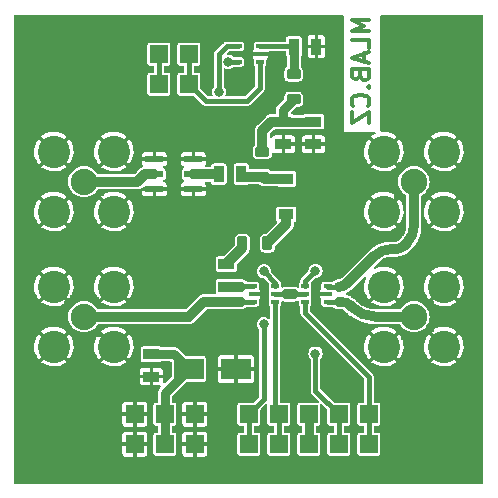
<source format=gbr>
%TF.GenerationSoftware,KiCad,Pcbnew,(5.99.0-6526-g442f40fa66)*%
%TF.CreationDate,2020-10-31T18:39:34+01:00*%
%TF.ProjectId,RFSWITCH01A,52465357-4954-4434-9830-31412e6b6963,rev?*%
%TF.SameCoordinates,Original*%
%TF.FileFunction,Copper,L2,Bot*%
%TF.FilePolarity,Positive*%
%FSLAX46Y46*%
G04 Gerber Fmt 4.6, Leading zero omitted, Abs format (unit mm)*
G04 Created by KiCad (PCBNEW (5.99.0-6526-g442f40fa66)) date 2020-10-31 18:39:34*
%MOMM*%
%LPD*%
G01*
G04 APERTURE LIST*
G04 Aperture macros list*
%AMRoundRect*
0 Rectangle with rounded corners*
0 $1 Rounding radius*
0 $2 $3 $4 $5 $6 $7 $8 $9 X,Y pos of 4 corners*
0 Add a 4 corners polygon primitive as box body*
4,1,4,$2,$3,$4,$5,$6,$7,$8,$9,$2,$3,0*
0 Add four circle primitives for the rounded corners*
1,1,$1+$1,$2,$3,0*
1,1,$1+$1,$4,$5,0*
1,1,$1+$1,$6,$7,0*
1,1,$1+$1,$8,$9,0*
0 Add four rect primitives between the rounded corners*
20,1,$1+$1,$2,$3,$4,$5,0*
20,1,$1+$1,$4,$5,$6,$7,0*
20,1,$1+$1,$6,$7,$8,$9,0*
20,1,$1+$1,$8,$9,$2,$3,0*%
G04 Aperture macros list end*
%ADD10C,0.300000*%
%TA.AperFunction,ComponentPad*%
%ADD11R,1.524000X1.524000*%
%TD*%
%TA.AperFunction,ComponentPad*%
%ADD12C,2.240000*%
%TD*%
%TA.AperFunction,ComponentPad*%
%ADD13C,2.740000*%
%TD*%
%TA.AperFunction,ComponentPad*%
%ADD14C,6.000000*%
%TD*%
%TA.AperFunction,SMDPad,CuDef*%
%ADD15R,2.500000X1.800000*%
%TD*%
%TA.AperFunction,SMDPad,CuDef*%
%ADD16R,0.650000X0.400000*%
%TD*%
%TA.AperFunction,SMDPad,CuDef*%
%ADD17R,1.300000X0.900000*%
%TD*%
%TA.AperFunction,SMDPad,CuDef*%
%ADD18R,1.397000X0.889000*%
%TD*%
%TA.AperFunction,SMDPad,CuDef*%
%ADD19RoundRect,0.218750X-0.381250X0.218750X-0.381250X-0.218750X0.381250X-0.218750X0.381250X0.218750X0*%
%TD*%
%TA.AperFunction,SMDPad,CuDef*%
%ADD20R,0.889000X1.397000*%
%TD*%
%TA.AperFunction,SMDPad,CuDef*%
%ADD21R,1.500000X0.600000*%
%TD*%
%TA.AperFunction,SMDPad,CuDef*%
%ADD22RoundRect,0.218750X0.218750X0.381250X-0.218750X0.381250X-0.218750X-0.381250X0.218750X-0.381250X0*%
%TD*%
%TA.AperFunction,ViaPad*%
%ADD23C,0.800000*%
%TD*%
%TA.AperFunction,ViaPad*%
%ADD24C,0.400000*%
%TD*%
%TA.AperFunction,Conductor*%
%ADD25C,0.400000*%
%TD*%
%TA.AperFunction,Conductor*%
%ADD26C,0.800000*%
%TD*%
%TA.AperFunction,Conductor*%
%ADD27C,0.861000*%
%TD*%
G04 APERTURE END LIST*
D10*
X30523571Y39754428D02*
X29023571Y39754428D01*
X30095000Y39254428D01*
X29023571Y38754428D01*
X30523571Y38754428D01*
X30523571Y37325857D02*
X30523571Y38040142D01*
X29023571Y38040142D01*
X30095000Y36897285D02*
X30095000Y36183000D01*
X30523571Y37040142D02*
X29023571Y36540142D01*
X30523571Y36040142D01*
X29737857Y35040142D02*
X29809285Y34825857D01*
X29880714Y34754428D01*
X30023571Y34683000D01*
X30237857Y34683000D01*
X30380714Y34754428D01*
X30452142Y34825857D01*
X30523571Y34968714D01*
X30523571Y35540142D01*
X29023571Y35540142D01*
X29023571Y35040142D01*
X29095000Y34897285D01*
X29166428Y34825857D01*
X29309285Y34754428D01*
X29452142Y34754428D01*
X29595000Y34825857D01*
X29666428Y34897285D01*
X29737857Y35040142D01*
X29737857Y35540142D01*
X30380714Y34040142D02*
X30452142Y33968714D01*
X30523571Y34040142D01*
X30452142Y34111571D01*
X30380714Y34040142D01*
X30523571Y34040142D01*
X30380714Y32468714D02*
X30452142Y32540142D01*
X30523571Y32754428D01*
X30523571Y32897285D01*
X30452142Y33111571D01*
X30309285Y33254428D01*
X30166428Y33325857D01*
X29880714Y33397285D01*
X29666428Y33397285D01*
X29380714Y33325857D01*
X29237857Y33254428D01*
X29095000Y33111571D01*
X29023571Y32897285D01*
X29023571Y32754428D01*
X29095000Y32540142D01*
X29166428Y32468714D01*
X29023571Y31968714D02*
X29023571Y30968714D01*
X30523571Y31968714D01*
X30523571Y30968714D01*
D11*
%TO.P,J5,1*%
%TO.N,/SW1_CTRL*%
X20320000Y3810000D03*
%TO.P,J5,2*%
X20320000Y6350000D03*
%TD*%
%TO.P,J8,1*%
%TO.N,/SW2_#CTRL*%
X27940000Y3810000D03*
%TO.P,J8,2*%
X27940000Y6350000D03*
%TD*%
%TO.P,J7,1*%
%TO.N,/SW2_CTRL*%
X30480000Y3810000D03*
%TO.P,J7,2*%
X30480000Y6350000D03*
%TD*%
%TO.P,J11,1*%
%TO.N,Net-(J11-Pad1)*%
X15240000Y34290000D03*
%TO.P,J11,2*%
X15240000Y36830000D03*
%TD*%
D12*
%TO.P,J10,1*%
%TO.N,/RX{slash}TX_2*%
X34290000Y14605000D03*
D13*
%TO.P,J10,2*%
%TO.N,GND*%
X36830000Y17145000D03*
X31750000Y12065000D03*
X36830000Y12065000D03*
X31750000Y17145000D03*
%TD*%
D14*
%TO.P,M3,1*%
%TO.N,GND*%
X5080000Y35560000D03*
%TD*%
D11*
%TO.P,J12,1*%
%TO.N,+3V3*%
X25400000Y3810000D03*
%TO.P,J12,2*%
X25400000Y6350000D03*
%TD*%
%TO.P,J1,1*%
%TO.N,GND*%
X10668000Y3810000D03*
%TO.P,J1,2*%
X10668000Y6350000D03*
%TO.P,J1,3*%
%TO.N,+3V3*%
X13208000Y3810000D03*
%TO.P,J1,4*%
X13208000Y6350000D03*
%TO.P,J1,5*%
%TO.N,GND*%
X15748000Y3810000D03*
%TO.P,J1,6*%
X15748000Y6350000D03*
%TD*%
D14*
%TO.P,M4,1*%
%TO.N,GND*%
X35560000Y5080000D03*
%TD*%
D11*
%TO.P,J6,1*%
%TO.N,/SW1_#CTRL*%
X22860000Y3810000D03*
%TO.P,J6,2*%
X22860000Y6350000D03*
%TD*%
D12*
%TO.P,J3,1*%
%TO.N,/RX*%
X6350000Y26035000D03*
D13*
%TO.P,J3,2*%
%TO.N,GND*%
X3810000Y23495000D03*
X8890000Y23495000D03*
X3810000Y28575000D03*
X8890000Y28575000D03*
%TD*%
D11*
%TO.P,J2,1*%
%TO.N,/LNA_ON*%
X12700000Y34290000D03*
%TO.P,J2,2*%
X12700000Y36830000D03*
%TD*%
D14*
%TO.P,M1,1*%
%TO.N,GND*%
X35560000Y35560000D03*
%TD*%
D12*
%TO.P,J9,1*%
%TO.N,/RX{slash}TX_1*%
X34290000Y26035000D03*
D13*
%TO.P,J9,2*%
%TO.N,GND*%
X36830000Y28575000D03*
X36830000Y23495000D03*
X31750000Y23495000D03*
X31750000Y28575000D03*
%TD*%
D12*
%TO.P,J4,1*%
%TO.N,/TX*%
X6350000Y14605000D03*
D13*
%TO.P,J4,2*%
%TO.N,GND*%
X3810000Y17145000D03*
X3810000Y12065000D03*
X8890000Y17145000D03*
X8890000Y12065000D03*
%TD*%
D14*
%TO.P,M2,1*%
%TO.N,GND*%
X5080000Y5080000D03*
%TD*%
D15*
%TO.P,D1,1,K*%
%TO.N,+3V3*%
X15240000Y10160000D03*
%TO.P,D1,2,A*%
%TO.N,GND*%
X19240000Y10160000D03*
%TD*%
D16*
%TO.P,U3,1,RF1*%
%TO.N,/TX*%
X20640000Y15860000D03*
%TO.P,U3,2,GND*%
%TO.N,GND*%
X20640000Y16510000D03*
%TO.P,U3,3,RF2*%
%TO.N,Net-(C6-Pad2)*%
X20640000Y17160000D03*
%TO.P,U3,4,CTRL*%
%TO.N,/SW1_CTRL*%
X22540000Y17160000D03*
%TO.P,U3,5,RFC*%
%TO.N,Net-(U3-Pad5)*%
X22540000Y16510000D03*
%TO.P,U3,6,#CTRL*%
%TO.N,/SW1_#CTRL*%
X22540000Y15860000D03*
%TD*%
D17*
%TO.P,U2,1*%
%TO.N,Net-(L3-Pad1)*%
X23496000Y23265000D03*
%TA.AperFunction,SMDPad,CuDef*%
%TO.P,U2,2,GND*%
%TO.N,GND*%
G36*
X27446000Y23898500D02*
G01*
X24321000Y23898500D01*
X24321000Y24315000D01*
X22846000Y24315000D01*
X22846000Y25215000D01*
X24321000Y25215000D01*
X24321000Y25631500D01*
X27446000Y25631500D01*
X27446000Y23898500D01*
G37*
%TD.AperFunction*%
%TO.P,U2,3*%
%TO.N,Net-(C5-Pad2)*%
X23496000Y26265000D03*
%TD*%
D18*
%TO.P,C1,1*%
%TO.N,+3V3*%
X12065000Y11430000D03*
%TO.P,C1,2*%
%TO.N,GND*%
X12065000Y9525000D03*
%TD*%
D16*
%TO.P,U1,1,OUT*%
%TO.N,Net-(C2-Pad1)*%
X21270000Y37480000D03*
%TO.P,U1,2,GND*%
%TO.N,GND*%
X21270000Y36830000D03*
%TO.P,U1,3,OC*%
%TO.N,Net-(J11-Pad1)*%
X21270000Y36180000D03*
%TO.P,U1,4,ON*%
%TO.N,/LNA_ON*%
X19370000Y36180000D03*
%TO.P,U1,5,IN*%
%TO.N,+3V3*%
X19370000Y37480000D03*
%TD*%
D18*
%TO.P,C4,1*%
%TO.N,Net-(C3-Pad1)*%
X23241000Y31115000D03*
%TO.P,C4,2*%
%TO.N,GND*%
X23241000Y29210000D03*
%TD*%
D19*
%TO.P,L2,1,1*%
%TO.N,Net-(C3-Pad1)*%
X21463000Y28575000D03*
%TO.P,L2,2,2*%
%TO.N,Net-(C5-Pad2)*%
X21463000Y26450000D03*
%TD*%
D20*
%TO.P,C2,1*%
%TO.N,Net-(C2-Pad1)*%
X24130000Y37465000D03*
%TO.P,C2,2*%
%TO.N,GND*%
X26035000Y37465000D03*
%TD*%
D19*
%TO.P,L1,1,1*%
%TO.N,Net-(C2-Pad1)*%
X24130000Y35145000D03*
%TO.P,L1,2,2*%
%TO.N,Net-(C3-Pad1)*%
X24130000Y33020000D03*
%TD*%
D18*
%TO.P,C6,1*%
%TO.N,Net-(C6-Pad1)*%
X18415000Y19050000D03*
%TO.P,C6,2*%
%TO.N,Net-(C6-Pad2)*%
X18415000Y17145000D03*
%TD*%
D21*
%TO.P,FL1,1,GND*%
%TO.N,GND*%
X15620000Y27940000D03*
%TO.P,FL1,2,IN*%
%TO.N,Net-(C5-Pad1)*%
X15620000Y26670000D03*
%TO.P,FL1,3,GND*%
%TO.N,GND*%
X15620000Y25400000D03*
%TO.P,FL1,4,GND*%
X12320000Y25400000D03*
%TO.P,FL1,5,OUT*%
%TO.N,/RX*%
X12320000Y26670000D03*
%TO.P,FL1,6,GND*%
%TO.N,GND*%
X12320000Y27940000D03*
%TD*%
D16*
%TO.P,U4,1,RF1*%
%TO.N,/RX{slash}TX_1*%
X26985000Y17160000D03*
%TO.P,U4,2,GND*%
%TO.N,GND*%
X26985000Y16510000D03*
%TO.P,U4,3,RF2*%
%TO.N,/RX{slash}TX_2*%
X26985000Y15860000D03*
%TO.P,U4,4,CTRL*%
%TO.N,/SW2_CTRL*%
X25085000Y15860000D03*
%TO.P,U4,5,RFC*%
%TO.N,Net-(U3-Pad5)*%
X25085000Y16510000D03*
%TO.P,U4,6,#CTRL*%
%TO.N,/SW2_#CTRL*%
X25085000Y17160000D03*
%TD*%
D18*
%TO.P,C3,1*%
%TO.N,Net-(C3-Pad1)*%
X25781000Y31115000D03*
%TO.P,C3,2*%
%TO.N,GND*%
X25781000Y29210000D03*
%TD*%
D20*
%TO.P,C5,1*%
%TO.N,Net-(C5-Pad1)*%
X17780000Y26670000D03*
%TO.P,C5,2*%
%TO.N,Net-(C5-Pad2)*%
X19685000Y26670000D03*
%TD*%
D22*
%TO.P,L3,1,1*%
%TO.N,Net-(L3-Pad1)*%
X21890500Y20828000D03*
%TO.P,L3,2,2*%
%TO.N,Net-(C6-Pad1)*%
X19765500Y20828000D03*
%TD*%
D23*
%TO.N,+3V3*%
X17780000Y33655000D03*
D24*
%TO.N,GND*%
X11049000Y27432000D03*
X24384000Y21844000D03*
X22225000Y24257000D03*
X6985000Y12827000D03*
X33401000Y16129000D03*
X10541000Y15494000D03*
X20193000Y25400000D03*
X14859000Y24003000D03*
X35306000Y21209000D03*
X26289000Y21844000D03*
X24003000Y28321000D03*
X35052000Y16256000D03*
X27432000Y28067000D03*
X33020000Y19431000D03*
X28194000Y22479000D03*
X28194000Y26289000D03*
X16637000Y14732000D03*
X36068000Y14224000D03*
X19431000Y12192000D03*
X23495000Y18923000D03*
X33401000Y24511000D03*
X18796000Y22098000D03*
X12446000Y13589000D03*
X33020000Y15494000D03*
X32385000Y26162000D03*
X29337000Y13843000D03*
X6477000Y27813000D03*
X29464000Y17018000D03*
X28448000Y18669000D03*
X12446000Y15494000D03*
X7874000Y25019000D03*
X6223000Y12700000D03*
X9906000Y13716000D03*
X17018000Y27940000D03*
X5461000Y13081000D03*
X24130000Y17399000D03*
X18542000Y20701000D03*
X16764000Y29210000D03*
X20193000Y28575000D03*
X19558000Y22098000D03*
X12065000Y24003000D03*
X20828000Y11557000D03*
X28194000Y21844000D03*
X27940000Y18288000D03*
X17653000Y25400000D03*
X15748000Y24003000D03*
X25019000Y21844000D03*
X18415000Y14986000D03*
X16129000Y17145000D03*
X27305000Y37465000D03*
X17018000Y24638000D03*
X35814000Y26924000D03*
X16256000Y14351000D03*
X22225000Y19304000D03*
X26728090Y18271626D03*
X23241000Y14478000D03*
X11176000Y29210000D03*
X27305000Y18288000D03*
X28194000Y23114000D03*
X28956000Y19050000D03*
X33909000Y19558000D03*
X24892000Y28321000D03*
X34925000Y27813000D03*
X33020000Y13716000D03*
X27432000Y27559000D03*
X14986000Y13716000D03*
X24130000Y27559000D03*
X13081000Y15494000D03*
X25654000Y21844000D03*
X11303000Y24003000D03*
X9906000Y15494000D03*
X28067000Y14859000D03*
X4826000Y15748000D03*
X19558000Y28067000D03*
X20066000Y12192000D03*
X20193000Y14732000D03*
X36068000Y26162000D03*
X22606000Y36195000D03*
X32385000Y19177000D03*
X29972000Y13589000D03*
X32639000Y26924000D03*
X17145000Y17272000D03*
X17145000Y18542000D03*
X4826000Y13843000D03*
X5715000Y27813000D03*
X17145000Y14986000D03*
X17780000Y27940000D03*
X22606000Y36830000D03*
X35306000Y21971000D03*
X8001000Y15494000D03*
X18542000Y21336000D03*
X23876000Y18034000D03*
X32385000Y25400000D03*
X24130000Y15621000D03*
X28956000Y14224000D03*
X7493000Y16129000D03*
X36195000Y14986000D03*
X30480000Y20574000D03*
X17780000Y14986000D03*
X19659600Y18999200D03*
X19659600Y18084800D03*
X23241000Y20828000D03*
X7620000Y13081000D03*
X29464000Y19558000D03*
X24130000Y19050000D03*
X11811000Y15494000D03*
X26924000Y21844000D03*
X10287000Y25019000D03*
X11811000Y29210000D03*
X6858000Y16510000D03*
X28194000Y24384000D03*
X24003000Y14478000D03*
X27432000Y28829000D03*
X24765000Y27559000D03*
X26797000Y14859000D03*
X4572000Y26162000D03*
X30099000Y15875000D03*
X26797000Y27559000D03*
X33909000Y27940000D03*
X11176000Y13589000D03*
X18542000Y18084800D03*
X19558000Y25400000D03*
X23876000Y21336000D03*
X24765000Y19685000D03*
X18034000Y12192000D03*
X31877000Y21336000D03*
X12954000Y24003000D03*
X26035000Y27559000D03*
X23495000Y27559000D03*
X27432000Y14859000D03*
X10541000Y13589000D03*
X35814000Y25273000D03*
X20574000Y19685000D03*
X4826000Y26924000D03*
X20701000Y12192000D03*
X26543000Y19177000D03*
X28194000Y27559000D03*
X5334000Y16256000D03*
X32766000Y24765000D03*
X32512000Y21336000D03*
X28575000Y14605000D03*
X11176000Y15494000D03*
X19050000Y14986000D03*
X6350000Y24257000D03*
X35179000Y12954000D03*
X20193000Y22098000D03*
X22225000Y24892000D03*
X17907000Y20193000D03*
X30607000Y13716000D03*
X17145000Y19812000D03*
X34925000Y20574000D03*
X22860000Y19177000D03*
X15494000Y16129000D03*
X23241000Y20066000D03*
X18669000Y27813000D03*
X34163000Y16383000D03*
X13081000Y13589000D03*
X21282552Y19178977D03*
X17145000Y19177000D03*
X35814000Y15748000D03*
X20828000Y14732000D03*
X22098000Y22479000D03*
X26797000Y28067000D03*
X16637000Y24003000D03*
X4572000Y15113000D03*
X7239000Y27559000D03*
X28194000Y26924000D03*
X26670000Y14224000D03*
X10414000Y27432000D03*
X4572000Y14478000D03*
X33274000Y22098000D03*
X6096000Y16510000D03*
X27305000Y38100000D03*
X34417000Y20066000D03*
X7239000Y24511000D03*
X35814000Y13462000D03*
X30988000Y21082000D03*
X21463000Y22098000D03*
X30480000Y15494000D03*
X18796000Y12192000D03*
X28194000Y25654000D03*
X20726400Y18186400D03*
X18288000Y25400000D03*
X18923000Y25400000D03*
X27305000Y36703000D03*
X23495000Y17399000D03*
X23241000Y28321000D03*
X16002000Y29210000D03*
X10922000Y24638000D03*
X15748000Y13843000D03*
X22098000Y23368000D03*
X17145000Y17907000D03*
X27432000Y29591000D03*
X19685000Y14986000D03*
X23114000Y18288000D03*
X5461000Y24511000D03*
X14986000Y15621000D03*
X15875000Y16637000D03*
X33401000Y12827000D03*
X12573000Y29210000D03*
X24638000Y14478000D03*
X27559000Y21844000D03*
X28194000Y23749000D03*
X13335000Y29210000D03*
X29718000Y16383000D03*
X29210000Y16510000D03*
X11811000Y13589000D03*
X20828000Y22098000D03*
X28194000Y25019000D03*
X33147000Y27559000D03*
X25400000Y19939000D03*
X4572000Y25527000D03*
X26035000Y28067000D03*
X23495000Y15621000D03*
X22606000Y35560000D03*
X26162000Y19685000D03*
X29972000Y20066000D03*
X34290000Y12700000D03*
X17018000Y25400000D03*
D23*
%TO.N,/LNA_ON*%
X18580000Y36195000D03*
%TO.N,/SW1_CTRL*%
X21590000Y18440400D03*
X21590000Y13970000D03*
%TO.N,/SW2_#CTRL*%
X25958800Y11480800D03*
X25958800Y18491200D03*
%TD*%
D25*
%TO.N,+3V3*%
X17780000Y34290000D02*
X17780000Y33655000D01*
D26*
X13208000Y6350000D02*
X13208000Y8128000D01*
X13970000Y11430000D02*
X15240000Y10160000D01*
X25400000Y3810000D02*
X25400000Y6350000D01*
D25*
X19370000Y37480000D02*
X18430000Y37480000D01*
D26*
X13208000Y3810000D02*
X13208000Y6350000D01*
D25*
X17780000Y36830000D02*
X18430000Y37480000D01*
D26*
X13208000Y8128000D02*
X15240000Y10160000D01*
X12065000Y11430000D02*
X13970000Y11430000D01*
D25*
X17780000Y34290000D02*
X17780000Y36830000D01*
D26*
%TO.N,Net-(C2-Pad1)*%
X24130000Y37465000D02*
X24130000Y35145000D01*
D25*
X24115000Y37480000D02*
X24130000Y37465000D01*
X21270000Y37480000D02*
X24115000Y37480000D01*
D27*
%TO.N,Net-(C3-Pad1)*%
X21463000Y30353000D02*
X22225000Y31115000D01*
X21463000Y28575000D02*
X21463000Y30353000D01*
D26*
X25781000Y31115000D02*
X23241000Y31115000D01*
X23241000Y31115000D02*
X23241000Y32131000D01*
D27*
X22225000Y31115000D02*
X23241000Y31115000D01*
D26*
X23241000Y32131000D02*
X24130000Y33020000D01*
D27*
%TO.N,Net-(C5-Pad1)*%
X15620000Y26670000D02*
X17780000Y26670000D01*
%TO.N,Net-(C5-Pad2)*%
X21648000Y26265000D02*
X21463000Y26450000D01*
X19905000Y26450000D02*
X19685000Y26670000D01*
X21463000Y26450000D02*
X19905000Y26450000D01*
X23496000Y26265000D02*
X21648000Y26265000D01*
%TO.N,Net-(C6-Pad1)*%
X19765500Y20400500D02*
X18836250Y19471250D01*
X19765500Y20828000D02*
X19765500Y20400500D01*
X18415000Y19050000D02*
X18836250Y19471250D01*
D25*
%TO.N,Net-(C6-Pad2)*%
X18430000Y17160000D02*
X18415000Y17145000D01*
D27*
X18415000Y17145000D02*
X19685000Y17145000D01*
D25*
X20640000Y17160000D02*
X18430000Y17160000D01*
%TO.N,/LNA_ON*%
X18595000Y36180000D02*
X18580000Y36195000D01*
X19370000Y36180000D02*
X18595000Y36180000D01*
X12700000Y36830000D02*
X12700000Y34290000D01*
D27*
%TO.N,/RX*%
X11516142Y26670000D02*
X12320000Y26670000D01*
X10160000Y26035000D02*
X10881142Y26035000D01*
X6350000Y26035000D02*
X10160000Y26035000D01*
X10881142Y26035000D02*
X11516142Y26670000D01*
D25*
%TO.N,/TX*%
X16495000Y15860000D02*
X16192500Y15557500D01*
D27*
X16192500Y15557500D02*
X16510000Y15875000D01*
X6350000Y14605000D02*
X15240000Y14605000D01*
D25*
X20625000Y15875000D02*
X19685000Y15875000D01*
D27*
X16510000Y15875000D02*
X19685000Y15875000D01*
D25*
X20640000Y15860000D02*
X16495000Y15860000D01*
X20640000Y15860000D02*
X20625000Y15875000D01*
D27*
X15240000Y14605000D02*
X16192500Y15557500D01*
D25*
%TO.N,/SW1_CTRL*%
X21590000Y7620000D02*
X21590000Y13970000D01*
X22540000Y17160000D02*
X22540000Y17490400D01*
X20320000Y6350000D02*
X21590000Y7620000D01*
X20320000Y3810000D02*
X20320000Y6350000D01*
X22540000Y17490400D02*
X21590000Y18440400D01*
%TO.N,/SW1_#CTRL*%
X22540000Y15860000D02*
X22540000Y6670000D01*
X22540000Y6670000D02*
X22860000Y6350000D01*
X22860000Y3810000D02*
X22860000Y6350000D01*
%TO.N,/SW2_CTRL*%
X30480000Y3810000D02*
X30480000Y6350000D01*
X30480000Y9525000D02*
X30480000Y6350000D01*
X25085000Y14920000D02*
X30480000Y9525000D01*
X25085000Y15860000D02*
X25085000Y14920000D01*
%TO.N,/SW2_#CTRL*%
X27940000Y6350000D02*
X25958800Y8331200D01*
X25958800Y8331200D02*
X25958800Y11480800D01*
X25085000Y17160000D02*
X25085000Y17617400D01*
X27940000Y3810000D02*
X27940000Y6350000D01*
X25085000Y17617400D02*
X25958800Y18491200D01*
D27*
%TO.N,/RX{slash}TX_1*%
X27946528Y17145000D02*
X27940000Y17145000D01*
X28653635Y17437893D02*
X30949955Y19734213D01*
X34290000Y22291427D02*
X34290000Y23074258D01*
X33439893Y20612893D02*
X33704213Y20877213D01*
D25*
X27000000Y17145000D02*
X27940000Y17145000D01*
D27*
X34290000Y26035000D02*
X34290000Y23074258D01*
X32364169Y20320000D02*
X32732786Y20320000D01*
X32364169Y20319999D02*
G75*
G03*
X30949956Y19734212I0J-1999999D01*
G01*
X32732786Y20320001D02*
G75*
G03*
X33439892Y20612894I3J999993D01*
G01*
X28653635Y17437893D02*
G75*
G02*
X27946528Y17145000I-707106J707106D01*
G01*
X33704213Y20877213D02*
G75*
G03*
X34290000Y22291427I-1414213J1414214D01*
G01*
D25*
%TO.N,/RX{slash}TX_2*%
X27000000Y15875000D02*
X28575000Y15875000D01*
X26985000Y15860000D02*
X27000000Y15875000D01*
D27*
X28160786Y15875000D02*
X27940000Y15875000D01*
X34290000Y14605000D02*
X31087641Y14605000D01*
X28966321Y15483679D02*
X28867893Y15582107D01*
X28867893Y15582107D02*
G75*
G03*
X28160786Y15875000I-707106J-707106D01*
G01*
X28966321Y15483679D02*
G75*
G03*
X31087641Y14605000I2121319J2121319D01*
G01*
D25*
%TO.N,Net-(J11-Pad1)*%
X21270000Y33970000D02*
X21270000Y36180000D01*
X16675001Y32854999D02*
X20154999Y32854999D01*
X15240000Y34290000D02*
X16675001Y32854999D01*
X20154999Y32854999D02*
X21270000Y33970000D01*
X15240000Y36830000D02*
X15240000Y34290000D01*
D27*
%TO.N,Net-(L3-Pad1)*%
X23496000Y23265000D02*
X23496000Y22433500D01*
X23496000Y22433500D02*
X21890500Y20828000D01*
D25*
%TO.N,Net-(U3-Pad5)*%
X24130000Y16510000D02*
X25085000Y16510000D01*
D27*
X23495000Y16510000D02*
X24130000Y16510000D01*
D25*
X22540000Y16510000D02*
X24130000Y16510000D01*
%TD*%
%TA.AperFunction,Conductor*%
%TO.N,GND*%
G36*
X28299191Y40167093D02*
G01*
X28340000Y40087000D01*
X28340000Y30254429D01*
X30954552Y30254429D01*
X31012743Y30235522D01*
X31048707Y30186022D01*
X31048707Y30124836D01*
X31000189Y30067575D01*
X30870690Y30000306D01*
X30864306Y29996347D01*
X30690022Y29869024D01*
X30682209Y29858211D01*
X30682212Y29857041D01*
X30685595Y29851537D01*
X31738914Y28798218D01*
X31742920Y28796177D01*
X31766806Y28803938D01*
X32810022Y29847154D01*
X32815655Y29858211D01*
X35762209Y29858211D01*
X35762212Y29857041D01*
X35765595Y29851537D01*
X36818914Y28798218D01*
X36822920Y28796177D01*
X36846806Y28803938D01*
X37890022Y29847154D01*
X37896076Y29859037D01*
X37895460Y29862932D01*
X37894411Y29864302D01*
X37859406Y29895987D01*
X37853483Y29900582D01*
X37647750Y30036495D01*
X37641195Y30040143D01*
X37417282Y30143369D01*
X37410236Y30145989D01*
X37173276Y30214160D01*
X37165949Y30215678D01*
X36921382Y30247224D01*
X36913914Y30247616D01*
X36667390Y30241806D01*
X36659942Y30241063D01*
X36417148Y30198034D01*
X36409882Y30196168D01*
X36176394Y30116909D01*
X36169500Y30113969D01*
X35950690Y30000306D01*
X35944306Y29996347D01*
X35770022Y29869024D01*
X35762209Y29858211D01*
X32815655Y29858211D01*
X32816076Y29859037D01*
X32815460Y29862932D01*
X32814411Y29864302D01*
X32779406Y29895987D01*
X32773483Y29900582D01*
X32567750Y30036495D01*
X32561195Y30040143D01*
X32337282Y30143369D01*
X32330236Y30145989D01*
X32093276Y30214160D01*
X32085949Y30215678D01*
X31841382Y30247224D01*
X31833914Y30247616D01*
X31587390Y30241806D01*
X31579942Y30241063D01*
X31571276Y30239527D01*
X31510679Y30247990D01*
X31466629Y30290454D01*
X31455000Y30337008D01*
X31455000Y40087000D01*
X31473907Y40145191D01*
X31554000Y40186000D01*
X40087000Y40186000D01*
X40145191Y40167093D01*
X40186000Y40087000D01*
X40186001Y553000D01*
X40167094Y494809D01*
X40117594Y458845D01*
X40087001Y454000D01*
X553000Y454000D01*
X494809Y472907D01*
X454000Y553000D01*
X454000Y3651758D01*
X9601000Y3651758D01*
X9601000Y3053723D01*
X9602311Y3042427D01*
X9630610Y2922107D01*
X9639200Y2903806D01*
X9694995Y2829922D01*
X9708321Y2817774D01*
X9788021Y2768426D01*
X9804842Y2761910D01*
X9901493Y2743842D01*
X9910583Y2743000D01*
X10502320Y2743000D01*
X10506598Y2744390D01*
X10513879Y2758680D01*
X10817999Y2758680D01*
X10822121Y2745995D01*
X10826242Y2743000D01*
X11424277Y2743000D01*
X11435573Y2744311D01*
X11555893Y2772610D01*
X11574194Y2781200D01*
X11648078Y2836995D01*
X11660226Y2850321D01*
X11709574Y2930021D01*
X11716090Y2946842D01*
X11734158Y3043493D01*
X11735000Y3052583D01*
X11735000Y3644320D01*
X11733610Y3648598D01*
X11711232Y3660000D01*
X10833680Y3660000D01*
X10829402Y3658610D01*
X10818000Y3636232D01*
X10817999Y2758680D01*
X10513879Y2758680D01*
X10518000Y2766768D01*
X10518000Y3644320D01*
X10516610Y3648598D01*
X10494232Y3660000D01*
X9616680Y3660001D01*
X9603995Y3655879D01*
X9601000Y3651758D01*
X454000Y3651758D01*
X454000Y4567417D01*
X9601000Y4567417D01*
X9601000Y3975680D01*
X9602390Y3971402D01*
X9624768Y3960000D01*
X10502320Y3960000D01*
X10506598Y3961390D01*
X10518000Y3983768D01*
X10518000Y4853232D01*
X10818000Y4853232D01*
X10818000Y3975680D01*
X10819390Y3971402D01*
X10841768Y3960000D01*
X11719320Y3959999D01*
X11732005Y3964121D01*
X11735000Y3968242D01*
X11735000Y4566277D01*
X11733689Y4577573D01*
X11705390Y4697893D01*
X11696800Y4716194D01*
X11641005Y4790078D01*
X11627679Y4802226D01*
X11547979Y4851574D01*
X11531158Y4858090D01*
X11434507Y4876158D01*
X11425417Y4877000D01*
X10833680Y4877000D01*
X10829402Y4875610D01*
X10818000Y4853232D01*
X10518000Y4853232D01*
X10518001Y4861320D01*
X10513879Y4874005D01*
X10509758Y4877000D01*
X9911723Y4877000D01*
X9900427Y4875689D01*
X9780107Y4847390D01*
X9761806Y4838800D01*
X9687922Y4783005D01*
X9675774Y4769679D01*
X9626426Y4689979D01*
X9619910Y4673158D01*
X9601842Y4576507D01*
X9601000Y4567417D01*
X454000Y4567417D01*
X454000Y6191758D01*
X9601000Y6191758D01*
X9601000Y5593723D01*
X9602311Y5582427D01*
X9630610Y5462107D01*
X9639200Y5443806D01*
X9694995Y5369922D01*
X9708321Y5357774D01*
X9788021Y5308426D01*
X9804842Y5301910D01*
X9901493Y5283842D01*
X9910583Y5283000D01*
X10502320Y5283000D01*
X10506598Y5284390D01*
X10513879Y5298680D01*
X10817999Y5298680D01*
X10822121Y5285995D01*
X10826242Y5283000D01*
X11424277Y5283000D01*
X11435573Y5284311D01*
X11555893Y5312610D01*
X11574194Y5321200D01*
X11648078Y5376995D01*
X11660226Y5390321D01*
X11709574Y5470021D01*
X11716090Y5486842D01*
X11734158Y5583493D01*
X11735000Y5592583D01*
X11735000Y6184320D01*
X11733610Y6188598D01*
X11711232Y6200000D01*
X10833680Y6200000D01*
X10829402Y6198610D01*
X10818000Y6176232D01*
X10817999Y5298680D01*
X10513879Y5298680D01*
X10518000Y5306768D01*
X10518000Y6184320D01*
X10516610Y6188598D01*
X10494232Y6200000D01*
X9616680Y6200001D01*
X9603995Y6195879D01*
X9601000Y6191758D01*
X454000Y6191758D01*
X454000Y7107417D01*
X9601000Y7107417D01*
X9601000Y6515680D01*
X9602390Y6511402D01*
X9624768Y6500000D01*
X10502320Y6500000D01*
X10506598Y6501390D01*
X10518000Y6523768D01*
X10518000Y7393232D01*
X10818000Y7393232D01*
X10818000Y6515680D01*
X10819390Y6511402D01*
X10841768Y6500000D01*
X11719320Y6499999D01*
X11732005Y6504121D01*
X11735000Y6508242D01*
X11735000Y7106277D01*
X11733689Y7117573D01*
X11705390Y7237893D01*
X11696800Y7256194D01*
X11641005Y7330078D01*
X11627679Y7342226D01*
X11547979Y7391574D01*
X11531158Y7398090D01*
X11434507Y7416158D01*
X11425417Y7417000D01*
X10833680Y7417000D01*
X10829402Y7415610D01*
X10818000Y7393232D01*
X10518000Y7393232D01*
X10518001Y7401320D01*
X10513879Y7414005D01*
X10509758Y7417000D01*
X9911723Y7417000D01*
X9900427Y7415689D01*
X9780107Y7387390D01*
X9761806Y7378800D01*
X9687922Y7323005D01*
X9675774Y7309679D01*
X9626426Y7229979D01*
X9619910Y7213158D01*
X9601842Y7116507D01*
X9601000Y7107417D01*
X454000Y7107417D01*
X454000Y9366758D01*
X11061500Y9366758D01*
X11061500Y9086223D01*
X11062811Y9074927D01*
X11091110Y8954607D01*
X11099700Y8936306D01*
X11155495Y8862422D01*
X11168821Y8850274D01*
X11248521Y8800926D01*
X11265342Y8794410D01*
X11361993Y8776342D01*
X11371083Y8775500D01*
X11899320Y8775500D01*
X11903598Y8776890D01*
X11915000Y8799268D01*
X11915001Y9359320D01*
X11910879Y9372005D01*
X11906758Y9375000D01*
X11077180Y9375001D01*
X11064495Y9370879D01*
X11061500Y9366758D01*
X454000Y9366758D01*
X454000Y9964917D01*
X11061500Y9964917D01*
X11061500Y9690680D01*
X11062890Y9686402D01*
X11085268Y9675000D01*
X11899320Y9674999D01*
X11903598Y9676389D01*
X11910879Y9690680D01*
X12214999Y9690680D01*
X12219121Y9677995D01*
X12223242Y9675000D01*
X13052820Y9674999D01*
X13065505Y9679121D01*
X13068500Y9683242D01*
X13068500Y9963777D01*
X13067189Y9975073D01*
X13038890Y10095393D01*
X13030300Y10113694D01*
X12974505Y10187578D01*
X12961179Y10199726D01*
X12881479Y10249074D01*
X12864658Y10255590D01*
X12768007Y10273658D01*
X12758917Y10274500D01*
X12230680Y10274500D01*
X12226402Y10273110D01*
X12215000Y10250732D01*
X12214999Y9690680D01*
X11910879Y9690680D01*
X11915000Y9698767D01*
X11915001Y10258820D01*
X11910879Y10271505D01*
X11906758Y10274500D01*
X11372223Y10274500D01*
X11360927Y10273189D01*
X11240607Y10244890D01*
X11222306Y10236300D01*
X11148422Y10180505D01*
X11136274Y10167179D01*
X11086926Y10087479D01*
X11080410Y10070658D01*
X11062342Y9974007D01*
X11061500Y9964917D01*
X454000Y9964917D01*
X454000Y10781889D01*
X2744850Y10781889D01*
X2745272Y10779222D01*
X2747699Y10776201D01*
X2843963Y10696988D01*
X2850100Y10692675D01*
X3062007Y10566604D01*
X3068716Y10563273D01*
X3297265Y10470702D01*
X3304398Y10468425D01*
X3544321Y10411488D01*
X3551714Y10410318D01*
X3797477Y10390328D01*
X3804984Y10390289D01*
X4050939Y10407703D01*
X4058357Y10408799D01*
X4298854Y10463218D01*
X4306015Y10465421D01*
X4535518Y10555593D01*
X4542257Y10558851D01*
X4755475Y10682698D01*
X4761664Y10686952D01*
X4868121Y10772699D01*
X4874123Y10781889D01*
X7824850Y10781889D01*
X7825272Y10779222D01*
X7827699Y10776201D01*
X7923963Y10696988D01*
X7930100Y10692675D01*
X8142007Y10566604D01*
X8148716Y10563273D01*
X8377265Y10470702D01*
X8384398Y10468425D01*
X8624321Y10411488D01*
X8631714Y10410318D01*
X8877477Y10390328D01*
X8884984Y10390289D01*
X9130939Y10407703D01*
X9138357Y10408799D01*
X9378854Y10463218D01*
X9386015Y10465421D01*
X9615518Y10555593D01*
X9622257Y10558851D01*
X9835475Y10682698D01*
X9841664Y10686952D01*
X9948121Y10772699D01*
X9955415Y10783866D01*
X9955294Y10786287D01*
X9952930Y10789938D01*
X8901086Y11841782D01*
X8897080Y11843823D01*
X8873194Y11836062D01*
X7830904Y10793772D01*
X7824850Y10781889D01*
X4874123Y10781889D01*
X4875415Y10783866D01*
X4875294Y10786287D01*
X4872930Y10789938D01*
X3821086Y11841782D01*
X3817080Y11843823D01*
X3793194Y11836062D01*
X2750904Y10793772D01*
X2744850Y10781889D01*
X454000Y10781889D01*
X454000Y11989857D01*
X2136967Y11989857D01*
X2137321Y11982360D01*
X2167584Y11737657D01*
X2169067Y11730305D01*
X2235996Y11492989D01*
X2238573Y11485949D01*
X2340628Y11261490D01*
X2344245Y11254910D01*
X2479080Y11048469D01*
X2483636Y11042530D01*
X2516531Y11005804D01*
X2528065Y10999104D01*
X2531851Y10999492D01*
X2533470Y11000602D01*
X3586782Y12053914D01*
X3588823Y12057920D01*
X3584223Y12072080D01*
X4031177Y12072080D01*
X4038938Y12048194D01*
X5082419Y11004713D01*
X5094302Y10998659D01*
X5098333Y10999297D01*
X5099514Y11000196D01*
X5125572Y11028684D01*
X5130209Y11034597D01*
X5267192Y11239607D01*
X5270875Y11246143D01*
X5375280Y11469530D01*
X5377927Y11476535D01*
X5447337Y11713134D01*
X5448898Y11720477D01*
X5481879Y11966016D01*
X5482297Y11971167D01*
X5482835Y11989857D01*
X7216967Y11989857D01*
X7217321Y11982360D01*
X7247584Y11737657D01*
X7249067Y11730305D01*
X7315996Y11492989D01*
X7318573Y11485949D01*
X7420628Y11261490D01*
X7424245Y11254910D01*
X7559080Y11048469D01*
X7563636Y11042530D01*
X7596531Y11005804D01*
X7608065Y10999104D01*
X7611851Y10999492D01*
X7613470Y11000602D01*
X8666782Y12053914D01*
X8668823Y12057920D01*
X8664223Y12072080D01*
X9111177Y12072080D01*
X9118938Y12048194D01*
X10162419Y11004713D01*
X10174302Y10998659D01*
X10178333Y10999297D01*
X10179514Y11000196D01*
X10205572Y11028684D01*
X10210209Y11034597D01*
X10347192Y11239607D01*
X10350875Y11246143D01*
X10455280Y11469530D01*
X10457927Y11476535D01*
X10527337Y11713134D01*
X10528898Y11720477D01*
X10549586Y11874500D01*
X11161500Y11874500D01*
X11161500Y10985500D01*
X11177105Y10907050D01*
X11221543Y10840543D01*
X11288050Y10796105D01*
X11366500Y10780500D01*
X12763500Y10780500D01*
X12841950Y10796105D01*
X12866960Y10812816D01*
X12921961Y10829500D01*
X13680258Y10829500D01*
X13750262Y10800504D01*
X13756004Y10794762D01*
X13785000Y10724758D01*
X13785000Y9595242D01*
X13756004Y9525238D01*
X13237120Y9006354D01*
X13182603Y8978577D01*
X13122171Y8988148D01*
X13078906Y9031413D01*
X13069497Y9080500D01*
X13068500Y9080500D01*
X13068500Y9359320D01*
X13067110Y9363598D01*
X13044732Y9375000D01*
X12230680Y9375001D01*
X12226402Y9373611D01*
X12215000Y9351233D01*
X12214999Y8791180D01*
X12219121Y8778495D01*
X12223242Y8775500D01*
X12763500Y8775500D01*
X12763500Y8773893D01*
X12816328Y8763256D01*
X12857754Y8718229D01*
X12864803Y8657451D01*
X12837755Y8606989D01*
X12814822Y8584056D01*
X12805085Y8575518D01*
X12779848Y8556153D01*
X12756529Y8525763D01*
X12756528Y8525762D01*
X12683622Y8430749D01*
X12681139Y8424754D01*
X12648188Y8345204D01*
X12629313Y8299633D01*
X12629312Y8299633D01*
X12629312Y8299631D01*
X12623133Y8284714D01*
X12622286Y8278280D01*
X12605017Y8147107D01*
X12602501Y8128000D01*
X12603348Y8121567D01*
X12603348Y8121566D01*
X12606654Y8096455D01*
X12607501Y8083533D01*
X12607501Y7416000D01*
X12588594Y7357809D01*
X12508501Y7317000D01*
X12446000Y7317000D01*
X12367550Y7301395D01*
X12301043Y7256957D01*
X12256605Y7190450D01*
X12241000Y7112000D01*
X12241000Y5588000D01*
X12256605Y5509550D01*
X12301043Y5443043D01*
X12367550Y5398605D01*
X12446000Y5383000D01*
X12508501Y5383000D01*
X12566692Y5364093D01*
X12602656Y5314593D01*
X12607501Y5284000D01*
X12607500Y4876000D01*
X12588593Y4817809D01*
X12508500Y4777000D01*
X12446000Y4777000D01*
X12367550Y4761395D01*
X12301043Y4716957D01*
X12256605Y4650450D01*
X12241000Y4572000D01*
X12241000Y3048000D01*
X12256605Y2969550D01*
X12301043Y2903043D01*
X12367550Y2858605D01*
X12446000Y2843000D01*
X13970000Y2843000D01*
X14048450Y2858605D01*
X14114957Y2903043D01*
X14159395Y2969550D01*
X14175000Y3048000D01*
X14175000Y3651758D01*
X14681000Y3651758D01*
X14681000Y3053723D01*
X14682311Y3042427D01*
X14710610Y2922107D01*
X14719200Y2903806D01*
X14774995Y2829922D01*
X14788321Y2817774D01*
X14868021Y2768426D01*
X14884842Y2761910D01*
X14981493Y2743842D01*
X14990583Y2743000D01*
X15582320Y2743000D01*
X15586598Y2744390D01*
X15593879Y2758680D01*
X15897999Y2758680D01*
X15902121Y2745995D01*
X15906242Y2743000D01*
X16504277Y2743000D01*
X16515573Y2744311D01*
X16635893Y2772610D01*
X16654194Y2781200D01*
X16728078Y2836995D01*
X16740226Y2850321D01*
X16789574Y2930021D01*
X16796090Y2946842D01*
X16814158Y3043493D01*
X16815000Y3052583D01*
X16815000Y3644320D01*
X16813610Y3648598D01*
X16791232Y3660000D01*
X15913680Y3660000D01*
X15909402Y3658610D01*
X15898000Y3636232D01*
X15897999Y2758680D01*
X15593879Y2758680D01*
X15598000Y2766768D01*
X15598000Y3644320D01*
X15596610Y3648598D01*
X15574232Y3660000D01*
X14696680Y3660001D01*
X14683995Y3655879D01*
X14681000Y3651758D01*
X14175000Y3651758D01*
X14175000Y4567417D01*
X14681000Y4567417D01*
X14681000Y3975680D01*
X14682390Y3971402D01*
X14704768Y3960000D01*
X15582320Y3960000D01*
X15586598Y3961390D01*
X15598000Y3983768D01*
X15598000Y4853232D01*
X15898000Y4853232D01*
X15898000Y3975680D01*
X15899390Y3971402D01*
X15921768Y3960000D01*
X16799320Y3959999D01*
X16812005Y3964121D01*
X16815000Y3968242D01*
X16815000Y4566277D01*
X16813689Y4577573D01*
X16785390Y4697893D01*
X16776800Y4716194D01*
X16721005Y4790078D01*
X16707679Y4802226D01*
X16627979Y4851574D01*
X16611158Y4858090D01*
X16514507Y4876158D01*
X16505417Y4877000D01*
X15913680Y4877000D01*
X15909402Y4875610D01*
X15898000Y4853232D01*
X15598000Y4853232D01*
X15598001Y4861320D01*
X15593879Y4874005D01*
X15589758Y4877000D01*
X14991723Y4877000D01*
X14980427Y4875689D01*
X14860107Y4847390D01*
X14841806Y4838800D01*
X14767922Y4783005D01*
X14755774Y4769679D01*
X14706426Y4689979D01*
X14699910Y4673158D01*
X14681842Y4576507D01*
X14681000Y4567417D01*
X14175000Y4567417D01*
X14175000Y4572000D01*
X14159395Y4650450D01*
X14114957Y4716957D01*
X14048450Y4761395D01*
X13970000Y4777000D01*
X13907500Y4777000D01*
X13849309Y4795907D01*
X13808500Y4876000D01*
X13808500Y5284000D01*
X13827407Y5342191D01*
X13907500Y5383000D01*
X13970000Y5383000D01*
X14048450Y5398605D01*
X14114957Y5443043D01*
X14159395Y5509550D01*
X14175000Y5588000D01*
X14175000Y6191758D01*
X14681000Y6191758D01*
X14681000Y5593723D01*
X14682311Y5582427D01*
X14710610Y5462107D01*
X14719200Y5443806D01*
X14774995Y5369922D01*
X14788321Y5357774D01*
X14868021Y5308426D01*
X14884842Y5301910D01*
X14981493Y5283842D01*
X14990583Y5283000D01*
X15582320Y5283000D01*
X15586598Y5284390D01*
X15593879Y5298680D01*
X15897999Y5298680D01*
X15902121Y5285995D01*
X15906242Y5283000D01*
X16504277Y5283000D01*
X16515573Y5284311D01*
X16635893Y5312610D01*
X16654194Y5321200D01*
X16728078Y5376995D01*
X16740226Y5390321D01*
X16789574Y5470021D01*
X16796090Y5486842D01*
X16814158Y5583493D01*
X16815000Y5592583D01*
X16815000Y6184320D01*
X16813610Y6188598D01*
X16791232Y6200000D01*
X15913680Y6200000D01*
X15909402Y6198610D01*
X15898000Y6176232D01*
X15897999Y5298680D01*
X15593879Y5298680D01*
X15598000Y5306768D01*
X15598000Y6184320D01*
X15596610Y6188598D01*
X15574232Y6200000D01*
X14696680Y6200001D01*
X14683995Y6195879D01*
X14681000Y6191758D01*
X14175000Y6191758D01*
X14175000Y7107417D01*
X14681000Y7107417D01*
X14681000Y6515680D01*
X14682390Y6511402D01*
X14704768Y6500000D01*
X15582320Y6500000D01*
X15586598Y6501390D01*
X15598000Y6523768D01*
X15598000Y7393232D01*
X15898000Y7393232D01*
X15898000Y6515680D01*
X15899390Y6511402D01*
X15921768Y6500000D01*
X16799320Y6499999D01*
X16812005Y6504121D01*
X16815000Y6508242D01*
X16815000Y7106277D01*
X16814336Y7112000D01*
X19353000Y7112000D01*
X19353000Y5588000D01*
X19368605Y5509550D01*
X19413043Y5443043D01*
X19479550Y5398605D01*
X19558000Y5383000D01*
X19820501Y5383000D01*
X19878692Y5364093D01*
X19914656Y5314593D01*
X19919501Y5284000D01*
X19919500Y4876000D01*
X19900593Y4817809D01*
X19820500Y4777000D01*
X19558000Y4777000D01*
X19479550Y4761395D01*
X19413043Y4716957D01*
X19368605Y4650450D01*
X19353000Y4572000D01*
X19353000Y3048000D01*
X19368605Y2969550D01*
X19413043Y2903043D01*
X19479550Y2858605D01*
X19558000Y2843000D01*
X21082000Y2843000D01*
X21160450Y2858605D01*
X21226957Y2903043D01*
X21271395Y2969550D01*
X21287000Y3048000D01*
X21287000Y4572000D01*
X21271395Y4650450D01*
X21226957Y4716957D01*
X21160450Y4761395D01*
X21082000Y4777000D01*
X20819500Y4777000D01*
X20761309Y4795907D01*
X20720500Y4876000D01*
X20720500Y5284000D01*
X20739407Y5342191D01*
X20819500Y5383000D01*
X21082000Y5383000D01*
X21160450Y5398605D01*
X21226957Y5443043D01*
X21271395Y5509550D01*
X21287000Y5588000D01*
X21287000Y6709599D01*
X21315996Y6779603D01*
X21724608Y7188215D01*
X21779125Y7215992D01*
X21839557Y7206421D01*
X21882822Y7163156D01*
X21892475Y7112000D01*
X21893000Y7112000D01*
X21893000Y5588000D01*
X21908605Y5509550D01*
X21953043Y5443043D01*
X22019550Y5398605D01*
X22098000Y5383000D01*
X22360501Y5383000D01*
X22418692Y5364093D01*
X22454656Y5314593D01*
X22459501Y5284000D01*
X22459500Y4876000D01*
X22440593Y4817809D01*
X22360500Y4777000D01*
X22098000Y4777000D01*
X22019550Y4761395D01*
X21953043Y4716957D01*
X21908605Y4650450D01*
X21893000Y4572000D01*
X21893000Y3048000D01*
X21908605Y2969550D01*
X21953043Y2903043D01*
X22019550Y2858605D01*
X22098000Y2843000D01*
X23622000Y2843000D01*
X23700450Y2858605D01*
X23766957Y2903043D01*
X23811395Y2969550D01*
X23827000Y3048000D01*
X23827000Y4572000D01*
X23811395Y4650450D01*
X23766957Y4716957D01*
X23700450Y4761395D01*
X23622000Y4777000D01*
X23359500Y4777000D01*
X23301309Y4795907D01*
X23260500Y4876000D01*
X23260500Y5284000D01*
X23279407Y5342191D01*
X23359500Y5383000D01*
X23622000Y5383000D01*
X23700450Y5398605D01*
X23766957Y5443043D01*
X23811395Y5509550D01*
X23827000Y5588000D01*
X23827000Y7112000D01*
X24433000Y7112000D01*
X24433000Y5588000D01*
X24448605Y5509550D01*
X24493043Y5443043D01*
X24559550Y5398605D01*
X24638000Y5383000D01*
X24700501Y5383000D01*
X24758692Y5364093D01*
X24794656Y5314593D01*
X24799501Y5284000D01*
X24799500Y4876000D01*
X24780593Y4817809D01*
X24700500Y4777000D01*
X24638000Y4777000D01*
X24559550Y4761395D01*
X24493043Y4716957D01*
X24448605Y4650450D01*
X24433000Y4572000D01*
X24433000Y3048000D01*
X24448605Y2969550D01*
X24493043Y2903043D01*
X24559550Y2858605D01*
X24638000Y2843000D01*
X26162000Y2843000D01*
X26240450Y2858605D01*
X26306957Y2903043D01*
X26351395Y2969550D01*
X26367000Y3048000D01*
X26367000Y4572000D01*
X26351395Y4650450D01*
X26306957Y4716957D01*
X26240450Y4761395D01*
X26162000Y4777000D01*
X26099500Y4777000D01*
X26041309Y4795907D01*
X26000500Y4876000D01*
X26000500Y5284000D01*
X26019407Y5342191D01*
X26099500Y5383000D01*
X26162000Y5383000D01*
X26240450Y5398605D01*
X26306957Y5443043D01*
X26351395Y5509550D01*
X26367000Y5588000D01*
X26367000Y7112000D01*
X26367632Y7112000D01*
X26379975Y7168267D01*
X26425710Y7208912D01*
X26486600Y7214912D01*
X26535392Y7188215D01*
X26944004Y6779603D01*
X26973000Y6709599D01*
X26973000Y5588000D01*
X26988605Y5509550D01*
X27033043Y5443043D01*
X27099550Y5398605D01*
X27178000Y5383000D01*
X27440501Y5383000D01*
X27498692Y5364093D01*
X27534656Y5314593D01*
X27539501Y5284000D01*
X27539500Y4876000D01*
X27520593Y4817809D01*
X27440500Y4777000D01*
X27178000Y4777000D01*
X27099550Y4761395D01*
X27033043Y4716957D01*
X26988605Y4650450D01*
X26973000Y4572000D01*
X26973000Y3048000D01*
X26988605Y2969550D01*
X27033043Y2903043D01*
X27099550Y2858605D01*
X27178000Y2843000D01*
X28702000Y2843000D01*
X28780450Y2858605D01*
X28846957Y2903043D01*
X28891395Y2969550D01*
X28907000Y3048000D01*
X28907000Y4572000D01*
X28891395Y4650450D01*
X28846957Y4716957D01*
X28780450Y4761395D01*
X28702000Y4777000D01*
X28439500Y4777000D01*
X28381309Y4795907D01*
X28340500Y4876000D01*
X28340500Y5284000D01*
X28359407Y5342191D01*
X28439500Y5383000D01*
X28702000Y5383000D01*
X28780450Y5398605D01*
X28846957Y5443043D01*
X28891395Y5509550D01*
X28907000Y5588000D01*
X28907000Y7112000D01*
X28891395Y7190450D01*
X28846957Y7256957D01*
X28780450Y7301395D01*
X28702000Y7317000D01*
X27580401Y7317000D01*
X27510397Y7345996D01*
X26388296Y8468096D01*
X26359300Y8538100D01*
X26359300Y10985185D01*
X26387173Y11052478D01*
X26386953Y11052647D01*
X26483178Y11178050D01*
X26543668Y11324085D01*
X26564300Y11480800D01*
X26543668Y11637515D01*
X26483178Y11783550D01*
X26386953Y11908953D01*
X26261550Y12005178D01*
X26115515Y12065668D01*
X25958800Y12086300D01*
X25802085Y12065668D01*
X25656050Y12005178D01*
X25530647Y11908953D01*
X25434422Y11783550D01*
X25373932Y11637515D01*
X25353300Y11480800D01*
X25373932Y11324085D01*
X25434422Y11178050D01*
X25530018Y11053467D01*
X25530647Y11052647D01*
X25530427Y11052478D01*
X25558301Y10985185D01*
X25558300Y9686402D01*
X25558300Y8394678D01*
X25558298Y8394648D01*
X25558293Y8394633D01*
X25558293Y8267767D01*
X25560700Y8260359D01*
X25565747Y8244825D01*
X25569373Y8229721D01*
X25573147Y8205895D01*
X25576682Y8198957D01*
X25584100Y8184398D01*
X25590043Y8170050D01*
X25597498Y8147107D01*
X25611681Y8127586D01*
X25619793Y8114347D01*
X25630744Y8092854D01*
X25720453Y8003144D01*
X25720469Y8003136D01*
X25720489Y8003119D01*
X26238215Y7485392D01*
X26265992Y7430875D01*
X26256421Y7370443D01*
X26213156Y7327178D01*
X26162000Y7317525D01*
X26162000Y7317000D01*
X24638000Y7317000D01*
X24559550Y7301395D01*
X24493043Y7256957D01*
X24448605Y7190450D01*
X24433000Y7112000D01*
X23827000Y7112000D01*
X23811395Y7190450D01*
X23766957Y7256957D01*
X23700450Y7301395D01*
X23622000Y7317000D01*
X23039500Y7317000D01*
X22981309Y7335907D01*
X22940500Y7416000D01*
X22940500Y15415717D01*
X22959407Y15473908D01*
X22984500Y15498033D01*
X23001846Y15509623D01*
X23001847Y15509624D01*
X23009957Y15515043D01*
X23054395Y15581550D01*
X23070000Y15660000D01*
X23070000Y15856196D01*
X23088907Y15914387D01*
X23138407Y15950351D01*
X23216693Y15942950D01*
X23260873Y15918662D01*
X23415288Y15879015D01*
X23415526Y15879000D01*
X24169579Y15879000D01*
X24288167Y15893981D01*
X24419556Y15946002D01*
X24480620Y15949844D01*
X24532280Y15917059D01*
X24555000Y15853954D01*
X24555000Y15660000D01*
X24570605Y15581550D01*
X24615043Y15515043D01*
X24623153Y15509624D01*
X24623154Y15509623D01*
X24640500Y15498033D01*
X24678380Y15449984D01*
X24684500Y15415717D01*
X24684501Y14983482D01*
X24684498Y14983449D01*
X24684493Y14983433D01*
X24684493Y14856567D01*
X24686900Y14849160D01*
X24686900Y14849158D01*
X24691949Y14833619D01*
X24695576Y14818511D01*
X24699348Y14794694D01*
X24702885Y14787752D01*
X24710299Y14773201D01*
X24716242Y14758853D01*
X24723698Y14735907D01*
X24728275Y14729607D01*
X24728276Y14729605D01*
X24737878Y14716389D01*
X24745993Y14703146D01*
X24753406Y14688597D01*
X24753408Y14688594D01*
X24756945Y14681653D01*
X24846654Y14591944D01*
X24846667Y14591937D01*
X24846690Y14591918D01*
X30050504Y9388103D01*
X30079500Y9318099D01*
X30079501Y8345204D01*
X30079501Y7416000D01*
X30060594Y7357809D01*
X30011094Y7321845D01*
X29980501Y7317000D01*
X29718000Y7317000D01*
X29639550Y7301395D01*
X29573043Y7256957D01*
X29528605Y7190450D01*
X29513000Y7112000D01*
X29513000Y5588000D01*
X29528605Y5509550D01*
X29573043Y5443043D01*
X29639550Y5398605D01*
X29718000Y5383000D01*
X29980501Y5383000D01*
X30038692Y5364093D01*
X30074656Y5314593D01*
X30079501Y5284000D01*
X30079500Y4876000D01*
X30060593Y4817809D01*
X29980500Y4777000D01*
X29718000Y4777000D01*
X29639550Y4761395D01*
X29573043Y4716957D01*
X29528605Y4650450D01*
X29513000Y4572000D01*
X29513000Y3048000D01*
X29528605Y2969550D01*
X29573043Y2903043D01*
X29639550Y2858605D01*
X29718000Y2843000D01*
X31242000Y2843000D01*
X31320450Y2858605D01*
X31386957Y2903043D01*
X31431395Y2969550D01*
X31447000Y3048000D01*
X31447000Y4572000D01*
X31431395Y4650450D01*
X31386957Y4716957D01*
X31320450Y4761395D01*
X31242000Y4777000D01*
X30979500Y4777000D01*
X30921309Y4795907D01*
X30880500Y4876000D01*
X30880500Y5284000D01*
X30899407Y5342191D01*
X30979500Y5383000D01*
X31242000Y5383000D01*
X31320450Y5398605D01*
X31386957Y5443043D01*
X31431395Y5509550D01*
X31447000Y5588000D01*
X31447000Y7112000D01*
X31431395Y7190450D01*
X31386957Y7256957D01*
X31320450Y7301395D01*
X31242000Y7317000D01*
X30979500Y7317000D01*
X30921309Y7335907D01*
X30880500Y7416000D01*
X30880500Y9461522D01*
X30880502Y9461552D01*
X30880507Y9461567D01*
X30880507Y9588434D01*
X30873053Y9611376D01*
X30869427Y9626480D01*
X30866871Y9642614D01*
X30865653Y9650306D01*
X30854700Y9671803D01*
X30848757Y9686151D01*
X30847285Y9690680D01*
X30841302Y9709094D01*
X30827119Y9728615D01*
X30819007Y9741854D01*
X30818518Y9742814D01*
X30808056Y9763347D01*
X30718346Y9853056D01*
X30718333Y9853062D01*
X30718316Y9853077D01*
X29789504Y10781889D01*
X30684850Y10781889D01*
X30685272Y10779222D01*
X30687699Y10776201D01*
X30783963Y10696988D01*
X30790100Y10692675D01*
X31002007Y10566604D01*
X31008716Y10563273D01*
X31237265Y10470702D01*
X31244398Y10468425D01*
X31484321Y10411488D01*
X31491714Y10410318D01*
X31737477Y10390328D01*
X31744984Y10390289D01*
X31990939Y10407703D01*
X31998357Y10408799D01*
X32238854Y10463218D01*
X32246015Y10465421D01*
X32475518Y10555593D01*
X32482257Y10558851D01*
X32695475Y10682698D01*
X32701664Y10686952D01*
X32808121Y10772699D01*
X32814123Y10781889D01*
X35764850Y10781889D01*
X35765272Y10779222D01*
X35767699Y10776201D01*
X35863963Y10696988D01*
X35870100Y10692675D01*
X36082007Y10566604D01*
X36088716Y10563273D01*
X36317265Y10470702D01*
X36324398Y10468425D01*
X36564321Y10411488D01*
X36571714Y10410318D01*
X36817477Y10390328D01*
X36824984Y10390289D01*
X37070939Y10407703D01*
X37078357Y10408799D01*
X37318854Y10463218D01*
X37326015Y10465421D01*
X37555518Y10555593D01*
X37562257Y10558851D01*
X37775475Y10682698D01*
X37781664Y10686952D01*
X37888121Y10772699D01*
X37895415Y10783866D01*
X37895294Y10786287D01*
X37892930Y10789938D01*
X36841086Y11841782D01*
X36837080Y11843823D01*
X36813194Y11836062D01*
X35770904Y10793772D01*
X35764850Y10781889D01*
X32814123Y10781889D01*
X32815415Y10783866D01*
X32815294Y10786287D01*
X32812930Y10789938D01*
X31761086Y11841782D01*
X31757080Y11843823D01*
X31733194Y11836062D01*
X30690904Y10793772D01*
X30684850Y10781889D01*
X29789504Y10781889D01*
X28581536Y11989857D01*
X30076967Y11989857D01*
X30077321Y11982360D01*
X30107584Y11737657D01*
X30109067Y11730305D01*
X30175996Y11492989D01*
X30178573Y11485949D01*
X30280628Y11261490D01*
X30284245Y11254910D01*
X30419080Y11048469D01*
X30423636Y11042530D01*
X30456531Y11005804D01*
X30468065Y10999104D01*
X30471851Y10999492D01*
X30473470Y11000602D01*
X31526782Y12053914D01*
X31528823Y12057920D01*
X31524223Y12072080D01*
X31971177Y12072080D01*
X31978938Y12048194D01*
X33022419Y11004713D01*
X33034302Y10998659D01*
X33038333Y10999297D01*
X33039514Y11000196D01*
X33065572Y11028684D01*
X33070209Y11034597D01*
X33207192Y11239607D01*
X33210875Y11246143D01*
X33315280Y11469530D01*
X33317927Y11476535D01*
X33387337Y11713134D01*
X33388898Y11720477D01*
X33421879Y11966016D01*
X33422297Y11971167D01*
X33422835Y11989857D01*
X35156967Y11989857D01*
X35157321Y11982360D01*
X35187584Y11737657D01*
X35189067Y11730305D01*
X35255996Y11492989D01*
X35258573Y11485949D01*
X35360628Y11261490D01*
X35364245Y11254910D01*
X35499080Y11048469D01*
X35503636Y11042530D01*
X35536531Y11005804D01*
X35548065Y10999104D01*
X35551851Y10999492D01*
X35553470Y11000602D01*
X36606782Y12053914D01*
X36608823Y12057920D01*
X36604223Y12072080D01*
X37051177Y12072080D01*
X37058938Y12048194D01*
X38102419Y11004713D01*
X38114302Y10998659D01*
X38118333Y10999297D01*
X38119514Y11000196D01*
X38145572Y11028684D01*
X38150209Y11034597D01*
X38287192Y11239607D01*
X38290875Y11246143D01*
X38395280Y11469530D01*
X38397927Y11476535D01*
X38467337Y11713134D01*
X38468898Y11720477D01*
X38501879Y11966016D01*
X38502297Y11971167D01*
X38504925Y12062402D01*
X38504803Y12067590D01*
X38486013Y12314608D01*
X38484876Y12322032D01*
X38429203Y12562225D01*
X38426958Y12569390D01*
X38335589Y12798406D01*
X38332291Y12805138D01*
X38207333Y13017699D01*
X38203048Y13023865D01*
X38122274Y13123080D01*
X38111066Y13130316D01*
X38108510Y13130176D01*
X38105063Y13127931D01*
X37053218Y12076086D01*
X37051177Y12072080D01*
X36604223Y12072080D01*
X36601062Y12081806D01*
X35556702Y13126166D01*
X35544819Y13132220D01*
X35543529Y13132016D01*
X35538770Y13127984D01*
X35413309Y12958123D01*
X35409319Y12951762D01*
X35294511Y12733550D01*
X35291533Y12726667D01*
X35211056Y12493604D01*
X35209150Y12486341D01*
X35164851Y12243779D01*
X35164068Y12236333D01*
X35156967Y11989857D01*
X33422835Y11989857D01*
X33424925Y12062402D01*
X33424803Y12067590D01*
X33406013Y12314608D01*
X33404876Y12322032D01*
X33349203Y12562225D01*
X33346958Y12569390D01*
X33255589Y12798406D01*
X33252291Y12805138D01*
X33127333Y13017699D01*
X33123048Y13023865D01*
X33042274Y13123080D01*
X33031066Y13130316D01*
X33028510Y13130176D01*
X33025063Y13127931D01*
X31973218Y12076086D01*
X31971177Y12072080D01*
X31524223Y12072080D01*
X31521062Y12081806D01*
X30476702Y13126166D01*
X30464819Y13132220D01*
X30463529Y13132016D01*
X30458770Y13127984D01*
X30333309Y12958123D01*
X30329319Y12951762D01*
X30214511Y12733550D01*
X30211533Y12726667D01*
X30131056Y12493604D01*
X30129150Y12486341D01*
X30084851Y12243779D01*
X30084068Y12236333D01*
X30076967Y11989857D01*
X28581536Y11989857D01*
X27223182Y13348211D01*
X30682209Y13348211D01*
X30682212Y13347041D01*
X30685595Y13341537D01*
X31738914Y12288218D01*
X31742920Y12286177D01*
X31766806Y12293938D01*
X32810022Y13337154D01*
X32816076Y13349037D01*
X32815460Y13352932D01*
X32814411Y13354302D01*
X32779406Y13385987D01*
X32773483Y13390582D01*
X32567750Y13526495D01*
X32561195Y13530143D01*
X32337282Y13633369D01*
X32330236Y13635989D01*
X32093276Y13704160D01*
X32085949Y13705678D01*
X31841382Y13737224D01*
X31833914Y13737616D01*
X31587390Y13731806D01*
X31579942Y13731063D01*
X31337148Y13688034D01*
X31329882Y13686168D01*
X31096394Y13606909D01*
X31089500Y13603969D01*
X30870690Y13490306D01*
X30864306Y13486347D01*
X30690022Y13359024D01*
X30682209Y13348211D01*
X27223182Y13348211D01*
X25514496Y15056896D01*
X25485500Y15126900D01*
X25485500Y15415717D01*
X25504407Y15473908D01*
X25529500Y15498033D01*
X25546846Y15509623D01*
X25546847Y15509624D01*
X25554957Y15515043D01*
X25599395Y15581550D01*
X25615000Y15660000D01*
X25615000Y16060000D01*
X25599395Y16138450D01*
X25593979Y16146556D01*
X25593747Y16147116D01*
X25593747Y16222884D01*
X25593979Y16223444D01*
X25599395Y16231550D01*
X25615000Y16310000D01*
X25615000Y16705417D01*
X26355000Y16705417D01*
X26355000Y16675680D01*
X26356390Y16671402D01*
X26378768Y16660000D01*
X27036000Y16659999D01*
X27094191Y16641092D01*
X27130155Y16591592D01*
X27135000Y16560998D01*
X27134999Y16458999D01*
X27116091Y16400808D01*
X27035999Y16360000D01*
X26370680Y16360001D01*
X26357995Y16355879D01*
X26355000Y16351758D01*
X26355000Y16315723D01*
X26356311Y16304427D01*
X26384610Y16184107D01*
X26393200Y16165806D01*
X26435004Y16110449D01*
X26455000Y16050788D01*
X26455000Y15660000D01*
X26470605Y15581550D01*
X26515043Y15515043D01*
X26523153Y15509624D01*
X26540501Y15498033D01*
X26581550Y15470605D01*
X26660000Y15455000D01*
X27310000Y15455000D01*
X27388364Y15470588D01*
X27449125Y15463396D01*
X27475446Y15445659D01*
X27566169Y15360465D01*
X27571630Y15357463D01*
X27700415Y15286662D01*
X27700419Y15286661D01*
X27705873Y15283662D01*
X27860288Y15244015D01*
X27860526Y15244000D01*
X28043198Y15244000D01*
X28060987Y15242384D01*
X28065414Y15241135D01*
X28066271Y15241060D01*
X28068530Y15241007D01*
X28068533Y15241006D01*
X28162913Y15238772D01*
X28180391Y15238358D01*
X28197360Y15236484D01*
X28221781Y15231627D01*
X28256718Y15224677D01*
X28275287Y15219045D01*
X28323101Y15199239D01*
X28340207Y15190095D01*
X28388573Y15157778D01*
X28390530Y15156471D01*
X28403856Y15145796D01*
X28452469Y15099432D01*
X28462971Y15087586D01*
X28465065Y15084150D01*
X28465642Y15083513D01*
X28467284Y15081914D01*
X28467286Y15081911D01*
X28603270Y14949473D01*
X28613226Y14938177D01*
X28627619Y14919098D01*
X28628256Y14918520D01*
X28630025Y14917109D01*
X28630029Y14917105D01*
X28661934Y14891662D01*
X28669283Y14885181D01*
X28671550Y14882974D01*
X28674023Y14881108D01*
X28674026Y14881105D01*
X28694387Y14865738D01*
X28696459Y14864130D01*
X28810481Y14773201D01*
X28913907Y14690721D01*
X28924043Y14681414D01*
X28943812Y14660551D01*
X28944510Y14660049D01*
X28946463Y14658822D01*
X28978697Y14638568D01*
X28982316Y14636168D01*
X28984586Y14634357D01*
X28987249Y14632733D01*
X28987258Y14632727D01*
X29011453Y14617974D01*
X29012585Y14617274D01*
X29052939Y14591918D01*
X29253880Y14465658D01*
X29264977Y14457558D01*
X29286966Y14439032D01*
X29287716Y14438611D01*
X29289780Y14437617D01*
X29289783Y14437615D01*
X29324076Y14421101D01*
X29327958Y14419112D01*
X29330415Y14417568D01*
X29333229Y14416259D01*
X29333233Y14416257D01*
X29358943Y14404299D01*
X29360146Y14403730D01*
X29616895Y14280086D01*
X29628848Y14273268D01*
X29652764Y14257327D01*
X29653557Y14256992D01*
X29672110Y14250500D01*
X29691668Y14243656D01*
X29695729Y14242122D01*
X29698343Y14240863D01*
X29728140Y14230885D01*
X29729401Y14230453D01*
X29998417Y14136320D01*
X30011059Y14130883D01*
X30032465Y14119855D01*
X30032469Y14119853D01*
X30036608Y14117721D01*
X30037433Y14117477D01*
X30039651Y14116971D01*
X30039653Y14116970D01*
X30059865Y14112357D01*
X30076787Y14108495D01*
X30081000Y14107424D01*
X30083744Y14106463D01*
X30086791Y14105811D01*
X30086800Y14105808D01*
X30114561Y14099863D01*
X30115860Y14099576D01*
X30393635Y14036176D01*
X30406801Y14032190D01*
X30433667Y14021970D01*
X30434513Y14021821D01*
X30474615Y14017302D01*
X30478936Y14016707D01*
X30481768Y14016061D01*
X30513101Y14012957D01*
X30514394Y14012820D01*
X30792701Y13981462D01*
X30807500Y13978641D01*
X30807771Y13978568D01*
X30826076Y13973609D01*
X30826078Y13973609D01*
X30830562Y13972394D01*
X30831419Y13972328D01*
X30833680Y13972298D01*
X30833681Y13972298D01*
X30852103Y13972055D01*
X30874483Y13971760D01*
X30884270Y13971145D01*
X30887410Y13970791D01*
X30895895Y13970905D01*
X30916016Y13971176D01*
X30918655Y13971176D01*
X31115712Y13968574D01*
X31118819Y13968533D01*
X31161692Y13973375D01*
X31172801Y13974000D01*
X33068923Y13974000D01*
X33127114Y13955093D01*
X33150019Y13931784D01*
X33274991Y13753306D01*
X33438306Y13589991D01*
X33627500Y13457516D01*
X33836823Y13359907D01*
X34059916Y13300130D01*
X34290000Y13280000D01*
X34520084Y13300130D01*
X34699526Y13348211D01*
X35762209Y13348211D01*
X35762212Y13347041D01*
X35765595Y13341537D01*
X36818914Y12288218D01*
X36822920Y12286177D01*
X36846806Y12293938D01*
X37890022Y13337154D01*
X37896076Y13349037D01*
X37895460Y13352932D01*
X37894411Y13354302D01*
X37859406Y13385987D01*
X37853483Y13390582D01*
X37647750Y13526495D01*
X37641195Y13530143D01*
X37417282Y13633369D01*
X37410236Y13635989D01*
X37173276Y13704160D01*
X37165949Y13705678D01*
X36921382Y13737224D01*
X36913914Y13737616D01*
X36667390Y13731806D01*
X36659942Y13731063D01*
X36417148Y13688034D01*
X36409882Y13686168D01*
X36176394Y13606909D01*
X36169500Y13603969D01*
X35950690Y13490306D01*
X35944306Y13486347D01*
X35770022Y13359024D01*
X35762209Y13348211D01*
X34699526Y13348211D01*
X34743177Y13359907D01*
X34952500Y13457516D01*
X35141694Y13589991D01*
X35305009Y13753306D01*
X35437484Y13942500D01*
X35535093Y14151823D01*
X35594870Y14374916D01*
X35615000Y14605000D01*
X35594870Y14835084D01*
X35535093Y15058177D01*
X35437484Y15267500D01*
X35434123Y15272301D01*
X35333701Y15415717D01*
X35305009Y15456694D01*
X35141694Y15620009D01*
X34952500Y15752484D01*
X34743177Y15850093D01*
X34699154Y15861889D01*
X35764850Y15861889D01*
X35765272Y15859222D01*
X35767699Y15856201D01*
X35863963Y15776988D01*
X35870100Y15772675D01*
X36082007Y15646604D01*
X36088716Y15643273D01*
X36317265Y15550702D01*
X36324398Y15548425D01*
X36564321Y15491488D01*
X36571714Y15490318D01*
X36817477Y15470328D01*
X36824984Y15470289D01*
X37070939Y15487703D01*
X37078357Y15488799D01*
X37318854Y15543218D01*
X37326015Y15545421D01*
X37555518Y15635593D01*
X37562257Y15638851D01*
X37775475Y15762698D01*
X37781664Y15766952D01*
X37888121Y15852699D01*
X37895415Y15863866D01*
X37895294Y15866287D01*
X37892930Y15869938D01*
X36841086Y16921782D01*
X36837080Y16923823D01*
X36813194Y16916062D01*
X35770904Y15873772D01*
X35764850Y15861889D01*
X34699154Y15861889D01*
X34520084Y15909870D01*
X34290000Y15930000D01*
X34059916Y15909870D01*
X33836823Y15850093D01*
X33627500Y15752484D01*
X33438306Y15620009D01*
X33274991Y15456694D01*
X33246299Y15415717D01*
X33150019Y15278216D01*
X33101154Y15241394D01*
X33068923Y15236000D01*
X31203675Y15236000D01*
X31185536Y15238414D01*
X31185434Y15237824D01*
X31180858Y15238613D01*
X31176369Y15239829D01*
X31175512Y15239895D01*
X31173249Y15239925D01*
X31173248Y15239925D01*
X31081621Y15241135D01*
X30964093Y15242687D01*
X30954323Y15243300D01*
X30696927Y15272301D01*
X30685984Y15274161D01*
X30631213Y15286662D01*
X30438202Y15330715D01*
X30427537Y15333788D01*
X30187650Y15417728D01*
X30177394Y15421976D01*
X29948416Y15532246D01*
X29938699Y15537616D01*
X29929784Y15543218D01*
X29723494Y15672840D01*
X29714461Y15679249D01*
X29511942Y15840751D01*
X29504599Y15847227D01*
X29489545Y15861889D01*
X30684850Y15861889D01*
X30685272Y15859222D01*
X30687699Y15856201D01*
X30783963Y15776988D01*
X30790100Y15772675D01*
X31002007Y15646604D01*
X31008716Y15643273D01*
X31237265Y15550702D01*
X31244398Y15548425D01*
X31484321Y15491488D01*
X31491714Y15490318D01*
X31737477Y15470328D01*
X31744984Y15470289D01*
X31990939Y15487703D01*
X31998357Y15488799D01*
X32238854Y15543218D01*
X32246015Y15545421D01*
X32475518Y15635593D01*
X32482257Y15638851D01*
X32695475Y15762698D01*
X32701664Y15766952D01*
X32808121Y15852699D01*
X32815415Y15863866D01*
X32815294Y15866287D01*
X32812930Y15869938D01*
X31761086Y16921782D01*
X31757080Y16923823D01*
X31733194Y16916062D01*
X30690904Y15873772D01*
X30684850Y15861889D01*
X29489545Y15861889D01*
X29381707Y15966914D01*
X29381813Y15967023D01*
X29369907Y15979630D01*
X29367414Y15982895D01*
X29364939Y15986862D01*
X29364355Y15987493D01*
X29362686Y15989085D01*
X29362682Y15989090D01*
X29256147Y16090695D01*
X29250728Y16096285D01*
X29219998Y16130595D01*
X29219994Y16130598D01*
X29216876Y16134080D01*
X29216193Y16134601D01*
X29163507Y16169805D01*
X29159701Y16172479D01*
X29114917Y16205550D01*
X29114914Y16205552D01*
X29109907Y16209249D01*
X29104137Y16211585D01*
X29098696Y16214631D01*
X29098699Y16214637D01*
X29087674Y16220474D01*
X29002697Y16277254D01*
X28998258Y16280400D01*
X28954694Y16313108D01*
X28954692Y16313109D01*
X28950951Y16315918D01*
X28950179Y16316296D01*
X28900035Y16337067D01*
X28893672Y16339971D01*
X28851321Y16361132D01*
X28851320Y16361132D01*
X28845747Y16363917D01*
X28832569Y16366754D01*
X28815531Y16372070D01*
X28712943Y16414563D01*
X28708006Y16416768D01*
X28654658Y16442386D01*
X28653827Y16442606D01*
X28651573Y16443054D01*
X28651571Y16443055D01*
X28629926Y16447360D01*
X28603529Y16452611D01*
X28550146Y16482506D01*
X28524529Y16538070D01*
X28536465Y16598080D01*
X28584958Y16641172D01*
X28644715Y16665924D01*
X28649797Y16667867D01*
X28701190Y16685915D01*
X28701203Y16685921D01*
X28705614Y16687470D01*
X28706357Y16687902D01*
X28708279Y16689186D01*
X28751476Y16718048D01*
X28757425Y16721726D01*
X28798563Y16745191D01*
X28798564Y16745192D01*
X28803973Y16748277D01*
X28808444Y16752609D01*
X28808446Y16752611D01*
X28813652Y16757656D01*
X28827543Y16768874D01*
X28912372Y16825555D01*
X28919011Y16829623D01*
X28959205Y16852126D01*
X28959213Y16852132D01*
X28963279Y16854408D01*
X28963937Y16854961D01*
X29009804Y16898705D01*
X29013202Y16901797D01*
X29059983Y16942392D01*
X29063523Y16947514D01*
X29067681Y16952156D01*
X29067686Y16952152D01*
X29075785Y16961633D01*
X29096259Y16981160D01*
X29121222Y17004968D01*
X29153750Y17044914D01*
X29160513Y17052404D01*
X30078137Y17970028D01*
X30132654Y17997805D01*
X30193086Y17988234D01*
X30236351Y17944969D01*
X30245922Y17884537D01*
X30235755Y17853929D01*
X30214514Y17813556D01*
X30211533Y17806667D01*
X30131056Y17573604D01*
X30129150Y17566341D01*
X30084851Y17323779D01*
X30084068Y17316333D01*
X30076967Y17069857D01*
X30077321Y17062360D01*
X30107584Y16817657D01*
X30109067Y16810305D01*
X30175996Y16572989D01*
X30178573Y16565949D01*
X30280628Y16341490D01*
X30284245Y16334910D01*
X30419080Y16128469D01*
X30423636Y16122530D01*
X30456531Y16085804D01*
X30468065Y16079104D01*
X30471851Y16079492D01*
X30473470Y16080602D01*
X31544948Y17152080D01*
X31971177Y17152080D01*
X31978938Y17128194D01*
X33022419Y16084713D01*
X33034302Y16078659D01*
X33038333Y16079297D01*
X33039514Y16080196D01*
X33065572Y16108684D01*
X33070209Y16114597D01*
X33207192Y16319607D01*
X33210875Y16326143D01*
X33315280Y16549530D01*
X33317927Y16556535D01*
X33387337Y16793134D01*
X33388898Y16800477D01*
X33421879Y17046016D01*
X33422297Y17051167D01*
X33422835Y17069857D01*
X35156967Y17069857D01*
X35157321Y17062360D01*
X35187584Y16817657D01*
X35189067Y16810305D01*
X35255996Y16572989D01*
X35258573Y16565949D01*
X35360628Y16341490D01*
X35364245Y16334910D01*
X35499080Y16128469D01*
X35503636Y16122530D01*
X35536531Y16085804D01*
X35548065Y16079104D01*
X35551851Y16079492D01*
X35553470Y16080602D01*
X36606782Y17133914D01*
X36608823Y17137920D01*
X36604223Y17152080D01*
X37051177Y17152080D01*
X37058938Y17128194D01*
X38102419Y16084713D01*
X38114302Y16078659D01*
X38118333Y16079297D01*
X38119514Y16080196D01*
X38145572Y16108684D01*
X38150209Y16114597D01*
X38287192Y16319607D01*
X38290875Y16326143D01*
X38395280Y16549530D01*
X38397927Y16556535D01*
X38467337Y16793134D01*
X38468898Y16800477D01*
X38501879Y17046016D01*
X38502297Y17051167D01*
X38504925Y17142402D01*
X38504803Y17147590D01*
X38486013Y17394608D01*
X38484876Y17402032D01*
X38429203Y17642225D01*
X38426958Y17649390D01*
X38335589Y17878406D01*
X38332291Y17885138D01*
X38207333Y18097699D01*
X38203048Y18103865D01*
X38122274Y18203080D01*
X38111066Y18210316D01*
X38108510Y18210176D01*
X38105063Y18207931D01*
X37053218Y17156086D01*
X37051177Y17152080D01*
X36604223Y17152080D01*
X36601062Y17161806D01*
X35556702Y18206166D01*
X35544819Y18212220D01*
X35543529Y18212016D01*
X35538770Y18207984D01*
X35413309Y18038123D01*
X35409319Y18031762D01*
X35294511Y17813550D01*
X35291533Y17806667D01*
X35211056Y17573604D01*
X35209150Y17566341D01*
X35164851Y17323779D01*
X35164068Y17316333D01*
X35156967Y17069857D01*
X33422835Y17069857D01*
X33424925Y17142402D01*
X33424803Y17147590D01*
X33406013Y17394608D01*
X33404876Y17402032D01*
X33349203Y17642225D01*
X33346958Y17649390D01*
X33255589Y17878406D01*
X33252291Y17885138D01*
X33127333Y18097699D01*
X33123048Y18103865D01*
X33042274Y18203080D01*
X33031066Y18210316D01*
X33028510Y18210176D01*
X33025063Y18207931D01*
X31973218Y17156086D01*
X31971177Y17152080D01*
X31544948Y17152080D01*
X32810022Y18417154D01*
X32815655Y18428211D01*
X35762209Y18428211D01*
X35762212Y18427041D01*
X35765595Y18421537D01*
X36818914Y17368218D01*
X36822920Y17366177D01*
X36846806Y17373938D01*
X37890022Y18417154D01*
X37896076Y18429037D01*
X37895460Y18432932D01*
X37894411Y18434302D01*
X37859406Y18465987D01*
X37853483Y18470582D01*
X37647750Y18606495D01*
X37641195Y18610143D01*
X37417282Y18713369D01*
X37410236Y18715989D01*
X37173276Y18784160D01*
X37165949Y18785678D01*
X36921382Y18817224D01*
X36913914Y18817616D01*
X36667390Y18811806D01*
X36659942Y18811063D01*
X36417148Y18768034D01*
X36409882Y18766168D01*
X36176394Y18686909D01*
X36169500Y18683969D01*
X35950690Y18570306D01*
X35944306Y18566347D01*
X35770022Y18439024D01*
X35762209Y18428211D01*
X32815655Y18428211D01*
X32816076Y18429037D01*
X32815460Y18432932D01*
X32814411Y18434302D01*
X32779406Y18465987D01*
X32773483Y18470582D01*
X32567750Y18606495D01*
X32561195Y18610143D01*
X32337282Y18713369D01*
X32330236Y18715989D01*
X32093276Y18784160D01*
X32085949Y18785678D01*
X31841382Y18817224D01*
X31833914Y18817616D01*
X31587390Y18811806D01*
X31579942Y18811063D01*
X31337148Y18768034D01*
X31329882Y18766168D01*
X31096394Y18686909D01*
X31089500Y18683969D01*
X31039717Y18658108D01*
X30979362Y18648062D01*
X30924629Y18675410D01*
X30896424Y18729707D01*
X30905520Y18790212D01*
X30924076Y18815966D01*
X31313994Y19205884D01*
X31328371Y19216879D01*
X31328009Y19217392D01*
X31331827Y19220087D01*
X31335876Y19222407D01*
X31336529Y19222967D01*
X31338169Y19224563D01*
X31338172Y19224565D01*
X31456451Y19339658D01*
X31465225Y19347247D01*
X31600593Y19451118D01*
X31611360Y19458312D01*
X31754765Y19541108D01*
X31766380Y19546836D01*
X31919363Y19610203D01*
X31931625Y19614366D01*
X32091579Y19657225D01*
X32104280Y19659751D01*
X32273443Y19682021D01*
X32285012Y19682859D01*
X32409317Y19684557D01*
X32409325Y19684558D01*
X32412430Y19684600D01*
X32415509Y19685032D01*
X32415512Y19685032D01*
X32436967Y19688041D01*
X32450716Y19689000D01*
X32627422Y19689000D01*
X32649765Y19686446D01*
X32662994Y19683381D01*
X32662997Y19683381D01*
X32667532Y19682330D01*
X32668392Y19682296D01*
X32817897Y19685838D01*
X32825671Y19685716D01*
X32858765Y19683895D01*
X32871666Y19683185D01*
X32871667Y19683185D01*
X32876319Y19682929D01*
X32877171Y19683043D01*
X32939332Y19695408D01*
X32943888Y19696203D01*
X32959501Y19698552D01*
X32998961Y19704489D01*
X32998965Y19704490D01*
X33005118Y19705416D01*
X33010849Y19707844D01*
X33016847Y19709536D01*
X33016849Y19709530D01*
X33028767Y19713197D01*
X33071339Y19721666D01*
X33129016Y19733138D01*
X33134380Y19734052D01*
X33188300Y19741726D01*
X33188302Y19741726D01*
X33192936Y19742386D01*
X33193749Y19742665D01*
X33195884Y19743549D01*
X33195891Y19743551D01*
X33243893Y19763434D01*
X33250422Y19765872D01*
X33301267Y19782836D01*
X33312589Y19790146D01*
X33328396Y19798436D01*
X33431004Y19840938D01*
X33436065Y19842873D01*
X33491874Y19862471D01*
X33492617Y19862902D01*
X33537737Y19893050D01*
X33543686Y19896728D01*
X33567750Y19910454D01*
X33590228Y19923275D01*
X33599906Y19932653D01*
X33613797Y19943871D01*
X33698635Y20000559D01*
X33705275Y20004627D01*
X33736533Y20022127D01*
X33749533Y20029405D01*
X33750191Y20029958D01*
X33767199Y20046179D01*
X33796053Y20073697D01*
X33799493Y20076827D01*
X33841539Y20113313D01*
X33846241Y20117393D01*
X33849782Y20122515D01*
X33853939Y20127157D01*
X33853944Y20127152D01*
X33862037Y20136628D01*
X33907477Y20179965D01*
X33940014Y20219920D01*
X33946776Y20227409D01*
X34073906Y20354538D01*
X34092355Y20369052D01*
X34099968Y20373696D01*
X34103962Y20376132D01*
X34104599Y20376710D01*
X34106208Y20378363D01*
X34106214Y20378368D01*
X34217246Y20492473D01*
X34227111Y20501337D01*
X34247502Y20517326D01*
X34247503Y20517327D01*
X34251180Y20520210D01*
X34251745Y20520858D01*
X34276369Y20552947D01*
X34277765Y20554668D01*
X34278976Y20555913D01*
X34297654Y20580684D01*
X34298090Y20581257D01*
X34317943Y20607129D01*
X34432892Y20756931D01*
X34440693Y20765921D01*
X34465595Y20791351D01*
X34466071Y20792067D01*
X34467210Y20794040D01*
X34467215Y20794046D01*
X34510165Y20868438D01*
X34510425Y20868886D01*
X34542992Y20924618D01*
X34542994Y20924622D01*
X34544622Y20927408D01*
X34544935Y20928506D01*
X34545522Y20929681D01*
X34614849Y21049760D01*
X34621417Y21059701D01*
X34639969Y21084410D01*
X34639974Y21084418D01*
X34642779Y21088154D01*
X34643157Y21088926D01*
X34659568Y21128545D01*
X34676799Y21170144D01*
X34676999Y21170623D01*
X34702124Y21230392D01*
X34702124Y21230393D01*
X34703375Y21233368D01*
X34703543Y21234501D01*
X34703970Y21235740D01*
X34757030Y21363837D01*
X34762244Y21374551D01*
X34777416Y21401476D01*
X34777418Y21401480D01*
X34779710Y21405548D01*
X34779984Y21406363D01*
X34802787Y21491465D01*
X34814149Y21532997D01*
X34819979Y21554306D01*
X34819980Y21554310D01*
X34820832Y21557425D01*
X34820850Y21558568D01*
X34821114Y21559861D01*
X34857000Y21693787D01*
X34860771Y21705088D01*
X34872293Y21733751D01*
X34874041Y21738099D01*
X34874206Y21738943D01*
X34885694Y21826198D01*
X34885763Y21826710D01*
X34894548Y21890847D01*
X34894986Y21894044D01*
X34894855Y21895176D01*
X34894948Y21896492D01*
X34912382Y22028916D01*
X34914991Y22041922D01*
X34921773Y22066914D01*
X34921774Y22066920D01*
X34923002Y22071445D01*
X34923067Y22072302D01*
X34923619Y22112740D01*
X34923710Y22114961D01*
X34923937Y22116682D01*
X34924099Y22147624D01*
X34924107Y22148458D01*
X34924973Y22211889D01*
X35764850Y22211889D01*
X35765272Y22209222D01*
X35767699Y22206201D01*
X35863963Y22126988D01*
X35870100Y22122675D01*
X36082007Y21996604D01*
X36088716Y21993273D01*
X36317265Y21900702D01*
X36324398Y21898425D01*
X36564321Y21841488D01*
X36571714Y21840318D01*
X36817477Y21820328D01*
X36824984Y21820289D01*
X37070939Y21837703D01*
X37078357Y21838799D01*
X37318854Y21893218D01*
X37326015Y21895421D01*
X37555518Y21985593D01*
X37562257Y21988851D01*
X37775475Y22112698D01*
X37781664Y22116952D01*
X37888121Y22202699D01*
X37895415Y22213866D01*
X37895294Y22216287D01*
X37892930Y22219938D01*
X36841086Y23271782D01*
X36837080Y23273823D01*
X36813194Y23266062D01*
X35770904Y22223772D01*
X35764850Y22211889D01*
X34924973Y22211889D01*
X34926439Y22319219D01*
X34926439Y22319224D01*
X34926481Y22322320D01*
X34921620Y22365535D01*
X34921000Y22376601D01*
X34921000Y23419857D01*
X35156967Y23419857D01*
X35157321Y23412360D01*
X35187584Y23167657D01*
X35189067Y23160305D01*
X35255996Y22922989D01*
X35258573Y22915949D01*
X35360628Y22691490D01*
X35364245Y22684910D01*
X35499080Y22478469D01*
X35503636Y22472530D01*
X35536531Y22435804D01*
X35548065Y22429104D01*
X35551851Y22429492D01*
X35553470Y22430602D01*
X36606782Y23483914D01*
X36608823Y23487920D01*
X36604223Y23502080D01*
X37051177Y23502080D01*
X37058938Y23478194D01*
X38102419Y22434713D01*
X38114302Y22428659D01*
X38118333Y22429297D01*
X38119514Y22430196D01*
X38145572Y22458684D01*
X38150209Y22464597D01*
X38287192Y22669607D01*
X38290875Y22676143D01*
X38395280Y22899530D01*
X38397927Y22906535D01*
X38467337Y23143134D01*
X38468898Y23150477D01*
X38501879Y23396016D01*
X38502297Y23401167D01*
X38504925Y23492402D01*
X38504803Y23497590D01*
X38486013Y23744608D01*
X38484876Y23752032D01*
X38429203Y23992225D01*
X38426958Y23999390D01*
X38335589Y24228406D01*
X38332291Y24235138D01*
X38207333Y24447699D01*
X38203048Y24453865D01*
X38122274Y24553080D01*
X38111066Y24560316D01*
X38108510Y24560176D01*
X38105063Y24557931D01*
X37053218Y23506086D01*
X37051177Y23502080D01*
X36604223Y23502080D01*
X36601062Y23511806D01*
X35556702Y24556166D01*
X35544819Y24562220D01*
X35543529Y24562016D01*
X35538770Y24557984D01*
X35413309Y24388123D01*
X35409319Y24381762D01*
X35294511Y24163550D01*
X35291533Y24156667D01*
X35211056Y23923604D01*
X35209150Y23916341D01*
X35164851Y23673779D01*
X35164068Y23666333D01*
X35156967Y23419857D01*
X34921000Y23419857D01*
X34921000Y24778211D01*
X35762209Y24778211D01*
X35762212Y24777041D01*
X35765595Y24771537D01*
X36818914Y23718218D01*
X36822920Y23716177D01*
X36846806Y23723938D01*
X37890022Y24767154D01*
X37896076Y24779037D01*
X37895460Y24782932D01*
X37894411Y24784302D01*
X37859406Y24815987D01*
X37853483Y24820582D01*
X37647750Y24956495D01*
X37641195Y24960143D01*
X37417282Y25063369D01*
X37410236Y25065989D01*
X37173276Y25134160D01*
X37165949Y25135678D01*
X36921382Y25167224D01*
X36913914Y25167616D01*
X36667390Y25161806D01*
X36659942Y25161063D01*
X36417148Y25118034D01*
X36409882Y25116168D01*
X36176394Y25036909D01*
X36169500Y25033969D01*
X35950690Y24920306D01*
X35944306Y24916347D01*
X35770022Y24789024D01*
X35762209Y24778211D01*
X34921000Y24778211D01*
X34921000Y24813923D01*
X34939907Y24872114D01*
X34963216Y24895019D01*
X35111490Y24998842D01*
X35141694Y25019991D01*
X35305009Y25183306D01*
X35437484Y25372500D01*
X35535093Y25581823D01*
X35594870Y25804916D01*
X35615000Y26035000D01*
X35594870Y26265084D01*
X35535093Y26488177D01*
X35437484Y26697500D01*
X35425231Y26715000D01*
X35390250Y26764958D01*
X35305009Y26886694D01*
X35141694Y27050009D01*
X35017047Y27137288D01*
X34956045Y27180002D01*
X34956043Y27180003D01*
X34952500Y27182484D01*
X34743177Y27280093D01*
X34699154Y27291889D01*
X35764850Y27291889D01*
X35765272Y27289222D01*
X35767699Y27286201D01*
X35863963Y27206988D01*
X35870100Y27202675D01*
X36082007Y27076604D01*
X36088716Y27073273D01*
X36317265Y26980702D01*
X36324398Y26978425D01*
X36564321Y26921488D01*
X36571714Y26920318D01*
X36817477Y26900328D01*
X36824984Y26900289D01*
X37070939Y26917703D01*
X37078357Y26918799D01*
X37318854Y26973218D01*
X37326015Y26975421D01*
X37555518Y27065593D01*
X37562257Y27068851D01*
X37775475Y27192698D01*
X37781664Y27196952D01*
X37888121Y27282699D01*
X37895415Y27293866D01*
X37895294Y27296287D01*
X37892930Y27299938D01*
X36841086Y28351782D01*
X36837080Y28353823D01*
X36813194Y28346062D01*
X35770904Y27303772D01*
X35764850Y27291889D01*
X34699154Y27291889D01*
X34520084Y27339870D01*
X34290000Y27360000D01*
X34059916Y27339870D01*
X33836823Y27280093D01*
X33627500Y27182484D01*
X33623957Y27180003D01*
X33623955Y27180002D01*
X33562953Y27137288D01*
X33438306Y27050009D01*
X33274991Y26886694D01*
X33189750Y26764958D01*
X33154770Y26715000D01*
X33142516Y26697500D01*
X33044907Y26488177D01*
X32985130Y26265084D01*
X32965000Y26035000D01*
X32985130Y25804916D01*
X33044907Y25581823D01*
X33142516Y25372500D01*
X33274991Y25183306D01*
X33438306Y25019991D01*
X33468510Y24998842D01*
X33616784Y24895019D01*
X33653606Y24846154D01*
X33659000Y24813923D01*
X33659001Y23153762D01*
X33659000Y23153732D01*
X33659000Y22407600D01*
X33656614Y22389692D01*
X33657233Y22389586D01*
X33656438Y22384966D01*
X33655210Y22380439D01*
X33655145Y22379582D01*
X33655113Y22377262D01*
X33655113Y22377260D01*
X33652860Y22212268D01*
X33652022Y22200698D01*
X33629751Y22031533D01*
X33627225Y22018832D01*
X33584367Y21858884D01*
X33580204Y21846622D01*
X33516831Y21693627D01*
X33511112Y21682030D01*
X33428312Y21538613D01*
X33421126Y21527858D01*
X33362446Y21451385D01*
X33317245Y21392479D01*
X33309655Y21383705D01*
X33220796Y21292387D01*
X33218923Y21289904D01*
X33218922Y21289902D01*
X33205872Y21272596D01*
X33196831Y21262199D01*
X33076856Y21142223D01*
X33063164Y21130806D01*
X33059125Y21128545D01*
X33058467Y21127992D01*
X33056808Y21126409D01*
X33056807Y21126409D01*
X32975855Y21049203D01*
X32962530Y21038529D01*
X32912213Y21004909D01*
X32895100Y20995762D01*
X32847287Y20975957D01*
X32828719Y20970324D01*
X32772805Y20959202D01*
X32769361Y20958517D01*
X32752392Y20956643D01*
X32681269Y20954958D01*
X32681266Y20954958D01*
X32678155Y20954884D01*
X32675078Y20954421D01*
X32659667Y20952102D01*
X32644936Y20951000D01*
X32472332Y20951000D01*
X32449024Y20953783D01*
X32446390Y20954421D01*
X32435814Y20956983D01*
X32434955Y20957026D01*
X32396220Y20956497D01*
X32273451Y20954820D01*
X32260205Y20955528D01*
X32244490Y20957430D01*
X32229845Y20959202D01*
X32228987Y20959144D01*
X32226738Y20958848D01*
X32188893Y20953866D01*
X32186674Y20953635D01*
X32184937Y20953611D01*
X32154230Y20949305D01*
X32153567Y20949215D01*
X32073433Y20938665D01*
X31933974Y20920306D01*
X31922090Y20919464D01*
X31891175Y20919140D01*
X31891174Y20919140D01*
X31886506Y20919091D01*
X31885664Y20918921D01*
X31800555Y20896116D01*
X31734419Y20878766D01*
X31733418Y20878209D01*
X31732164Y20877790D01*
X31697261Y20868438D01*
X31598242Y20841906D01*
X31586571Y20839522D01*
X31551344Y20834508D01*
X31550531Y20834230D01*
X31548425Y20833358D01*
X31548426Y20833358D01*
X31469217Y20800549D01*
X31468782Y20800370D01*
X31405818Y20774675D01*
X31404901Y20773994D01*
X31403716Y20773418D01*
X31363904Y20756927D01*
X31275616Y20720357D01*
X31264359Y20716470D01*
X31234575Y20708154D01*
X31234574Y20708153D01*
X31230088Y20706901D01*
X31229318Y20706519D01*
X31203090Y20691376D01*
X31153109Y20662520D01*
X31152659Y20662263D01*
X31096435Y20630193D01*
X31096428Y20630188D01*
X31093617Y20628585D01*
X31092795Y20627789D01*
X31091697Y20627063D01*
X30971621Y20557737D01*
X30960972Y20552416D01*
X30932556Y20540296D01*
X30932554Y20540295D01*
X30928238Y20538454D01*
X30927525Y20537974D01*
X30925683Y20536560D01*
X30925682Y20536560D01*
X30857846Y20484508D01*
X30857435Y20484194D01*
X30808106Y20446750D01*
X30803156Y20442993D01*
X30802449Y20442101D01*
X30801448Y20441232D01*
X30695487Y20359926D01*
X30684448Y20352575D01*
X30657908Y20337364D01*
X30657255Y20336805D01*
X30628238Y20308569D01*
X30626638Y20307096D01*
X30625257Y20306036D01*
X30623050Y20303853D01*
X30623043Y20303846D01*
X30603344Y20284352D01*
X30602750Y20283769D01*
X30534493Y20217351D01*
X30478051Y20162429D01*
X30476112Y20159998D01*
X30450936Y20128441D01*
X30443550Y20120177D01*
X28290599Y17967224D01*
X28276880Y17955791D01*
X28272864Y17953542D01*
X28272205Y17952989D01*
X28270567Y17951426D01*
X28270566Y17951426D01*
X28189596Y17874202D01*
X28176271Y17863528D01*
X28154234Y17848803D01*
X28133427Y17834900D01*
X28125957Y17829909D01*
X28108840Y17820760D01*
X28061030Y17800957D01*
X28042460Y17795323D01*
X28006154Y17788101D01*
X27983101Y17783516D01*
X27966134Y17781642D01*
X27952565Y17781321D01*
X27895018Y17779958D01*
X27895014Y17779958D01*
X27891903Y17779884D01*
X27888828Y17779421D01*
X27888824Y17779421D01*
X27858286Y17774826D01*
X27772464Y17761913D01*
X27766726Y17759483D01*
X27766724Y17759482D01*
X27743508Y17749648D01*
X27624513Y17699244D01*
X27529835Y17626971D01*
X27528001Y17625606D01*
X27509666Y17612285D01*
X27509663Y17612282D01*
X27504628Y17608624D01*
X27502852Y17606478D01*
X27501821Y17605604D01*
X27501743Y17605527D01*
X27496794Y17601749D01*
X27483999Y17585514D01*
X27433131Y17551516D01*
X27386931Y17549697D01*
X27310000Y17565000D01*
X26660000Y17565000D01*
X26581550Y17549395D01*
X26573442Y17543978D01*
X26573443Y17543978D01*
X26523155Y17510377D01*
X26515043Y17504957D01*
X26470605Y17438450D01*
X26455000Y17360000D01*
X26455000Y16973704D01*
X26432861Y16916555D01*
X26434602Y16915477D01*
X26380426Y16827979D01*
X26373910Y16811158D01*
X26355842Y16714507D01*
X26355000Y16705417D01*
X25615000Y16705417D01*
X25615000Y16710000D01*
X25599395Y16788450D01*
X25593979Y16796556D01*
X25593747Y16797116D01*
X25593747Y16872884D01*
X25593979Y16873444D01*
X25599395Y16881550D01*
X25615000Y16960000D01*
X25615000Y17360000D01*
X25599395Y17438450D01*
X25593685Y17446996D01*
X25593446Y17447841D01*
X25590247Y17455565D01*
X25591161Y17455944D01*
X25577075Y17505882D01*
X25605995Y17572003D01*
X25891543Y17857551D01*
X25958836Y17885424D01*
X25958800Y17885700D01*
X26115515Y17906332D01*
X26261550Y17966822D01*
X26386953Y18063047D01*
X26483178Y18188450D01*
X26543668Y18334485D01*
X26564300Y18491200D01*
X26543668Y18647915D01*
X26483178Y18793950D01*
X26386953Y18919353D01*
X26261550Y19015578D01*
X26115515Y19076068D01*
X25958800Y19096700D01*
X25802085Y19076068D01*
X25656050Y19015578D01*
X25530647Y18919353D01*
X25434422Y18793950D01*
X25373932Y18647915D01*
X25353300Y18491200D01*
X25353024Y18491236D01*
X25325151Y18423943D01*
X24846690Y17945482D01*
X24846667Y17945463D01*
X24846654Y17945456D01*
X24756945Y17855747D01*
X24753408Y17848806D01*
X24753406Y17848803D01*
X24745993Y17834254D01*
X24737879Y17821012D01*
X24723698Y17801493D01*
X24721291Y17794085D01*
X24716242Y17778547D01*
X24710299Y17764199D01*
X24699348Y17742706D01*
X24698009Y17734252D01*
X24695576Y17718890D01*
X24691949Y17703781D01*
X24688774Y17694007D01*
X24684493Y17680833D01*
X24684493Y17604279D01*
X24665586Y17546088D01*
X24640495Y17521964D01*
X24623154Y17510377D01*
X24623153Y17510376D01*
X24615043Y17504957D01*
X24570605Y17438450D01*
X24555000Y17360000D01*
X24555000Y17163804D01*
X24536093Y17105613D01*
X24486593Y17069649D01*
X24408307Y17077050D01*
X24364127Y17101338D01*
X24209712Y17140985D01*
X24209474Y17141000D01*
X23455421Y17141000D01*
X23336833Y17126019D01*
X23205444Y17073998D01*
X23144380Y17070156D01*
X23092720Y17102941D01*
X23070000Y17166046D01*
X23070000Y17360000D01*
X23054395Y17438450D01*
X23009957Y17504957D01*
X22971298Y17530788D01*
X22928518Y17597618D01*
X22926872Y17608012D01*
X22926871Y17608014D01*
X22925653Y17615706D01*
X22914700Y17637203D01*
X22908757Y17651551D01*
X22906535Y17658388D01*
X22901302Y17674494D01*
X22887119Y17694015D01*
X22879007Y17707254D01*
X22871592Y17721808D01*
X22871590Y17721810D01*
X22868056Y17728747D01*
X22778347Y17818456D01*
X22778333Y17818463D01*
X22778310Y17818482D01*
X22223649Y18373143D01*
X22195776Y18440436D01*
X22195500Y18440400D01*
X22174868Y18597115D01*
X22114378Y18743150D01*
X22018153Y18868553D01*
X21892750Y18964778D01*
X21746715Y19025268D01*
X21590000Y19045900D01*
X21433285Y19025268D01*
X21287250Y18964778D01*
X21161847Y18868553D01*
X21065622Y18743150D01*
X21005132Y18597115D01*
X20984500Y18440400D01*
X21005132Y18283685D01*
X21065622Y18137650D01*
X21161847Y18012247D01*
X21287250Y17916022D01*
X21433285Y17855532D01*
X21562263Y17838552D01*
X21583566Y17835747D01*
X21588971Y17835035D01*
X21588972Y17835035D01*
X21590000Y17834900D01*
X21589964Y17834625D01*
X21657258Y17806750D01*
X21988179Y17475828D01*
X22015956Y17421312D01*
X22015273Y17386512D01*
X22012772Y17373938D01*
X22010000Y17360000D01*
X22010000Y16960000D01*
X22025605Y16881550D01*
X22031021Y16873444D01*
X22031253Y16872884D01*
X22031253Y16797116D01*
X22031021Y16796556D01*
X22025605Y16788450D01*
X22010000Y16710000D01*
X22010000Y16310000D01*
X22025605Y16231550D01*
X22031021Y16223444D01*
X22031253Y16222884D01*
X22031253Y16147116D01*
X22031021Y16146556D01*
X22025605Y16138450D01*
X22010000Y16060000D01*
X22010000Y15660000D01*
X22025605Y15581550D01*
X22070043Y15515043D01*
X22078153Y15509624D01*
X22078154Y15509623D01*
X22095500Y15498033D01*
X22133380Y15449984D01*
X22139500Y15415717D01*
X22139500Y14505792D01*
X22120593Y14447601D01*
X22071093Y14411637D01*
X22009907Y14411637D01*
X21980233Y14427250D01*
X21897899Y14490427D01*
X21892750Y14494378D01*
X21746715Y14554868D01*
X21590000Y14575500D01*
X21433285Y14554868D01*
X21287250Y14494378D01*
X21161847Y14398153D01*
X21065622Y14272750D01*
X21063139Y14266755D01*
X21008167Y14134041D01*
X21005132Y14126715D01*
X20991561Y14023635D01*
X20985374Y13976635D01*
X20984500Y13970000D01*
X21005132Y13813285D01*
X21065622Y13667250D01*
X21161218Y13542667D01*
X21161847Y13541847D01*
X21161627Y13541678D01*
X21189501Y13474384D01*
X21189500Y7826901D01*
X21160504Y7756897D01*
X20749603Y7345996D01*
X20679599Y7317000D01*
X19558000Y7317000D01*
X19479550Y7301395D01*
X19413043Y7256957D01*
X19368605Y7190450D01*
X19353000Y7112000D01*
X16814336Y7112000D01*
X16813689Y7117573D01*
X16785390Y7237893D01*
X16776800Y7256194D01*
X16721005Y7330078D01*
X16707679Y7342226D01*
X16627979Y7391574D01*
X16611158Y7398090D01*
X16514507Y7416158D01*
X16505417Y7417000D01*
X15913680Y7417000D01*
X15909402Y7415610D01*
X15898000Y7393232D01*
X15598000Y7393232D01*
X15598001Y7401320D01*
X15593879Y7414005D01*
X15589758Y7417000D01*
X14991723Y7417000D01*
X14980427Y7415689D01*
X14860107Y7387390D01*
X14841806Y7378800D01*
X14767922Y7323005D01*
X14755774Y7309679D01*
X14706426Y7229979D01*
X14699910Y7213158D01*
X14681842Y7116507D01*
X14681000Y7107417D01*
X14175000Y7107417D01*
X14175000Y7112000D01*
X14159395Y7190450D01*
X14114957Y7256957D01*
X14048450Y7301395D01*
X13970000Y7317000D01*
X13907500Y7317000D01*
X13849309Y7335907D01*
X13808500Y7416000D01*
X13808500Y7838258D01*
X13837496Y7908262D01*
X14955239Y9026004D01*
X15025243Y9055000D01*
X16490000Y9055000D01*
X16568450Y9070605D01*
X16634957Y9115043D01*
X16679395Y9181550D01*
X16695000Y9260000D01*
X16695000Y9986232D01*
X17685000Y9986232D01*
X17685000Y9265723D01*
X17686311Y9254427D01*
X17714610Y9134107D01*
X17723200Y9115806D01*
X17778995Y9041922D01*
X17792321Y9029774D01*
X17872021Y8980426D01*
X17888842Y8973910D01*
X17985493Y8955842D01*
X17994583Y8955000D01*
X19074320Y8955000D01*
X19078598Y8956390D01*
X19090000Y8978768D01*
X19090000Y9986232D01*
X19390000Y9986232D01*
X19390000Y8970680D01*
X19391390Y8966402D01*
X19413768Y8955000D01*
X20484277Y8955000D01*
X20495573Y8956311D01*
X20615893Y8984610D01*
X20634194Y8993200D01*
X20708078Y9048995D01*
X20720226Y9062321D01*
X20769574Y9142021D01*
X20776090Y9158842D01*
X20794158Y9255493D01*
X20795000Y9264583D01*
X20795000Y9994320D01*
X20793610Y9998598D01*
X20771232Y10010000D01*
X19405680Y10010000D01*
X19401402Y10008610D01*
X19390000Y9986232D01*
X19090000Y9986232D01*
X19090000Y9994320D01*
X19088610Y9998598D01*
X19066232Y10010000D01*
X17700680Y10010000D01*
X17696402Y10008610D01*
X17685000Y9986232D01*
X16695000Y9986232D01*
X16695000Y11055417D01*
X17685000Y11055417D01*
X17685000Y10325680D01*
X17686390Y10321402D01*
X17708768Y10310000D01*
X19074320Y10310000D01*
X19078598Y10311390D01*
X19090000Y10333768D01*
X19090000Y11341232D01*
X19390000Y11341232D01*
X19390000Y10325680D01*
X19391390Y10321402D01*
X19413768Y10310000D01*
X20779320Y10310000D01*
X20783598Y10311390D01*
X20795000Y10333768D01*
X20795000Y11054277D01*
X20793689Y11065573D01*
X20765390Y11185893D01*
X20756800Y11204194D01*
X20701005Y11278078D01*
X20687679Y11290226D01*
X20607979Y11339574D01*
X20591158Y11346090D01*
X20494507Y11364158D01*
X20485417Y11365000D01*
X19405680Y11365000D01*
X19401402Y11363610D01*
X19390000Y11341232D01*
X19090000Y11341232D01*
X19090000Y11349320D01*
X19088610Y11353598D01*
X19066232Y11365000D01*
X17995723Y11365000D01*
X17984427Y11363689D01*
X17864107Y11335390D01*
X17845806Y11326800D01*
X17771922Y11271005D01*
X17759774Y11257679D01*
X17710426Y11177979D01*
X17703910Y11161158D01*
X17685842Y11064507D01*
X17685000Y11055417D01*
X16695000Y11055417D01*
X16695000Y11060000D01*
X16679395Y11138450D01*
X16634957Y11204957D01*
X16568450Y11249395D01*
X16490000Y11265000D01*
X15025242Y11265000D01*
X14955238Y11293996D01*
X14426059Y11823175D01*
X14417521Y11832912D01*
X14402107Y11853000D01*
X14398153Y11858153D01*
X14272750Y11954378D01*
X14144114Y12007661D01*
X14132712Y12012384D01*
X14126715Y12014868D01*
X14035933Y12026820D01*
X14007995Y12030498D01*
X14007992Y12030498D01*
X14007979Y12030500D01*
X14007974Y12030500D01*
X14007963Y12030501D01*
X13976434Y12034652D01*
X13970000Y12035499D01*
X13938463Y12031347D01*
X13925541Y12030500D01*
X12921961Y12030500D01*
X12866960Y12047184D01*
X12841950Y12063895D01*
X12763500Y12079500D01*
X11366500Y12079500D01*
X11288050Y12063895D01*
X11221543Y12019457D01*
X11177105Y11952950D01*
X11161500Y11874500D01*
X10549586Y11874500D01*
X10561879Y11966016D01*
X10562297Y11971167D01*
X10564925Y12062402D01*
X10564803Y12067590D01*
X10546013Y12314608D01*
X10544876Y12322032D01*
X10489203Y12562225D01*
X10486958Y12569390D01*
X10395589Y12798406D01*
X10392291Y12805138D01*
X10267333Y13017699D01*
X10263048Y13023865D01*
X10182274Y13123080D01*
X10171066Y13130316D01*
X10168510Y13130176D01*
X10165063Y13127931D01*
X9113218Y12076086D01*
X9111177Y12072080D01*
X8664223Y12072080D01*
X8661062Y12081806D01*
X7616702Y13126166D01*
X7604819Y13132220D01*
X7603529Y13132016D01*
X7598770Y13127984D01*
X7473309Y12958123D01*
X7469319Y12951762D01*
X7354511Y12733550D01*
X7351533Y12726667D01*
X7271056Y12493604D01*
X7269150Y12486341D01*
X7224851Y12243779D01*
X7224068Y12236333D01*
X7216967Y11989857D01*
X5482835Y11989857D01*
X5484925Y12062402D01*
X5484803Y12067590D01*
X5466013Y12314608D01*
X5464876Y12322032D01*
X5409203Y12562225D01*
X5406958Y12569390D01*
X5315589Y12798406D01*
X5312291Y12805138D01*
X5187333Y13017699D01*
X5183048Y13023865D01*
X5102274Y13123080D01*
X5091066Y13130316D01*
X5088510Y13130176D01*
X5085063Y13127931D01*
X4033218Y12076086D01*
X4031177Y12072080D01*
X3584223Y12072080D01*
X3581062Y12081806D01*
X2536702Y13126166D01*
X2524819Y13132220D01*
X2523529Y13132016D01*
X2518770Y13127984D01*
X2393309Y12958123D01*
X2389319Y12951762D01*
X2274511Y12733550D01*
X2271533Y12726667D01*
X2191056Y12493604D01*
X2189150Y12486341D01*
X2144851Y12243779D01*
X2144068Y12236333D01*
X2136967Y11989857D01*
X454000Y11989857D01*
X454000Y13348211D01*
X2742209Y13348211D01*
X2742212Y13347041D01*
X2745595Y13341537D01*
X3798914Y12288218D01*
X3802920Y12286177D01*
X3826806Y12293938D01*
X4870022Y13337154D01*
X4876076Y13349037D01*
X4875460Y13352932D01*
X4874411Y13354302D01*
X4839406Y13385987D01*
X4833483Y13390582D01*
X4627750Y13526495D01*
X4621195Y13530143D01*
X4397282Y13633369D01*
X4390236Y13635989D01*
X4153276Y13704160D01*
X4145949Y13705678D01*
X3901382Y13737224D01*
X3893914Y13737616D01*
X3647390Y13731806D01*
X3639942Y13731063D01*
X3397148Y13688034D01*
X3389882Y13686168D01*
X3156394Y13606909D01*
X3149500Y13603969D01*
X2930690Y13490306D01*
X2924306Y13486347D01*
X2750022Y13359024D01*
X2742209Y13348211D01*
X454000Y13348211D01*
X454000Y14605000D01*
X5025000Y14605000D01*
X5045130Y14374916D01*
X5104907Y14151823D01*
X5202516Y13942500D01*
X5334991Y13753306D01*
X5498306Y13589991D01*
X5687500Y13457516D01*
X5896823Y13359907D01*
X6119916Y13300130D01*
X6350000Y13280000D01*
X6580084Y13300130D01*
X6759526Y13348211D01*
X7822209Y13348211D01*
X7822212Y13347041D01*
X7825595Y13341537D01*
X8878914Y12288218D01*
X8882920Y12286177D01*
X8906806Y12293938D01*
X9950022Y13337154D01*
X9956076Y13349037D01*
X9955460Y13352932D01*
X9954411Y13354302D01*
X9919406Y13385987D01*
X9913483Y13390582D01*
X9707750Y13526495D01*
X9701195Y13530143D01*
X9477282Y13633369D01*
X9470236Y13635989D01*
X9233276Y13704160D01*
X9225949Y13705678D01*
X8981382Y13737224D01*
X8973914Y13737616D01*
X8727390Y13731806D01*
X8719942Y13731063D01*
X8477148Y13688034D01*
X8469882Y13686168D01*
X8236394Y13606909D01*
X8229500Y13603969D01*
X8010690Y13490306D01*
X8004306Y13486347D01*
X7830022Y13359024D01*
X7822209Y13348211D01*
X6759526Y13348211D01*
X6803177Y13359907D01*
X7012500Y13457516D01*
X7201694Y13589991D01*
X7365009Y13753306D01*
X7489981Y13931784D01*
X7538846Y13968606D01*
X7571077Y13974000D01*
X15160741Y13974000D01*
X15170056Y13973561D01*
X15174069Y13973182D01*
X15180148Y13971823D01*
X15247857Y13973951D01*
X15250967Y13974000D01*
X15279579Y13974000D01*
X15282656Y13974389D01*
X15282661Y13974389D01*
X15283899Y13974546D01*
X15284934Y13974676D01*
X15294226Y13975408D01*
X15312916Y13975996D01*
X15333269Y13976635D01*
X15333272Y13976636D01*
X15339492Y13976831D01*
X15345467Y13978567D01*
X15345473Y13978568D01*
X15360861Y13983039D01*
X15376073Y13986189D01*
X15391980Y13988199D01*
X15391984Y13988200D01*
X15398167Y13988981D01*
X15403959Y13991274D01*
X15403966Y13991276D01*
X15440287Y14005657D01*
X15449113Y14008679D01*
X15486602Y14019570D01*
X15486606Y14019572D01*
X15492586Y14021309D01*
X15511747Y14032640D01*
X15525695Y14039473D01*
X15540602Y14045375D01*
X15540604Y14045376D01*
X15546395Y14047669D01*
X15583043Y14074295D01*
X15590838Y14079415D01*
X15625770Y14100074D01*
X15625769Y14100074D01*
X15629808Y14102462D01*
X15629987Y14102620D01*
X15645625Y14118258D01*
X15657439Y14128347D01*
X15670332Y14137714D01*
X15670333Y14137715D01*
X15675372Y14141376D01*
X15704143Y14176153D01*
X15710418Y14183050D01*
X16187418Y14660049D01*
X16666670Y15139301D01*
X16666676Y15139309D01*
X16742371Y15215004D01*
X16812375Y15244000D01*
X19724579Y15244000D01*
X19843167Y15258981D01*
X19991395Y15317669D01*
X20120372Y15411376D01*
X20130489Y15423606D01*
X20206770Y15459500D01*
X20282625Y15459500D01*
X20301939Y15457598D01*
X20315000Y15455000D01*
X20965000Y15455000D01*
X21043450Y15470605D01*
X21084499Y15498033D01*
X21101847Y15509624D01*
X21109957Y15515043D01*
X21154395Y15581550D01*
X21170000Y15660000D01*
X21170000Y16046296D01*
X21192139Y16103445D01*
X21190398Y16104523D01*
X21244574Y16192021D01*
X21251090Y16208842D01*
X21269158Y16305493D01*
X21270000Y16314583D01*
X21270000Y16344320D01*
X21268610Y16348598D01*
X21246232Y16360000D01*
X20589000Y16360000D01*
X20530809Y16378907D01*
X20490000Y16459000D01*
X20490000Y16561000D01*
X20508907Y16619191D01*
X20589000Y16660000D01*
X21254320Y16660000D01*
X21258598Y16661390D01*
X21270000Y16683768D01*
X21270000Y16704277D01*
X21268689Y16715573D01*
X21240390Y16835893D01*
X21231800Y16854194D01*
X21189996Y16909551D01*
X21170000Y16969212D01*
X21170000Y17360000D01*
X21154395Y17438450D01*
X21109957Y17504957D01*
X21101846Y17510377D01*
X21051557Y17543978D01*
X21051558Y17543978D01*
X21043450Y17549395D01*
X20965000Y17565000D01*
X20315000Y17565000D01*
X20301939Y17562402D01*
X20282625Y17560500D01*
X20203490Y17560500D01*
X20135720Y17587332D01*
X20063374Y17655269D01*
X20063373Y17655269D01*
X20058831Y17659535D01*
X19950865Y17718890D01*
X19924585Y17733338D01*
X19924581Y17733339D01*
X19919127Y17736338D01*
X19764712Y17775985D01*
X19764474Y17776000D01*
X19213661Y17776000D01*
X19192223Y17780265D01*
X19191950Y17778895D01*
X19113500Y17794500D01*
X17716500Y17794500D01*
X17638050Y17778895D01*
X17629942Y17773478D01*
X17629943Y17773478D01*
X17583889Y17742706D01*
X17571543Y17734457D01*
X17566124Y17726347D01*
X17555995Y17711188D01*
X17527105Y17667950D01*
X17511500Y17589500D01*
X17511500Y16700500D01*
X17526655Y16624313D01*
X17519464Y16563553D01*
X17477931Y16518623D01*
X17429557Y16506000D01*
X16589259Y16506000D01*
X16579944Y16506439D01*
X16575931Y16506818D01*
X16569852Y16508177D01*
X16502709Y16506067D01*
X16502143Y16506049D01*
X16499033Y16506000D01*
X16470421Y16506000D01*
X16467330Y16505610D01*
X16467322Y16505609D01*
X16465390Y16505364D01*
X16465069Y16505324D01*
X16455772Y16504592D01*
X16437273Y16504010D01*
X16416732Y16503365D01*
X16416729Y16503365D01*
X16410507Y16503169D01*
X16389126Y16496957D01*
X16373933Y16493811D01*
X16351833Y16491019D01*
X16309713Y16474342D01*
X16300900Y16471326D01*
X16263397Y16460431D01*
X16263393Y16460429D01*
X16257413Y16458692D01*
X16238253Y16447360D01*
X16224301Y16440525D01*
X16209395Y16434624D01*
X16209391Y16434622D01*
X16203605Y16432331D01*
X16198566Y16428670D01*
X16166965Y16405711D01*
X16159179Y16400596D01*
X16120192Y16377538D01*
X16120013Y16377381D01*
X16104374Y16361742D01*
X16092560Y16351653D01*
X16079668Y16342287D01*
X16079662Y16342282D01*
X16074628Y16338624D01*
X16070658Y16333825D01*
X16070657Y16333824D01*
X16045866Y16303856D01*
X16039589Y16296956D01*
X15802526Y16059893D01*
X15802511Y16059880D01*
X15188291Y15445658D01*
X15007630Y15264997D01*
X14937626Y15236000D01*
X7571077Y15236000D01*
X7512886Y15254907D01*
X7489981Y15278216D01*
X7393701Y15415717D01*
X7365009Y15456694D01*
X7201694Y15620009D01*
X7012500Y15752484D01*
X6803177Y15850093D01*
X6759154Y15861889D01*
X7824850Y15861889D01*
X7825272Y15859222D01*
X7827699Y15856201D01*
X7923963Y15776988D01*
X7930100Y15772675D01*
X8142007Y15646604D01*
X8148716Y15643273D01*
X8377265Y15550702D01*
X8384398Y15548425D01*
X8624321Y15491488D01*
X8631714Y15490318D01*
X8877477Y15470328D01*
X8884984Y15470289D01*
X9130939Y15487703D01*
X9138357Y15488799D01*
X9378854Y15543218D01*
X9386015Y15545421D01*
X9615518Y15635593D01*
X9622257Y15638851D01*
X9835475Y15762698D01*
X9841664Y15766952D01*
X9948121Y15852699D01*
X9955415Y15863866D01*
X9955294Y15866287D01*
X9952930Y15869938D01*
X8901086Y16921782D01*
X8897080Y16923823D01*
X8873194Y16916062D01*
X7830904Y15873772D01*
X7824850Y15861889D01*
X6759154Y15861889D01*
X6580084Y15909870D01*
X6350000Y15930000D01*
X6119916Y15909870D01*
X5896823Y15850093D01*
X5687500Y15752484D01*
X5498306Y15620009D01*
X5334991Y15456694D01*
X5306299Y15415717D01*
X5205878Y15272301D01*
X5202516Y15267500D01*
X5104907Y15058177D01*
X5045130Y14835084D01*
X5025000Y14605000D01*
X454000Y14605000D01*
X454000Y15861889D01*
X2744850Y15861889D01*
X2745272Y15859222D01*
X2747699Y15856201D01*
X2843963Y15776988D01*
X2850100Y15772675D01*
X3062007Y15646604D01*
X3068716Y15643273D01*
X3297265Y15550702D01*
X3304398Y15548425D01*
X3544321Y15491488D01*
X3551714Y15490318D01*
X3797477Y15470328D01*
X3804984Y15470289D01*
X4050939Y15487703D01*
X4058357Y15488799D01*
X4298854Y15543218D01*
X4306015Y15545421D01*
X4535518Y15635593D01*
X4542257Y15638851D01*
X4755475Y15762698D01*
X4761664Y15766952D01*
X4868121Y15852699D01*
X4875415Y15863866D01*
X4875294Y15866287D01*
X4872930Y15869938D01*
X3821086Y16921782D01*
X3817080Y16923823D01*
X3793194Y16916062D01*
X2750904Y15873772D01*
X2744850Y15861889D01*
X454000Y15861889D01*
X454000Y17069857D01*
X2136967Y17069857D01*
X2137321Y17062360D01*
X2167584Y16817657D01*
X2169067Y16810305D01*
X2235996Y16572989D01*
X2238573Y16565949D01*
X2340628Y16341490D01*
X2344245Y16334910D01*
X2479080Y16128469D01*
X2483636Y16122530D01*
X2516531Y16085804D01*
X2528065Y16079104D01*
X2531851Y16079492D01*
X2533470Y16080602D01*
X3586782Y17133914D01*
X3588823Y17137920D01*
X3584223Y17152080D01*
X4031177Y17152080D01*
X4038938Y17128194D01*
X5082419Y16084713D01*
X5094302Y16078659D01*
X5098333Y16079297D01*
X5099514Y16080196D01*
X5125572Y16108684D01*
X5130209Y16114597D01*
X5267192Y16319607D01*
X5270875Y16326143D01*
X5375280Y16549530D01*
X5377927Y16556535D01*
X5447337Y16793134D01*
X5448898Y16800477D01*
X5481879Y17046016D01*
X5482297Y17051167D01*
X5482835Y17069857D01*
X7216967Y17069857D01*
X7217321Y17062360D01*
X7247584Y16817657D01*
X7249067Y16810305D01*
X7315996Y16572989D01*
X7318573Y16565949D01*
X7420628Y16341490D01*
X7424245Y16334910D01*
X7559080Y16128469D01*
X7563636Y16122530D01*
X7596531Y16085804D01*
X7608065Y16079104D01*
X7611851Y16079492D01*
X7613470Y16080602D01*
X8666782Y17133914D01*
X8668823Y17137920D01*
X8664223Y17152080D01*
X9111177Y17152080D01*
X9118938Y17128194D01*
X10162419Y16084713D01*
X10174302Y16078659D01*
X10178333Y16079297D01*
X10179514Y16080196D01*
X10205572Y16108684D01*
X10210209Y16114597D01*
X10347192Y16319607D01*
X10350875Y16326143D01*
X10455280Y16549530D01*
X10457927Y16556535D01*
X10527337Y16793134D01*
X10528898Y16800477D01*
X10561879Y17046016D01*
X10562297Y17051167D01*
X10564925Y17142402D01*
X10564803Y17147590D01*
X10546013Y17394608D01*
X10544876Y17402032D01*
X10489203Y17642225D01*
X10486958Y17649390D01*
X10395589Y17878406D01*
X10392291Y17885138D01*
X10267333Y18097699D01*
X10263048Y18103865D01*
X10182274Y18203080D01*
X10171066Y18210316D01*
X10168510Y18210176D01*
X10165063Y18207931D01*
X9113218Y17156086D01*
X9111177Y17152080D01*
X8664223Y17152080D01*
X8661062Y17161806D01*
X7616702Y18206166D01*
X7604819Y18212220D01*
X7603529Y18212016D01*
X7598770Y18207984D01*
X7473309Y18038123D01*
X7469319Y18031762D01*
X7354511Y17813550D01*
X7351533Y17806667D01*
X7271056Y17573604D01*
X7269150Y17566341D01*
X7224851Y17323779D01*
X7224068Y17316333D01*
X7216967Y17069857D01*
X5482835Y17069857D01*
X5484925Y17142402D01*
X5484803Y17147590D01*
X5466013Y17394608D01*
X5464876Y17402032D01*
X5409203Y17642225D01*
X5406958Y17649390D01*
X5315589Y17878406D01*
X5312291Y17885138D01*
X5187333Y18097699D01*
X5183048Y18103865D01*
X5102274Y18203080D01*
X5091066Y18210316D01*
X5088510Y18210176D01*
X5085063Y18207931D01*
X4033218Y17156086D01*
X4031177Y17152080D01*
X3584223Y17152080D01*
X3581062Y17161806D01*
X2536702Y18206166D01*
X2524819Y18212220D01*
X2523529Y18212016D01*
X2518770Y18207984D01*
X2393309Y18038123D01*
X2389319Y18031762D01*
X2274511Y17813550D01*
X2271533Y17806667D01*
X2191056Y17573604D01*
X2189150Y17566341D01*
X2144851Y17323779D01*
X2144068Y17316333D01*
X2136967Y17069857D01*
X454000Y17069857D01*
X454000Y18428211D01*
X2742209Y18428211D01*
X2742212Y18427041D01*
X2745595Y18421537D01*
X3798914Y17368218D01*
X3802920Y17366177D01*
X3826806Y17373938D01*
X4870022Y18417154D01*
X4875655Y18428211D01*
X7822209Y18428211D01*
X7822212Y18427041D01*
X7825595Y18421537D01*
X8878914Y17368218D01*
X8882920Y17366177D01*
X8906806Y17373938D01*
X9950022Y18417154D01*
X9956076Y18429037D01*
X9955460Y18432932D01*
X9954411Y18434302D01*
X9919406Y18465987D01*
X9913483Y18470582D01*
X9707750Y18606495D01*
X9701195Y18610143D01*
X9477282Y18713369D01*
X9470236Y18715989D01*
X9233276Y18784160D01*
X9225949Y18785678D01*
X8981382Y18817224D01*
X8973914Y18817616D01*
X8727390Y18811806D01*
X8719942Y18811063D01*
X8477148Y18768034D01*
X8469882Y18766168D01*
X8236394Y18686909D01*
X8229500Y18683969D01*
X8010690Y18570306D01*
X8004306Y18566347D01*
X7830022Y18439024D01*
X7822209Y18428211D01*
X4875655Y18428211D01*
X4876076Y18429037D01*
X4875460Y18432932D01*
X4874411Y18434302D01*
X4839406Y18465987D01*
X4833483Y18470582D01*
X4627750Y18606495D01*
X4621195Y18610143D01*
X4397282Y18713369D01*
X4390236Y18715989D01*
X4153276Y18784160D01*
X4145949Y18785678D01*
X3901382Y18817224D01*
X3893914Y18817616D01*
X3647390Y18811806D01*
X3639942Y18811063D01*
X3397148Y18768034D01*
X3389882Y18766168D01*
X3156394Y18686909D01*
X3149500Y18683969D01*
X2930690Y18570306D01*
X2924306Y18566347D01*
X2750022Y18439024D01*
X2742209Y18428211D01*
X454000Y18428211D01*
X454000Y19494500D01*
X17511500Y19494500D01*
X17511500Y18605500D01*
X17527105Y18527050D01*
X17571543Y18460543D01*
X17579653Y18455124D01*
X17603749Y18439024D01*
X17638050Y18416105D01*
X17716500Y18400500D01*
X19113500Y18400500D01*
X19191950Y18416105D01*
X19226251Y18439024D01*
X19250347Y18455124D01*
X19258457Y18460543D01*
X19302895Y18527050D01*
X19318500Y18605500D01*
X19318500Y19020125D01*
X19347496Y19090129D01*
X19747010Y19489642D01*
X20155637Y19898269D01*
X20162535Y19904545D01*
X20165645Y19907118D01*
X20170902Y19910454D01*
X20175163Y19914992D01*
X20175166Y19914994D01*
X20217286Y19959848D01*
X20219450Y19962082D01*
X20239670Y19982302D01*
X20242978Y19986566D01*
X20249028Y19993649D01*
X20275770Y20022127D01*
X20275770Y20022128D01*
X20280035Y20026669D01*
X20290761Y20046179D01*
X20299286Y20059157D01*
X20312932Y20076749D01*
X20330919Y20118316D01*
X20335022Y20126690D01*
X20353838Y20160916D01*
X20356838Y20166373D01*
X20358387Y20172404D01*
X20358388Y20172408D01*
X20362376Y20187939D01*
X20367406Y20202633D01*
X20373775Y20217351D01*
X20376246Y20223061D01*
X20383329Y20267781D01*
X20385220Y20276914D01*
X20395324Y20316265D01*
X20395325Y20316271D01*
X20396485Y20320789D01*
X20396500Y20321027D01*
X20396500Y20343145D01*
X20397719Y20358633D01*
X20400212Y20374371D01*
X20400212Y20374373D01*
X20401186Y20380522D01*
X20400600Y20386720D01*
X20400796Y20392951D01*
X20401314Y20392935D01*
X20401769Y20407412D01*
X20407391Y20442905D01*
X20408000Y20446750D01*
X20408000Y21209249D01*
X20408000Y21209250D01*
X21248000Y21209250D01*
X21248000Y20446751D01*
X21248609Y20442907D01*
X21248609Y20442905D01*
X21263176Y20350937D01*
X21268740Y20315805D01*
X21272276Y20308866D01*
X21272276Y20308865D01*
X21274276Y20304940D01*
X21328929Y20197677D01*
X21422676Y20103929D01*
X21429619Y20100392D01*
X21429618Y20100392D01*
X21510537Y20059162D01*
X21540804Y20043740D01*
X21548498Y20042521D01*
X21548499Y20042521D01*
X21667904Y20023609D01*
X21667906Y20023609D01*
X21671750Y20023000D01*
X22109249Y20023000D01*
X22113093Y20023609D01*
X22113095Y20023609D01*
X22232500Y20042521D01*
X22232501Y20042521D01*
X22240195Y20043740D01*
X22258375Y20053003D01*
X22351384Y20100393D01*
X22351386Y20100394D01*
X22358323Y20103929D01*
X22452070Y20197676D01*
X22455607Y20204616D01*
X22508722Y20308862D01*
X22508723Y20308865D01*
X22512259Y20315804D01*
X22533000Y20446750D01*
X22533000Y20537125D01*
X22561996Y20607129D01*
X22873194Y20918326D01*
X23886147Y21931278D01*
X23893047Y21937555D01*
X23896145Y21940118D01*
X23901402Y21943454D01*
X23905662Y21947990D01*
X23905664Y21947992D01*
X23947771Y21992832D01*
X23949935Y21995066D01*
X23970171Y22015302D01*
X23973481Y22019569D01*
X23979535Y22026657D01*
X23993869Y22041922D01*
X24010535Y22059669D01*
X24017480Y22072302D01*
X24021258Y22079174D01*
X24029789Y22092161D01*
X24039613Y22104826D01*
X24043432Y22109749D01*
X24061419Y22151316D01*
X24065522Y22159690D01*
X24084338Y22193916D01*
X24087338Y22199373D01*
X24088887Y22205404D01*
X24088888Y22205408D01*
X24090552Y22211889D01*
X30684850Y22211889D01*
X30685272Y22209222D01*
X30687699Y22206201D01*
X30783963Y22126988D01*
X30790100Y22122675D01*
X31002007Y21996604D01*
X31008716Y21993273D01*
X31237265Y21900702D01*
X31244398Y21898425D01*
X31484321Y21841488D01*
X31491714Y21840318D01*
X31737477Y21820328D01*
X31744984Y21820289D01*
X31990939Y21837703D01*
X31998357Y21838799D01*
X32238854Y21893218D01*
X32246015Y21895421D01*
X32475518Y21985593D01*
X32482257Y21988851D01*
X32695475Y22112698D01*
X32701664Y22116952D01*
X32808121Y22202699D01*
X32815415Y22213866D01*
X32815294Y22216287D01*
X32812930Y22219938D01*
X31761086Y23271782D01*
X31757080Y23273823D01*
X31733194Y23266062D01*
X30690904Y22223772D01*
X30684850Y22211889D01*
X24090552Y22211889D01*
X24092876Y22220939D01*
X24097906Y22235633D01*
X24104275Y22250351D01*
X24106746Y22256061D01*
X24113829Y22300782D01*
X24115720Y22309914D01*
X24119696Y22325400D01*
X24126985Y22353788D01*
X24127000Y22354026D01*
X24127000Y22376145D01*
X24128219Y22391633D01*
X24130712Y22407371D01*
X24130712Y22407373D01*
X24131686Y22413522D01*
X24127439Y22458451D01*
X24127000Y22467768D01*
X24127000Y22524973D01*
X24145907Y22583164D01*
X24206683Y22622070D01*
X24214885Y22623702D01*
X24214887Y22623703D01*
X24224450Y22625605D01*
X24290957Y22670043D01*
X24335395Y22736550D01*
X24351000Y22815000D01*
X24351000Y23419857D01*
X30076967Y23419857D01*
X30077321Y23412360D01*
X30107584Y23167657D01*
X30109067Y23160305D01*
X30175996Y22922989D01*
X30178573Y22915949D01*
X30280628Y22691490D01*
X30284245Y22684910D01*
X30419080Y22478469D01*
X30423636Y22472530D01*
X30456531Y22435804D01*
X30468065Y22429104D01*
X30471851Y22429492D01*
X30473470Y22430602D01*
X31526782Y23483914D01*
X31528823Y23487920D01*
X31524223Y23502080D01*
X31971177Y23502080D01*
X31978938Y23478194D01*
X33022419Y22434713D01*
X33034302Y22428659D01*
X33038333Y22429297D01*
X33039514Y22430196D01*
X33065572Y22458684D01*
X33070209Y22464597D01*
X33207192Y22669607D01*
X33210875Y22676143D01*
X33315280Y22899530D01*
X33317927Y22906535D01*
X33387337Y23143134D01*
X33388898Y23150477D01*
X33421879Y23396016D01*
X33422297Y23401167D01*
X33424925Y23492402D01*
X33424803Y23497590D01*
X33406013Y23744608D01*
X33404876Y23752032D01*
X33349203Y23992225D01*
X33346958Y23999390D01*
X33255589Y24228406D01*
X33252291Y24235138D01*
X33127333Y24447699D01*
X33123048Y24453865D01*
X33042274Y24553080D01*
X33031066Y24560316D01*
X33028510Y24560176D01*
X33025063Y24557931D01*
X31973218Y23506086D01*
X31971177Y23502080D01*
X31524223Y23502080D01*
X31521062Y23511806D01*
X30476702Y24556166D01*
X30464819Y24562220D01*
X30463529Y24562016D01*
X30458770Y24557984D01*
X30333309Y24388123D01*
X30329319Y24381762D01*
X30214511Y24163550D01*
X30211533Y24156667D01*
X30131056Y23923604D01*
X30129150Y23916341D01*
X30084851Y23673779D01*
X30084068Y23666333D01*
X30076967Y23419857D01*
X24351000Y23419857D01*
X24351000Y23715000D01*
X24335395Y23793450D01*
X24290957Y23859957D01*
X24224450Y23904395D01*
X24146000Y23920000D01*
X22846000Y23920000D01*
X22767550Y23904395D01*
X22701043Y23859957D01*
X22656605Y23793450D01*
X22641000Y23715000D01*
X22641000Y22815000D01*
X22656605Y22736550D01*
X22701043Y22670043D01*
X22703797Y22668203D01*
X22729728Y22617309D01*
X22701951Y22531819D01*
X22292808Y22122675D01*
X21832129Y21661996D01*
X21762125Y21633000D01*
X21671751Y21633000D01*
X21667907Y21632391D01*
X21667905Y21632391D01*
X21548500Y21613479D01*
X21548499Y21613479D01*
X21540805Y21612260D01*
X21533866Y21608724D01*
X21533865Y21608724D01*
X21429616Y21555607D01*
X21429614Y21555606D01*
X21422677Y21552071D01*
X21328930Y21458324D01*
X21325395Y21451387D01*
X21325394Y21451385D01*
X21272278Y21347138D01*
X21268741Y21340196D01*
X21248000Y21209250D01*
X20408000Y21209250D01*
X20403803Y21235748D01*
X20388479Y21332500D01*
X20388479Y21332501D01*
X20387260Y21340195D01*
X20327071Y21458323D01*
X20233324Y21552071D01*
X20115196Y21612260D01*
X20107502Y21613479D01*
X20107501Y21613479D01*
X19988096Y21632391D01*
X19988094Y21632391D01*
X19984250Y21633000D01*
X19546751Y21633000D01*
X19542907Y21632391D01*
X19542905Y21632391D01*
X19423500Y21613479D01*
X19423499Y21613479D01*
X19415805Y21612260D01*
X19408866Y21608724D01*
X19408865Y21608724D01*
X19304616Y21555607D01*
X19304614Y21555606D01*
X19297677Y21552071D01*
X19203930Y21458324D01*
X19200395Y21451387D01*
X19200394Y21451385D01*
X19147278Y21347138D01*
X19143741Y21340196D01*
X19123000Y21209250D01*
X19123000Y20691376D01*
X19094004Y20621373D01*
X18602260Y20129627D01*
X18446277Y19973644D01*
X18446261Y19973630D01*
X18313563Y19840931D01*
X18201129Y19728497D01*
X18131125Y19699500D01*
X17716500Y19699500D01*
X17638050Y19683895D01*
X17571543Y19639457D01*
X17527105Y19572950D01*
X17511500Y19494500D01*
X454000Y19494500D01*
X454000Y22211889D01*
X2744850Y22211889D01*
X2745272Y22209222D01*
X2747699Y22206201D01*
X2843963Y22126988D01*
X2850100Y22122675D01*
X3062007Y21996604D01*
X3068716Y21993273D01*
X3297265Y21900702D01*
X3304398Y21898425D01*
X3544321Y21841488D01*
X3551714Y21840318D01*
X3797477Y21820328D01*
X3804984Y21820289D01*
X4050939Y21837703D01*
X4058357Y21838799D01*
X4298854Y21893218D01*
X4306015Y21895421D01*
X4535518Y21985593D01*
X4542257Y21988851D01*
X4755475Y22112698D01*
X4761664Y22116952D01*
X4868121Y22202699D01*
X4874123Y22211889D01*
X7824850Y22211889D01*
X7825272Y22209222D01*
X7827699Y22206201D01*
X7923963Y22126988D01*
X7930100Y22122675D01*
X8142007Y21996604D01*
X8148716Y21993273D01*
X8377265Y21900702D01*
X8384398Y21898425D01*
X8624321Y21841488D01*
X8631714Y21840318D01*
X8877477Y21820328D01*
X8884984Y21820289D01*
X9130939Y21837703D01*
X9138357Y21838799D01*
X9378854Y21893218D01*
X9386015Y21895421D01*
X9615518Y21985593D01*
X9622257Y21988851D01*
X9835475Y22112698D01*
X9841664Y22116952D01*
X9948121Y22202699D01*
X9955415Y22213866D01*
X9955294Y22216287D01*
X9952930Y22219938D01*
X8901086Y23271782D01*
X8897080Y23273823D01*
X8873194Y23266062D01*
X7830904Y22223772D01*
X7824850Y22211889D01*
X4874123Y22211889D01*
X4875415Y22213866D01*
X4875294Y22216287D01*
X4872930Y22219938D01*
X3821086Y23271782D01*
X3817080Y23273823D01*
X3793194Y23266062D01*
X2750904Y22223772D01*
X2744850Y22211889D01*
X454000Y22211889D01*
X454000Y23419857D01*
X2136967Y23419857D01*
X2137321Y23412360D01*
X2167584Y23167657D01*
X2169067Y23160305D01*
X2235996Y22922989D01*
X2238573Y22915949D01*
X2340628Y22691490D01*
X2344245Y22684910D01*
X2479080Y22478469D01*
X2483636Y22472530D01*
X2516531Y22435804D01*
X2528065Y22429104D01*
X2531851Y22429492D01*
X2533470Y22430602D01*
X3586782Y23483914D01*
X3588823Y23487920D01*
X3584223Y23502080D01*
X4031177Y23502080D01*
X4038938Y23478194D01*
X5082419Y22434713D01*
X5094302Y22428659D01*
X5098333Y22429297D01*
X5099514Y22430196D01*
X5125572Y22458684D01*
X5130209Y22464597D01*
X5267192Y22669607D01*
X5270875Y22676143D01*
X5375280Y22899530D01*
X5377927Y22906535D01*
X5447337Y23143134D01*
X5448898Y23150477D01*
X5481879Y23396016D01*
X5482297Y23401167D01*
X5482835Y23419857D01*
X7216967Y23419857D01*
X7217321Y23412360D01*
X7247584Y23167657D01*
X7249067Y23160305D01*
X7315996Y22922989D01*
X7318573Y22915949D01*
X7420628Y22691490D01*
X7424245Y22684910D01*
X7559080Y22478469D01*
X7563636Y22472530D01*
X7596531Y22435804D01*
X7608065Y22429104D01*
X7611851Y22429492D01*
X7613470Y22430602D01*
X8666782Y23483914D01*
X8668823Y23487920D01*
X8664223Y23502080D01*
X9111177Y23502080D01*
X9118938Y23478194D01*
X10162419Y22434713D01*
X10174302Y22428659D01*
X10178333Y22429297D01*
X10179514Y22430196D01*
X10205572Y22458684D01*
X10210209Y22464597D01*
X10347192Y22669607D01*
X10350875Y22676143D01*
X10455280Y22899530D01*
X10457927Y22906535D01*
X10527337Y23143134D01*
X10528898Y23150477D01*
X10561879Y23396016D01*
X10562297Y23401167D01*
X10564925Y23492402D01*
X10564803Y23497590D01*
X10546013Y23744608D01*
X10544876Y23752032D01*
X10489203Y23992225D01*
X10486958Y23999390D01*
X10395589Y24228406D01*
X10392291Y24235138D01*
X10267333Y24447699D01*
X10263048Y24453865D01*
X10182274Y24553080D01*
X10171066Y24560316D01*
X10168510Y24560176D01*
X10165063Y24557931D01*
X9113218Y23506086D01*
X9111177Y23502080D01*
X8664223Y23502080D01*
X8661062Y23511806D01*
X7616702Y24556166D01*
X7604819Y24562220D01*
X7603529Y24562016D01*
X7598770Y24557984D01*
X7473309Y24388123D01*
X7469319Y24381762D01*
X7354511Y24163550D01*
X7351533Y24156667D01*
X7271056Y23923604D01*
X7269150Y23916341D01*
X7224851Y23673779D01*
X7224068Y23666333D01*
X7216967Y23419857D01*
X5482835Y23419857D01*
X5484925Y23492402D01*
X5484803Y23497590D01*
X5466013Y23744608D01*
X5464876Y23752032D01*
X5409203Y23992225D01*
X5406958Y23999390D01*
X5315589Y24228406D01*
X5312291Y24235138D01*
X5187333Y24447699D01*
X5183048Y24453865D01*
X5102274Y24553080D01*
X5091066Y24560316D01*
X5088510Y24560176D01*
X5085063Y24557931D01*
X4033218Y23506086D01*
X4031177Y23502080D01*
X3584223Y23502080D01*
X3581062Y23511806D01*
X2536702Y24556166D01*
X2524819Y24562220D01*
X2523529Y24562016D01*
X2518770Y24557984D01*
X2393309Y24388123D01*
X2389319Y24381762D01*
X2274511Y24163550D01*
X2271533Y24156667D01*
X2191056Y23923604D01*
X2189150Y23916341D01*
X2144851Y23673779D01*
X2144068Y23666333D01*
X2136967Y23419857D01*
X454000Y23419857D01*
X454000Y24778211D01*
X2742209Y24778211D01*
X2742212Y24777041D01*
X2745595Y24771537D01*
X3798914Y23718218D01*
X3802920Y23716177D01*
X3826806Y23723938D01*
X4870022Y24767154D01*
X4876076Y24779037D01*
X4875460Y24782932D01*
X4874411Y24784302D01*
X4839406Y24815987D01*
X4833483Y24820582D01*
X4627750Y24956495D01*
X4621195Y24960143D01*
X4397282Y25063369D01*
X4390236Y25065989D01*
X4153276Y25134160D01*
X4145949Y25135678D01*
X3901382Y25167224D01*
X3893914Y25167616D01*
X3647390Y25161806D01*
X3639942Y25161063D01*
X3397148Y25118034D01*
X3389882Y25116168D01*
X3156394Y25036909D01*
X3149500Y25033969D01*
X2930690Y24920306D01*
X2924306Y24916347D01*
X2750022Y24789024D01*
X2742209Y24778211D01*
X454000Y24778211D01*
X454000Y26035000D01*
X5025000Y26035000D01*
X5045130Y25804916D01*
X5104907Y25581823D01*
X5202516Y25372500D01*
X5334991Y25183306D01*
X5498306Y25019991D01*
X5528510Y24998842D01*
X5676785Y24895019D01*
X5687500Y24887516D01*
X5896823Y24789907D01*
X6119916Y24730130D01*
X6350000Y24710000D01*
X6580084Y24730130D01*
X6759526Y24778211D01*
X7822209Y24778211D01*
X7822212Y24777041D01*
X7825595Y24771537D01*
X8878914Y23718218D01*
X8882920Y23716177D01*
X8906806Y23723938D01*
X9950022Y24767154D01*
X9955655Y24778211D01*
X30682209Y24778211D01*
X30682212Y24777041D01*
X30685595Y24771537D01*
X31738914Y23718218D01*
X31742920Y23716177D01*
X31766806Y23723938D01*
X32810022Y24767154D01*
X32816076Y24779037D01*
X32815460Y24782932D01*
X32814411Y24784302D01*
X32779406Y24815987D01*
X32773483Y24820582D01*
X32567750Y24956495D01*
X32561195Y24960143D01*
X32337282Y25063369D01*
X32330236Y25065989D01*
X32093276Y25134160D01*
X32085949Y25135678D01*
X31841382Y25167224D01*
X31833914Y25167616D01*
X31587390Y25161806D01*
X31579942Y25161063D01*
X31337148Y25118034D01*
X31329882Y25116168D01*
X31096394Y25036909D01*
X31089500Y25033969D01*
X30870690Y24920306D01*
X30864306Y24916347D01*
X30690022Y24789024D01*
X30682209Y24778211D01*
X9955655Y24778211D01*
X9956076Y24779037D01*
X9955460Y24782932D01*
X9954411Y24784302D01*
X9919406Y24815987D01*
X9913483Y24820582D01*
X9707750Y24956495D01*
X9701195Y24960143D01*
X9477282Y25063369D01*
X9470236Y25065989D01*
X9233276Y25134160D01*
X9225949Y25135678D01*
X8981382Y25167224D01*
X8973914Y25167616D01*
X8727390Y25161806D01*
X8719942Y25161063D01*
X8477148Y25118034D01*
X8469882Y25116168D01*
X8236394Y25036909D01*
X8229500Y25033969D01*
X8010690Y24920306D01*
X8004306Y24916347D01*
X7830022Y24789024D01*
X7822209Y24778211D01*
X6759526Y24778211D01*
X6803177Y24789907D01*
X7012500Y24887516D01*
X7023216Y24895019D01*
X7171490Y24998842D01*
X7201694Y25019991D01*
X7365009Y25183306D01*
X7405937Y25241758D01*
X11265000Y25241758D01*
X11265000Y25105723D01*
X11266311Y25094427D01*
X11294610Y24974107D01*
X11303200Y24955806D01*
X11358995Y24881922D01*
X11372321Y24869774D01*
X11452021Y24820426D01*
X11468842Y24813910D01*
X11565493Y24795842D01*
X11574583Y24795000D01*
X12154320Y24795000D01*
X12158598Y24796390D01*
X12165879Y24810680D01*
X12469999Y24810680D01*
X12474121Y24797995D01*
X12478242Y24795000D01*
X13064277Y24795000D01*
X13075573Y24796311D01*
X13195893Y24824610D01*
X13214194Y24833200D01*
X13288078Y24888995D01*
X13300226Y24902321D01*
X13349574Y24982021D01*
X13356090Y24998842D01*
X13374158Y25095493D01*
X13375000Y25104583D01*
X13375000Y25234320D01*
X13373610Y25238598D01*
X13367409Y25241758D01*
X14565000Y25241758D01*
X14565000Y25105723D01*
X14566311Y25094427D01*
X14594610Y24974107D01*
X14603200Y24955806D01*
X14658995Y24881922D01*
X14672321Y24869774D01*
X14752021Y24820426D01*
X14768842Y24813910D01*
X14865493Y24795842D01*
X14874583Y24795000D01*
X15454320Y24795000D01*
X15458598Y24796390D01*
X15465879Y24810680D01*
X15769999Y24810680D01*
X15774121Y24797995D01*
X15778242Y24795000D01*
X16364277Y24795000D01*
X16375573Y24796311D01*
X16495893Y24824610D01*
X16514194Y24833200D01*
X16588078Y24888995D01*
X16600226Y24902321D01*
X16649574Y24982021D01*
X16656090Y24998842D01*
X16674158Y25095493D01*
X16675000Y25104583D01*
X16675000Y25234320D01*
X16673610Y25238598D01*
X16651232Y25250000D01*
X15785680Y25250001D01*
X15781402Y25248611D01*
X15770000Y25226233D01*
X15769999Y24810680D01*
X15465879Y24810680D01*
X15470000Y24818768D01*
X15470001Y25234320D01*
X15465879Y25247005D01*
X15461758Y25250000D01*
X14580680Y25250001D01*
X14567995Y25245879D01*
X14565000Y25241758D01*
X13367409Y25241758D01*
X13351232Y25250000D01*
X12485680Y25250001D01*
X12481402Y25248611D01*
X12470000Y25226233D01*
X12469999Y24810680D01*
X12165879Y24810680D01*
X12170000Y24818768D01*
X12170001Y25234320D01*
X12165879Y25247005D01*
X12161758Y25250000D01*
X11280680Y25250001D01*
X11267995Y25245879D01*
X11265000Y25241758D01*
X7405937Y25241758D01*
X7489981Y25361784D01*
X7538846Y25398606D01*
X7571077Y25404000D01*
X10801883Y25404000D01*
X10811198Y25403561D01*
X10815211Y25403182D01*
X10821290Y25401823D01*
X10888999Y25403951D01*
X10892109Y25404000D01*
X10920721Y25404000D01*
X10923798Y25404389D01*
X10923803Y25404389D01*
X10925041Y25404546D01*
X10926076Y25404676D01*
X10935368Y25405408D01*
X10954058Y25405996D01*
X10974411Y25406635D01*
X10974414Y25406636D01*
X10980634Y25406831D01*
X10986609Y25408567D01*
X10986615Y25408568D01*
X11002003Y25413039D01*
X11017215Y25416189D01*
X11033122Y25418199D01*
X11033126Y25418200D01*
X11039309Y25418981D01*
X11045101Y25421274D01*
X11045108Y25421276D01*
X11081429Y25435657D01*
X11090255Y25438679D01*
X11127744Y25449570D01*
X11127748Y25449572D01*
X11133728Y25451309D01*
X11152889Y25462640D01*
X11166837Y25469473D01*
X11181744Y25475375D01*
X11181746Y25475376D01*
X11187537Y25477669D01*
X11224185Y25504295D01*
X11231980Y25509415D01*
X11266916Y25530076D01*
X11266918Y25530078D01*
X11270950Y25532462D01*
X11271208Y25532025D01*
X11326505Y25550000D01*
X12169998Y25549999D01*
X12170004Y25550000D01*
X13359320Y25549999D01*
X13372005Y25554121D01*
X13375000Y25558242D01*
X13375000Y25694277D01*
X13373689Y25705573D01*
X13345390Y25825893D01*
X13336800Y25844194D01*
X13281005Y25918078D01*
X13267679Y25930226D01*
X13187979Y25979574D01*
X13171162Y25986089D01*
X13156116Y25988901D01*
X13102390Y26018178D01*
X13076132Y26073443D01*
X13087374Y26133587D01*
X13136418Y26177680D01*
X13138887Y26178703D01*
X13148450Y26180605D01*
X13156556Y26186021D01*
X13156558Y26186022D01*
X13206847Y26219624D01*
X13214957Y26225043D01*
X13259395Y26291550D01*
X13275000Y26370000D01*
X13275000Y26970000D01*
X13259395Y27048450D01*
X13214957Y27114957D01*
X13148450Y27159395D01*
X13138887Y27161297D01*
X13130187Y27164901D01*
X13083661Y27204637D01*
X13069377Y27264131D01*
X13092791Y27320660D01*
X13145406Y27352735D01*
X13195893Y27364609D01*
X13214194Y27373200D01*
X13288078Y27428995D01*
X13300226Y27442321D01*
X13349574Y27522021D01*
X13356090Y27538842D01*
X13374158Y27635493D01*
X13375000Y27644583D01*
X13375000Y27774320D01*
X13373610Y27778598D01*
X13367409Y27781758D01*
X14565000Y27781758D01*
X14565000Y27645723D01*
X14566311Y27634427D01*
X14594610Y27514107D01*
X14603200Y27495806D01*
X14658995Y27421922D01*
X14672321Y27409774D01*
X14752021Y27360426D01*
X14768838Y27353911D01*
X14783884Y27351099D01*
X14837610Y27321822D01*
X14863868Y27266557D01*
X14852626Y27206413D01*
X14803582Y27162320D01*
X14801113Y27161297D01*
X14791550Y27159395D01*
X14783444Y27153979D01*
X14783442Y27153978D01*
X14758464Y27137288D01*
X14725043Y27114957D01*
X14680605Y27048450D01*
X14665000Y26970000D01*
X14665000Y26370000D01*
X14680605Y26291550D01*
X14725043Y26225043D01*
X14791550Y26180605D01*
X14801113Y26178703D01*
X14809813Y26175099D01*
X14856339Y26135363D01*
X14870623Y26075869D01*
X14847209Y26019340D01*
X14794594Y25987265D01*
X14744107Y25975391D01*
X14725806Y25966800D01*
X14651922Y25911005D01*
X14639774Y25897679D01*
X14590426Y25817979D01*
X14583910Y25801158D01*
X14565842Y25704507D01*
X14565000Y25695417D01*
X14565000Y25565680D01*
X14566390Y25561402D01*
X14588768Y25550000D01*
X15469998Y25549999D01*
X15470004Y25550000D01*
X16659320Y25549999D01*
X16672005Y25554121D01*
X16675000Y25558242D01*
X16675000Y25694277D01*
X16673689Y25705573D01*
X16645390Y25825893D01*
X16636800Y25844194D01*
X16609504Y25880339D01*
X16589525Y25938171D01*
X16607354Y25996701D01*
X16656181Y26033573D01*
X16688508Y26039000D01*
X17035826Y26039000D01*
X17094017Y26020093D01*
X17132924Y25959314D01*
X17146105Y25893050D01*
X17190543Y25826543D01*
X17198653Y25821124D01*
X17218130Y25808110D01*
X17257050Y25782105D01*
X17335500Y25766500D01*
X18224500Y25766500D01*
X18302950Y25782105D01*
X18341870Y25808110D01*
X18361347Y25821124D01*
X18369457Y25826543D01*
X18413895Y25893050D01*
X18429500Y25971500D01*
X18429500Y27368500D01*
X19035500Y27368500D01*
X19035500Y25971500D01*
X19051105Y25893050D01*
X19095543Y25826543D01*
X19103653Y25821124D01*
X19123130Y25808110D01*
X19162050Y25782105D01*
X19240500Y25766500D01*
X20129500Y25766500D01*
X20207950Y25782105D01*
X20238199Y25802316D01*
X20293199Y25819000D01*
X21001358Y25819000D01*
X21016845Y25817781D01*
X21077904Y25808110D01*
X21077906Y25808110D01*
X21081750Y25807501D01*
X21174235Y25807501D01*
X21242005Y25780669D01*
X21253174Y25770181D01*
X21274169Y25750465D01*
X21279619Y25747469D01*
X21279624Y25747465D01*
X21293684Y25739735D01*
X21306660Y25731211D01*
X21319325Y25721388D01*
X21319330Y25721385D01*
X21324251Y25717568D01*
X21354434Y25704507D01*
X21365808Y25699585D01*
X21374182Y25695482D01*
X21413873Y25673662D01*
X21435443Y25668123D01*
X21450124Y25663097D01*
X21470561Y25654254D01*
X21515281Y25647171D01*
X21524413Y25645280D01*
X21568288Y25634015D01*
X21568526Y25634000D01*
X21590646Y25634000D01*
X21606133Y25632781D01*
X21621871Y25630288D01*
X21621874Y25630288D01*
X21628023Y25629314D01*
X21634222Y25629900D01*
X21672952Y25633561D01*
X21682269Y25634000D01*
X22732562Y25634000D01*
X22764492Y25627648D01*
X22767550Y25625605D01*
X22777113Y25623703D01*
X22777115Y25623702D01*
X22802340Y25618685D01*
X22846000Y25610000D01*
X24146000Y25610000D01*
X24224450Y25625605D01*
X24267327Y25654254D01*
X24282847Y25664624D01*
X24290957Y25670043D01*
X24335395Y25736550D01*
X24351000Y25815000D01*
X24351000Y26715000D01*
X24335395Y26793450D01*
X24290957Y26859957D01*
X24224450Y26904395D01*
X24146000Y26920000D01*
X22846000Y26920000D01*
X22802340Y26911315D01*
X22777115Y26906298D01*
X22777113Y26906297D01*
X22767550Y26904395D01*
X22764492Y26902352D01*
X22732562Y26896000D01*
X22249902Y26896000D01*
X22179898Y26924996D01*
X22093324Y27011570D01*
X22086387Y27015105D01*
X22086385Y27015106D01*
X21982136Y27068223D01*
X21982135Y27068223D01*
X21975196Y27071759D01*
X21967502Y27072978D01*
X21967501Y27072978D01*
X21848096Y27091890D01*
X21848094Y27091890D01*
X21844250Y27092499D01*
X21463001Y27092500D01*
X21081751Y27092500D01*
X21077907Y27091891D01*
X21077905Y27091891D01*
X21016840Y27082219D01*
X21001353Y27081000D01*
X20433500Y27081000D01*
X20375309Y27099907D01*
X20334500Y27180000D01*
X20334500Y27291889D01*
X30684850Y27291889D01*
X30685272Y27289222D01*
X30687699Y27286201D01*
X30783963Y27206988D01*
X30790100Y27202675D01*
X31002007Y27076604D01*
X31008716Y27073273D01*
X31237265Y26980702D01*
X31244398Y26978425D01*
X31484321Y26921488D01*
X31491714Y26920318D01*
X31737477Y26900328D01*
X31744984Y26900289D01*
X31990939Y26917703D01*
X31998357Y26918799D01*
X32238854Y26973218D01*
X32246015Y26975421D01*
X32475518Y27065593D01*
X32482257Y27068851D01*
X32695475Y27192698D01*
X32701664Y27196952D01*
X32808121Y27282699D01*
X32815415Y27293866D01*
X32815294Y27296287D01*
X32812930Y27299938D01*
X31761086Y28351782D01*
X31757080Y28353823D01*
X31733194Y28346062D01*
X30690904Y27303772D01*
X30684850Y27291889D01*
X20334500Y27291889D01*
X20334500Y27368500D01*
X20318895Y27446950D01*
X20274457Y27513457D01*
X20207950Y27557895D01*
X20129500Y27573500D01*
X19240500Y27573500D01*
X19162050Y27557895D01*
X19095543Y27513457D01*
X19051105Y27446950D01*
X19035500Y27368500D01*
X18429500Y27368500D01*
X18413895Y27446950D01*
X18369457Y27513457D01*
X18302950Y27557895D01*
X18224500Y27573500D01*
X17335500Y27573500D01*
X17257050Y27557895D01*
X17190543Y27513457D01*
X17146105Y27446950D01*
X17144203Y27437388D01*
X17132924Y27380686D01*
X17103027Y27327302D01*
X17035826Y27301000D01*
X16690464Y27301000D01*
X16632273Y27319907D01*
X16596309Y27369407D01*
X16606292Y27452117D01*
X16649574Y27522021D01*
X16656090Y27538842D01*
X16674158Y27635493D01*
X16675000Y27644583D01*
X16675000Y27774320D01*
X16673610Y27778598D01*
X16651232Y27790000D01*
X15770002Y27790001D01*
X15769996Y27790000D01*
X14580680Y27790001D01*
X14567995Y27785879D01*
X14565000Y27781758D01*
X13367409Y27781758D01*
X13351232Y27790000D01*
X12470002Y27790001D01*
X12469996Y27790000D01*
X11280680Y27790001D01*
X11267995Y27785879D01*
X11265000Y27781758D01*
X11265000Y27645723D01*
X11266311Y27634427D01*
X11294610Y27514107D01*
X11303202Y27495803D01*
X11359367Y27421429D01*
X11379347Y27363598D01*
X11361519Y27305068D01*
X11316845Y27269735D01*
X11315904Y27269362D01*
X11307042Y27266326D01*
X11269539Y27255431D01*
X11269535Y27255429D01*
X11263555Y27253692D01*
X11247675Y27244301D01*
X11244397Y27242362D01*
X11230447Y27235528D01*
X11215539Y27229625D01*
X11215534Y27229622D01*
X11209747Y27227331D01*
X11204716Y27223676D01*
X11204711Y27223673D01*
X11173110Y27200713D01*
X11165316Y27195593D01*
X11126333Y27172538D01*
X11126154Y27172381D01*
X11110513Y27156740D01*
X11098700Y27146652D01*
X11085812Y27137288D01*
X11085808Y27137285D01*
X11080770Y27133624D01*
X11051998Y27098846D01*
X11045731Y27091958D01*
X10836927Y26883153D01*
X10648771Y26694997D01*
X10578767Y26666000D01*
X7571077Y26666000D01*
X7512886Y26684907D01*
X7489981Y26708216D01*
X7367488Y26883153D01*
X7365009Y26886694D01*
X7201694Y27050009D01*
X7077047Y27137288D01*
X7016045Y27180002D01*
X7016043Y27180003D01*
X7012500Y27182484D01*
X6803177Y27280093D01*
X6759154Y27291889D01*
X7824850Y27291889D01*
X7825272Y27289222D01*
X7827699Y27286201D01*
X7923963Y27206988D01*
X7930100Y27202675D01*
X8142007Y27076604D01*
X8148716Y27073273D01*
X8377265Y26980702D01*
X8384398Y26978425D01*
X8624321Y26921488D01*
X8631714Y26920318D01*
X8877477Y26900328D01*
X8884984Y26900289D01*
X9130939Y26917703D01*
X9138357Y26918799D01*
X9378854Y26973218D01*
X9386015Y26975421D01*
X9615518Y27065593D01*
X9622257Y27068851D01*
X9835475Y27192698D01*
X9841664Y27196952D01*
X9948121Y27282699D01*
X9955415Y27293866D01*
X9955294Y27296287D01*
X9952930Y27299938D01*
X8901086Y28351782D01*
X8897080Y28353823D01*
X8873194Y28346062D01*
X7830904Y27303772D01*
X7824850Y27291889D01*
X6759154Y27291889D01*
X6580084Y27339870D01*
X6350000Y27360000D01*
X6119916Y27339870D01*
X5896823Y27280093D01*
X5687500Y27182484D01*
X5683957Y27180003D01*
X5683955Y27180002D01*
X5622953Y27137288D01*
X5498306Y27050009D01*
X5334991Y26886694D01*
X5249750Y26764958D01*
X5214770Y26715000D01*
X5202516Y26697500D01*
X5104907Y26488177D01*
X5045130Y26265084D01*
X5025000Y26035000D01*
X454000Y26035000D01*
X454000Y27291889D01*
X2744850Y27291889D01*
X2745272Y27289222D01*
X2747699Y27286201D01*
X2843963Y27206988D01*
X2850100Y27202675D01*
X3062007Y27076604D01*
X3068716Y27073273D01*
X3297265Y26980702D01*
X3304398Y26978425D01*
X3544321Y26921488D01*
X3551714Y26920318D01*
X3797477Y26900328D01*
X3804984Y26900289D01*
X4050939Y26917703D01*
X4058357Y26918799D01*
X4298854Y26973218D01*
X4306015Y26975421D01*
X4535518Y27065593D01*
X4542257Y27068851D01*
X4755475Y27192698D01*
X4761664Y27196952D01*
X4868121Y27282699D01*
X4875415Y27293866D01*
X4875294Y27296287D01*
X4872930Y27299938D01*
X3821086Y28351782D01*
X3817080Y28353823D01*
X3793194Y28346062D01*
X2750904Y27303772D01*
X2744850Y27291889D01*
X454000Y27291889D01*
X454000Y28499857D01*
X2136967Y28499857D01*
X2137321Y28492360D01*
X2167584Y28247657D01*
X2169067Y28240305D01*
X2235996Y28002989D01*
X2238573Y27995949D01*
X2340628Y27771490D01*
X2344245Y27764910D01*
X2479080Y27558469D01*
X2483636Y27552530D01*
X2516531Y27515804D01*
X2528065Y27509104D01*
X2531851Y27509492D01*
X2533470Y27510602D01*
X3586782Y28563914D01*
X3588823Y28567920D01*
X3584223Y28582080D01*
X4031177Y28582080D01*
X4038938Y28558194D01*
X5082419Y27514713D01*
X5094302Y27508659D01*
X5098333Y27509297D01*
X5099514Y27510196D01*
X5125572Y27538684D01*
X5130209Y27544597D01*
X5267192Y27749607D01*
X5270875Y27756143D01*
X5375280Y27979530D01*
X5377927Y27986535D01*
X5447337Y28223134D01*
X5448898Y28230477D01*
X5481879Y28476016D01*
X5482297Y28481167D01*
X5482835Y28499857D01*
X7216967Y28499857D01*
X7217321Y28492360D01*
X7247584Y28247657D01*
X7249067Y28240305D01*
X7315996Y28002989D01*
X7318573Y27995949D01*
X7420628Y27771490D01*
X7424245Y27764910D01*
X7559080Y27558469D01*
X7563636Y27552530D01*
X7596531Y27515804D01*
X7608065Y27509104D01*
X7611851Y27509492D01*
X7613470Y27510602D01*
X8666782Y28563914D01*
X8668823Y28567920D01*
X8664223Y28582080D01*
X9111177Y28582080D01*
X9118938Y28558194D01*
X10162419Y27514713D01*
X10174302Y27508659D01*
X10178333Y27509297D01*
X10179514Y27510196D01*
X10205572Y27538684D01*
X10210209Y27544597D01*
X10347192Y27749607D01*
X10350875Y27756143D01*
X10455280Y27979530D01*
X10457927Y27986535D01*
X10527337Y28223134D01*
X10528898Y28230477D01*
X10529561Y28235417D01*
X11265000Y28235417D01*
X11265000Y28105680D01*
X11266390Y28101402D01*
X11288768Y28090000D01*
X12154320Y28089999D01*
X12158598Y28091389D01*
X12165879Y28105680D01*
X12469999Y28105680D01*
X12474121Y28092995D01*
X12478242Y28090000D01*
X13359320Y28089999D01*
X13372005Y28094121D01*
X13375000Y28098242D01*
X13375000Y28234277D01*
X13374868Y28235417D01*
X14565000Y28235417D01*
X14565000Y28105680D01*
X14566390Y28101402D01*
X14588768Y28090000D01*
X15454320Y28089999D01*
X15458598Y28091389D01*
X15465879Y28105680D01*
X15769999Y28105680D01*
X15774121Y28092995D01*
X15778242Y28090000D01*
X16659320Y28089999D01*
X16672005Y28094121D01*
X16675000Y28098242D01*
X16675000Y28234277D01*
X16673689Y28245573D01*
X16645390Y28365893D01*
X16636800Y28384194D01*
X16581005Y28458078D01*
X16567679Y28470226D01*
X16487979Y28519574D01*
X16471158Y28526090D01*
X16374507Y28544158D01*
X16365417Y28545000D01*
X15785680Y28545000D01*
X15781402Y28543610D01*
X15770000Y28521232D01*
X15769999Y28105680D01*
X15465879Y28105680D01*
X15470000Y28113767D01*
X15470001Y28529320D01*
X15465879Y28542005D01*
X15461758Y28545000D01*
X14875723Y28545000D01*
X14864427Y28543689D01*
X14744107Y28515390D01*
X14725806Y28506800D01*
X14651922Y28451005D01*
X14639774Y28437679D01*
X14590426Y28357979D01*
X14583910Y28341158D01*
X14565842Y28244507D01*
X14565000Y28235417D01*
X13374868Y28235417D01*
X13373689Y28245573D01*
X13345390Y28365893D01*
X13336800Y28384194D01*
X13281005Y28458078D01*
X13267679Y28470226D01*
X13187979Y28519574D01*
X13171158Y28526090D01*
X13074507Y28544158D01*
X13065417Y28545000D01*
X12485680Y28545000D01*
X12481402Y28543610D01*
X12470000Y28521232D01*
X12469999Y28105680D01*
X12165879Y28105680D01*
X12170000Y28113767D01*
X12170001Y28529320D01*
X12165879Y28542005D01*
X12161758Y28545000D01*
X11575723Y28545000D01*
X11564427Y28543689D01*
X11444107Y28515390D01*
X11425806Y28506800D01*
X11351922Y28451005D01*
X11339774Y28437679D01*
X11290426Y28357979D01*
X11283910Y28341158D01*
X11265842Y28244507D01*
X11265000Y28235417D01*
X10529561Y28235417D01*
X10561879Y28476016D01*
X10562297Y28481167D01*
X10564925Y28572402D01*
X10564803Y28577590D01*
X10548361Y28793750D01*
X20658000Y28793750D01*
X20658000Y28356251D01*
X20658609Y28352407D01*
X20658609Y28352405D01*
X20675699Y28244507D01*
X20678740Y28225305D01*
X20738929Y28107177D01*
X20832676Y28013430D01*
X20839613Y28009895D01*
X20839615Y28009894D01*
X20943864Y27956777D01*
X20950804Y27953241D01*
X20958498Y27952022D01*
X20958499Y27952022D01*
X21077904Y27933110D01*
X21077906Y27933110D01*
X21081750Y27932501D01*
X21463000Y27932501D01*
X21840356Y27932500D01*
X21844249Y27932500D01*
X21848093Y27933109D01*
X21848095Y27933109D01*
X21967500Y27952021D01*
X21967501Y27952021D01*
X21975195Y27953240D01*
X21982137Y27956777D01*
X22086384Y28009893D01*
X22086386Y28009894D01*
X22093323Y28013429D01*
X22187070Y28107176D01*
X22190607Y28114116D01*
X22243722Y28218362D01*
X22243723Y28218365D01*
X22247259Y28225304D01*
X22268000Y28356250D01*
X22268000Y28405100D01*
X22286907Y28463291D01*
X22336407Y28499255D01*
X22419119Y28489270D01*
X22424518Y28485927D01*
X22441342Y28479410D01*
X22537993Y28461342D01*
X22547083Y28460500D01*
X23075320Y28460500D01*
X23079598Y28461890D01*
X23086879Y28476180D01*
X23390999Y28476180D01*
X23395121Y28463495D01*
X23399242Y28460500D01*
X23933777Y28460500D01*
X23945073Y28461811D01*
X24065393Y28490110D01*
X24083694Y28498700D01*
X24157578Y28554495D01*
X24169726Y28567821D01*
X24219074Y28647521D01*
X24225590Y28664342D01*
X24243658Y28760993D01*
X24244500Y28770083D01*
X24244500Y29044320D01*
X24243110Y29048598D01*
X24236909Y29051758D01*
X24777500Y29051758D01*
X24777500Y28771223D01*
X24778811Y28759927D01*
X24807110Y28639607D01*
X24815700Y28621306D01*
X24871495Y28547422D01*
X24884821Y28535274D01*
X24964521Y28485926D01*
X24981342Y28479410D01*
X25077993Y28461342D01*
X25087083Y28460500D01*
X25615320Y28460500D01*
X25619598Y28461890D01*
X25626879Y28476180D01*
X25930999Y28476180D01*
X25935121Y28463495D01*
X25939242Y28460500D01*
X26473777Y28460500D01*
X26485073Y28461811D01*
X26605393Y28490110D01*
X26623694Y28498700D01*
X26625226Y28499857D01*
X30076967Y28499857D01*
X30077321Y28492360D01*
X30107584Y28247657D01*
X30109067Y28240305D01*
X30175996Y28002989D01*
X30178573Y27995949D01*
X30280628Y27771490D01*
X30284245Y27764910D01*
X30419080Y27558469D01*
X30423636Y27552530D01*
X30456531Y27515804D01*
X30468065Y27509104D01*
X30471851Y27509492D01*
X30473470Y27510602D01*
X31526782Y28563914D01*
X31528823Y28567920D01*
X31524223Y28582080D01*
X31971177Y28582080D01*
X31978938Y28558194D01*
X33022419Y27514713D01*
X33034302Y27508659D01*
X33038333Y27509297D01*
X33039514Y27510196D01*
X33065572Y27538684D01*
X33070209Y27544597D01*
X33207192Y27749607D01*
X33210875Y27756143D01*
X33315280Y27979530D01*
X33317927Y27986535D01*
X33387337Y28223134D01*
X33388898Y28230477D01*
X33421879Y28476016D01*
X33422297Y28481167D01*
X33422835Y28499857D01*
X35156967Y28499857D01*
X35157321Y28492360D01*
X35187584Y28247657D01*
X35189067Y28240305D01*
X35255996Y28002989D01*
X35258573Y27995949D01*
X35360628Y27771490D01*
X35364245Y27764910D01*
X35499080Y27558469D01*
X35503636Y27552530D01*
X35536531Y27515804D01*
X35548065Y27509104D01*
X35551851Y27509492D01*
X35553470Y27510602D01*
X36606782Y28563914D01*
X36608823Y28567920D01*
X36604223Y28582080D01*
X37051177Y28582080D01*
X37058938Y28558194D01*
X38102419Y27514713D01*
X38114302Y27508659D01*
X38118333Y27509297D01*
X38119514Y27510196D01*
X38145572Y27538684D01*
X38150209Y27544597D01*
X38287192Y27749607D01*
X38290875Y27756143D01*
X38395280Y27979530D01*
X38397927Y27986535D01*
X38467337Y28223134D01*
X38468898Y28230477D01*
X38501879Y28476016D01*
X38502297Y28481167D01*
X38504925Y28572402D01*
X38504803Y28577590D01*
X38486013Y28824608D01*
X38484876Y28832032D01*
X38429203Y29072225D01*
X38426958Y29079390D01*
X38335589Y29308406D01*
X38332291Y29315138D01*
X38207333Y29527699D01*
X38203048Y29533865D01*
X38122274Y29633080D01*
X38111066Y29640316D01*
X38108510Y29640176D01*
X38105063Y29637931D01*
X37053218Y28586086D01*
X37051177Y28582080D01*
X36604223Y28582080D01*
X36601062Y28591806D01*
X35556702Y29636166D01*
X35544819Y29642220D01*
X35543529Y29642016D01*
X35538770Y29637984D01*
X35413309Y29468123D01*
X35409319Y29461762D01*
X35294511Y29243550D01*
X35291533Y29236667D01*
X35211056Y29003604D01*
X35209150Y28996341D01*
X35164851Y28753779D01*
X35164068Y28746333D01*
X35156967Y28499857D01*
X33422835Y28499857D01*
X33424925Y28572402D01*
X33424803Y28577590D01*
X33406013Y28824608D01*
X33404876Y28832032D01*
X33349203Y29072225D01*
X33346958Y29079390D01*
X33255589Y29308406D01*
X33252291Y29315138D01*
X33127333Y29527699D01*
X33123048Y29533865D01*
X33042274Y29633080D01*
X33031066Y29640316D01*
X33028510Y29640176D01*
X33025063Y29637931D01*
X31973218Y28586086D01*
X31971177Y28582080D01*
X31524223Y28582080D01*
X31521062Y28591806D01*
X30476702Y29636166D01*
X30464819Y29642220D01*
X30463529Y29642016D01*
X30458770Y29637984D01*
X30333309Y29468123D01*
X30329319Y29461762D01*
X30214511Y29243550D01*
X30211533Y29236667D01*
X30131056Y29003604D01*
X30129150Y28996341D01*
X30084851Y28753779D01*
X30084068Y28746333D01*
X30076967Y28499857D01*
X26625226Y28499857D01*
X26697578Y28554495D01*
X26709726Y28567821D01*
X26759074Y28647521D01*
X26765590Y28664342D01*
X26783658Y28760993D01*
X26784500Y28770083D01*
X26784500Y29044320D01*
X26783110Y29048598D01*
X26760732Y29060000D01*
X25946680Y29060001D01*
X25942402Y29058611D01*
X25931000Y29036233D01*
X25930999Y28476180D01*
X25626879Y28476180D01*
X25631000Y28484268D01*
X25631001Y29044320D01*
X25626879Y29057005D01*
X25622758Y29060000D01*
X24793180Y29060001D01*
X24780495Y29055879D01*
X24777500Y29051758D01*
X24236909Y29051758D01*
X24220732Y29060000D01*
X23406680Y29060001D01*
X23402402Y29058611D01*
X23391000Y29036233D01*
X23390999Y28476180D01*
X23086879Y28476180D01*
X23091000Y28484268D01*
X23091001Y29060000D01*
X23091000Y29060004D01*
X23091000Y29375680D01*
X23390999Y29375680D01*
X23395121Y29362995D01*
X23399242Y29360000D01*
X24228820Y29359999D01*
X24241505Y29364121D01*
X24244500Y29368242D01*
X24244500Y29648777D01*
X24244368Y29649917D01*
X24777500Y29649917D01*
X24777500Y29375680D01*
X24778890Y29371402D01*
X24801268Y29360000D01*
X25615320Y29359999D01*
X25619598Y29361389D01*
X25626879Y29375680D01*
X25930999Y29375680D01*
X25935121Y29362995D01*
X25939242Y29360000D01*
X26768820Y29359999D01*
X26781505Y29364121D01*
X26784500Y29368242D01*
X26784500Y29648777D01*
X26783189Y29660073D01*
X26754890Y29780393D01*
X26746300Y29798694D01*
X26690505Y29872578D01*
X26677179Y29884726D01*
X26597479Y29934074D01*
X26580658Y29940590D01*
X26484007Y29958658D01*
X26474917Y29959500D01*
X25946680Y29959500D01*
X25942402Y29958110D01*
X25931000Y29935732D01*
X25930999Y29375680D01*
X25626879Y29375680D01*
X25631000Y29383767D01*
X25631001Y29943820D01*
X25626879Y29956505D01*
X25622758Y29959500D01*
X25088223Y29959500D01*
X25076927Y29958189D01*
X24956607Y29929890D01*
X24938306Y29921300D01*
X24864422Y29865505D01*
X24852274Y29852179D01*
X24802926Y29772479D01*
X24796410Y29755658D01*
X24778342Y29659007D01*
X24777500Y29649917D01*
X24244368Y29649917D01*
X24243189Y29660073D01*
X24214890Y29780393D01*
X24206300Y29798694D01*
X24150505Y29872578D01*
X24137179Y29884726D01*
X24057479Y29934074D01*
X24040658Y29940590D01*
X23944007Y29958658D01*
X23934917Y29959500D01*
X23406680Y29959500D01*
X23402402Y29958110D01*
X23391000Y29935732D01*
X23390999Y29375680D01*
X23091000Y29375680D01*
X23091001Y29943820D01*
X23086879Y29956505D01*
X23082758Y29959500D01*
X22548223Y29959500D01*
X22536927Y29958189D01*
X22416607Y29929890D01*
X22398306Y29921300D01*
X22324422Y29865505D01*
X22312270Y29852175D01*
X22277171Y29795488D01*
X22230463Y29755967D01*
X22169444Y29751448D01*
X22117423Y29783658D01*
X22094000Y29847605D01*
X22094000Y30050625D01*
X22122997Y30120629D01*
X22442834Y30440465D01*
X22497350Y30468242D01*
X22532154Y30467558D01*
X22542500Y30465500D01*
X23939500Y30465500D01*
X24017950Y30481105D01*
X24042960Y30497816D01*
X24097961Y30514500D01*
X24924039Y30514500D01*
X24979040Y30497816D01*
X25004050Y30481105D01*
X25082500Y30465500D01*
X26479500Y30465500D01*
X26557950Y30481105D01*
X26624457Y30525543D01*
X26668895Y30592050D01*
X26684500Y30670500D01*
X26684500Y31559500D01*
X26668895Y31637950D01*
X26635879Y31687362D01*
X26629876Y31696347D01*
X26624457Y31704457D01*
X26609656Y31714347D01*
X26582960Y31732184D01*
X26557950Y31748895D01*
X26479500Y31764500D01*
X25082500Y31764500D01*
X25004050Y31748895D01*
X24979040Y31732184D01*
X24924039Y31715500D01*
X24097961Y31715500D01*
X24042960Y31732184D01*
X24017950Y31748895D01*
X23941189Y31764164D01*
X23887806Y31794061D01*
X23862190Y31849626D01*
X23890501Y31931266D01*
X24307740Y32348504D01*
X24377743Y32377500D01*
X24511249Y32377500D01*
X24515093Y32378109D01*
X24515095Y32378109D01*
X24634500Y32397021D01*
X24634501Y32397021D01*
X24642195Y32398240D01*
X24711886Y32433749D01*
X24753384Y32454893D01*
X24753386Y32454894D01*
X24760323Y32458429D01*
X24854070Y32552176D01*
X24867494Y32578521D01*
X24910722Y32663362D01*
X24910722Y32663363D01*
X24914259Y32670304D01*
X24935000Y32801250D01*
X24935000Y33238749D01*
X24932347Y33255499D01*
X24915479Y33362000D01*
X24915479Y33362001D01*
X24914260Y33369695D01*
X24854071Y33487823D01*
X24760324Y33581570D01*
X24753387Y33585105D01*
X24753385Y33585106D01*
X24649136Y33638223D01*
X24649135Y33638223D01*
X24642196Y33641759D01*
X24634502Y33642978D01*
X24634501Y33642978D01*
X24515096Y33661890D01*
X24515094Y33661890D01*
X24511250Y33662499D01*
X24130001Y33662500D01*
X23748751Y33662500D01*
X23744907Y33661891D01*
X23744905Y33661891D01*
X23625500Y33642979D01*
X23625499Y33642979D01*
X23617805Y33641760D01*
X23610866Y33638224D01*
X23610865Y33638224D01*
X23506616Y33585107D01*
X23506614Y33585106D01*
X23499677Y33581571D01*
X23405930Y33487824D01*
X23402395Y33480887D01*
X23402394Y33480885D01*
X23349278Y33376638D01*
X23345741Y33369696D01*
X23325000Y33238750D01*
X23325000Y33105242D01*
X23296004Y33035239D01*
X22847826Y32587060D01*
X22838089Y32578521D01*
X22812848Y32559153D01*
X22789529Y32528763D01*
X22789528Y32528762D01*
X22716622Y32433749D01*
X22656133Y32287714D01*
X22635501Y32131000D01*
X22636348Y32124567D01*
X22636348Y32124566D01*
X22639654Y32099455D01*
X22640501Y32086533D01*
X22640501Y31863402D01*
X22621594Y31805211D01*
X22551205Y31764879D01*
X22547358Y31764500D01*
X22542500Y31764500D01*
X22464050Y31748895D01*
X22463777Y31750265D01*
X22442339Y31746000D01*
X22304259Y31746000D01*
X22294944Y31746439D01*
X22290931Y31746818D01*
X22284852Y31748177D01*
X22217709Y31746067D01*
X22217143Y31746049D01*
X22214033Y31746000D01*
X22185421Y31746000D01*
X22182330Y31745610D01*
X22182322Y31745609D01*
X22180390Y31745364D01*
X22180069Y31745324D01*
X22170772Y31744592D01*
X22152273Y31744010D01*
X22131732Y31743365D01*
X22131729Y31743365D01*
X22125507Y31743169D01*
X22104126Y31736957D01*
X22088933Y31733811D01*
X22066833Y31731019D01*
X22024713Y31714342D01*
X22015900Y31711326D01*
X21978397Y31700431D01*
X21978393Y31700429D01*
X21972413Y31698692D01*
X21956533Y31689301D01*
X21953255Y31687362D01*
X21939305Y31680528D01*
X21924397Y31674625D01*
X21924392Y31674622D01*
X21918605Y31672331D01*
X21913574Y31668676D01*
X21913569Y31668673D01*
X21881968Y31645713D01*
X21874174Y31640593D01*
X21835191Y31617538D01*
X21835012Y31617381D01*
X21819371Y31601740D01*
X21807558Y31591652D01*
X21794670Y31582288D01*
X21794666Y31582285D01*
X21789628Y31578624D01*
X21760856Y31543846D01*
X21754589Y31536958D01*
X21072862Y30855229D01*
X21065961Y30848949D01*
X21062864Y30846387D01*
X21057599Y30843046D01*
X21053332Y30838502D01*
X21011216Y30793653D01*
X21009052Y30791419D01*
X20988830Y30771197D01*
X20985522Y30766932D01*
X20979473Y30759850D01*
X20948466Y30726831D01*
X20937745Y30707328D01*
X20929217Y30694345D01*
X20915568Y30676750D01*
X20913094Y30671033D01*
X20913091Y30671028D01*
X20897578Y30635180D01*
X20893476Y30626807D01*
X20874665Y30592589D01*
X20874663Y30592584D01*
X20871663Y30587127D01*
X20870114Y30581095D01*
X20870114Y30581094D01*
X20866127Y30565564D01*
X20861098Y30550876D01*
X20852254Y30530438D01*
X20849730Y30514500D01*
X20845170Y30485712D01*
X20843279Y30476578D01*
X20832016Y30432712D01*
X20832001Y30432474D01*
X20832001Y30410360D01*
X20830782Y30394873D01*
X20827314Y30372977D01*
X20827900Y30366779D01*
X20831562Y30328038D01*
X20832001Y30318721D01*
X20832000Y29176902D01*
X20803004Y29106898D01*
X20738930Y29042824D01*
X20678741Y28924696D01*
X20658000Y28793750D01*
X10548361Y28793750D01*
X10546013Y28824608D01*
X10544876Y28832032D01*
X10489203Y29072225D01*
X10486958Y29079390D01*
X10395589Y29308406D01*
X10392291Y29315138D01*
X10267333Y29527699D01*
X10263048Y29533865D01*
X10182274Y29633080D01*
X10171066Y29640316D01*
X10168510Y29640176D01*
X10165063Y29637931D01*
X9113218Y28586086D01*
X9111177Y28582080D01*
X8664223Y28582080D01*
X8661062Y28591806D01*
X7616702Y29636166D01*
X7604819Y29642220D01*
X7603529Y29642016D01*
X7598770Y29637984D01*
X7473309Y29468123D01*
X7469319Y29461762D01*
X7354511Y29243550D01*
X7351533Y29236667D01*
X7271056Y29003604D01*
X7269150Y28996341D01*
X7224851Y28753779D01*
X7224068Y28746333D01*
X7216967Y28499857D01*
X5482835Y28499857D01*
X5484925Y28572402D01*
X5484803Y28577590D01*
X5466013Y28824608D01*
X5464876Y28832032D01*
X5409203Y29072225D01*
X5406958Y29079390D01*
X5315589Y29308406D01*
X5312291Y29315138D01*
X5187333Y29527699D01*
X5183048Y29533865D01*
X5102274Y29633080D01*
X5091066Y29640316D01*
X5088510Y29640176D01*
X5085063Y29637931D01*
X4033218Y28586086D01*
X4031177Y28582080D01*
X3584223Y28582080D01*
X3581062Y28591806D01*
X2536702Y29636166D01*
X2524819Y29642220D01*
X2523529Y29642016D01*
X2518770Y29637984D01*
X2393309Y29468123D01*
X2389319Y29461762D01*
X2274511Y29243550D01*
X2271533Y29236667D01*
X2191056Y29003604D01*
X2189150Y28996341D01*
X2144851Y28753779D01*
X2144068Y28746333D01*
X2136967Y28499857D01*
X454000Y28499857D01*
X454000Y29858211D01*
X2742209Y29858211D01*
X2742212Y29857041D01*
X2745595Y29851537D01*
X3798914Y28798218D01*
X3802920Y28796177D01*
X3826806Y28803938D01*
X4870022Y29847154D01*
X4875655Y29858211D01*
X7822209Y29858211D01*
X7822212Y29857041D01*
X7825595Y29851537D01*
X8878914Y28798218D01*
X8882920Y28796177D01*
X8906806Y28803938D01*
X9950022Y29847154D01*
X9956076Y29859037D01*
X9955460Y29862932D01*
X9954411Y29864302D01*
X9919406Y29895987D01*
X9913483Y29900582D01*
X9707750Y30036495D01*
X9701195Y30040143D01*
X9477282Y30143369D01*
X9470236Y30145989D01*
X9233276Y30214160D01*
X9225949Y30215678D01*
X8981382Y30247224D01*
X8973914Y30247616D01*
X8727390Y30241806D01*
X8719942Y30241063D01*
X8477148Y30198034D01*
X8469882Y30196168D01*
X8236394Y30116909D01*
X8229500Y30113969D01*
X8010690Y30000306D01*
X8004306Y29996347D01*
X7830022Y29869024D01*
X7822209Y29858211D01*
X4875655Y29858211D01*
X4876076Y29859037D01*
X4875460Y29862932D01*
X4874411Y29864302D01*
X4839406Y29895987D01*
X4833483Y29900582D01*
X4627750Y30036495D01*
X4621195Y30040143D01*
X4397282Y30143369D01*
X4390236Y30145989D01*
X4153276Y30214160D01*
X4145949Y30215678D01*
X3901382Y30247224D01*
X3893914Y30247616D01*
X3647390Y30241806D01*
X3639942Y30241063D01*
X3397148Y30198034D01*
X3389882Y30196168D01*
X3156394Y30116909D01*
X3149500Y30113969D01*
X2930690Y30000306D01*
X2924306Y29996347D01*
X2750022Y29869024D01*
X2742209Y29858211D01*
X454000Y29858211D01*
X454000Y37592000D01*
X11733000Y37592000D01*
X11733000Y36068000D01*
X11748605Y35989550D01*
X11793043Y35923043D01*
X11859550Y35878605D01*
X11938000Y35863000D01*
X12200500Y35863000D01*
X12258691Y35844093D01*
X12299500Y35764000D01*
X12299501Y35356000D01*
X12280594Y35297809D01*
X12231094Y35261845D01*
X12200501Y35257000D01*
X11938000Y35257000D01*
X11859550Y35241395D01*
X11793043Y35196957D01*
X11748605Y35130450D01*
X11733000Y35052000D01*
X11733000Y33528000D01*
X11748605Y33449550D01*
X11793043Y33383043D01*
X11859550Y33338605D01*
X11938000Y33323000D01*
X13462000Y33323000D01*
X13540450Y33338605D01*
X13606957Y33383043D01*
X13651395Y33449550D01*
X13667000Y33528000D01*
X13667000Y35052000D01*
X13651395Y35130450D01*
X13606957Y35196957D01*
X13540450Y35241395D01*
X13462000Y35257000D01*
X13199500Y35257000D01*
X13141309Y35275907D01*
X13100500Y35356000D01*
X13100500Y35764000D01*
X13119407Y35822191D01*
X13199500Y35863000D01*
X13462000Y35863000D01*
X13540450Y35878605D01*
X13606957Y35923043D01*
X13651395Y35989550D01*
X13667000Y36068000D01*
X13667000Y37592000D01*
X14273000Y37592000D01*
X14273000Y36068000D01*
X14288605Y35989550D01*
X14333043Y35923043D01*
X14399550Y35878605D01*
X14478000Y35863000D01*
X14740500Y35863000D01*
X14798691Y35844093D01*
X14839500Y35764000D01*
X14839501Y35356000D01*
X14820594Y35297809D01*
X14771094Y35261845D01*
X14740501Y35257000D01*
X14478000Y35257000D01*
X14399550Y35241395D01*
X14333043Y35196957D01*
X14288605Y35130450D01*
X14273000Y35052000D01*
X14273000Y33528000D01*
X14288605Y33449550D01*
X14333043Y33383043D01*
X14399550Y33338605D01*
X14478000Y33323000D01*
X15599600Y33323000D01*
X15669604Y33294004D01*
X16346919Y32616688D01*
X16346938Y32616665D01*
X16346945Y32616652D01*
X16436654Y32526943D01*
X16443591Y32523409D01*
X16443593Y32523407D01*
X16458147Y32515992D01*
X16471386Y32507880D01*
X16490907Y32493697D01*
X16510866Y32487212D01*
X16513850Y32486242D01*
X16528196Y32480300D01*
X16549695Y32469346D01*
X16572529Y32465729D01*
X16573521Y32465572D01*
X16588626Y32461946D01*
X16611567Y32454492D01*
X16738434Y32454492D01*
X16738449Y32454497D01*
X16738479Y32454499D01*
X20091521Y32454499D01*
X20091551Y32454497D01*
X20091566Y32454492D01*
X20218432Y32454492D01*
X20225838Y32456898D01*
X20225842Y32456899D01*
X20241374Y32461946D01*
X20256479Y32465572D01*
X20280305Y32469346D01*
X20301804Y32480300D01*
X20316152Y32486243D01*
X20318738Y32487083D01*
X20339092Y32493697D01*
X20358603Y32507872D01*
X20371848Y32515989D01*
X20386405Y32523406D01*
X20386407Y32523407D01*
X20393346Y32526943D01*
X20483055Y32616652D01*
X20483062Y32616667D01*
X20483083Y32616691D01*
X21508313Y33641921D01*
X21508332Y33641937D01*
X21508346Y33641944D01*
X21598056Y33731653D01*
X21601592Y33738593D01*
X21601595Y33738597D01*
X21609010Y33753151D01*
X21617128Y33766398D01*
X21626721Y33779601D01*
X21626722Y33779603D01*
X21631302Y33785907D01*
X21633709Y33793315D01*
X21633712Y33793321D01*
X21638757Y33808848D01*
X21644701Y33823198D01*
X21652115Y33837749D01*
X21652116Y33837753D01*
X21655653Y33844694D01*
X21659427Y33868520D01*
X21663053Y33883623D01*
X21668100Y33899157D01*
X21668100Y33899159D01*
X21670507Y33906566D01*
X21670507Y34033434D01*
X21670502Y34033449D01*
X21670500Y34033479D01*
X21670500Y35735717D01*
X21689407Y35793908D01*
X21714500Y35818033D01*
X21731846Y35829623D01*
X21731847Y35829624D01*
X21739957Y35835043D01*
X21784395Y35901550D01*
X21800000Y35980000D01*
X21800000Y36366296D01*
X21822139Y36423445D01*
X21820398Y36424523D01*
X21874574Y36512021D01*
X21881090Y36528842D01*
X21899158Y36625493D01*
X21900000Y36634583D01*
X21900000Y36664320D01*
X21898610Y36668598D01*
X21876232Y36680000D01*
X21420002Y36680001D01*
X21419996Y36680000D01*
X20655680Y36680001D01*
X20642995Y36675879D01*
X20640000Y36671758D01*
X20640000Y36635723D01*
X20641311Y36624427D01*
X20669610Y36504107D01*
X20678200Y36485806D01*
X20720004Y36430449D01*
X20740000Y36370788D01*
X20740000Y35980000D01*
X20755605Y35901550D01*
X20800043Y35835043D01*
X20808153Y35829624D01*
X20825502Y35818032D01*
X20863382Y35769982D01*
X20869501Y35735716D01*
X20869500Y34176900D01*
X20840504Y34106896D01*
X20018103Y33284495D01*
X19948099Y33255499D01*
X18412467Y33255499D01*
X18354276Y33274406D01*
X18318312Y33323906D01*
X18321003Y33392385D01*
X18362384Y33492288D01*
X18364868Y33498285D01*
X18385500Y33655000D01*
X18364868Y33811715D01*
X18304378Y33957750D01*
X18208153Y34083153D01*
X18208373Y34083322D01*
X18180500Y34150615D01*
X18180500Y35562533D01*
X18199407Y35620724D01*
X18248907Y35656688D01*
X18317386Y35653997D01*
X18423285Y35610132D01*
X18580000Y35589500D01*
X18736715Y35610132D01*
X18882750Y35670622D01*
X18992117Y35754542D01*
X19052384Y35775000D01*
X19695000Y35775000D01*
X19773450Y35790605D01*
X19820722Y35822191D01*
X19831847Y35829624D01*
X19839957Y35835043D01*
X19884395Y35901550D01*
X19900000Y35980000D01*
X19900000Y36380000D01*
X19884395Y36458450D01*
X19853888Y36504107D01*
X19845376Y36516847D01*
X19839957Y36524957D01*
X19773450Y36569395D01*
X19695000Y36585000D01*
X19086115Y36585000D01*
X19016111Y36613996D01*
X19012107Y36618000D01*
X19008153Y36623153D01*
X18882750Y36719378D01*
X18736715Y36779868D01*
X18580000Y36800500D01*
X18573566Y36799653D01*
X18573565Y36799653D01*
X18566151Y36798677D01*
X18505991Y36809828D01*
X18463874Y36854210D01*
X18455888Y36914872D01*
X18483225Y36966832D01*
X18541810Y37025417D01*
X20640000Y37025417D01*
X20640000Y36995680D01*
X20641390Y36991402D01*
X20663768Y36980000D01*
X21119998Y36979999D01*
X21120004Y36980000D01*
X21884320Y36979999D01*
X21897005Y36984121D01*
X21900092Y36988369D01*
X21901219Y36995485D01*
X21904690Y36994935D01*
X21918907Y37038691D01*
X21999000Y37079500D01*
X23381500Y37079500D01*
X23439691Y37060593D01*
X23480500Y36980500D01*
X23480500Y36766500D01*
X23496105Y36688050D01*
X23501522Y36679943D01*
X23512816Y36663040D01*
X23529500Y36608039D01*
X23529501Y35777177D01*
X23495611Y35710637D01*
X23499677Y35706571D01*
X23405930Y35612824D01*
X23402395Y35605887D01*
X23402394Y35605885D01*
X23349278Y35501638D01*
X23345741Y35494696D01*
X23325000Y35363750D01*
X23325000Y34926251D01*
X23345740Y34795305D01*
X23405929Y34677177D01*
X23499676Y34583430D01*
X23506613Y34579895D01*
X23506615Y34579894D01*
X23610864Y34526777D01*
X23617804Y34523241D01*
X23625498Y34522022D01*
X23625499Y34522022D01*
X23744904Y34503110D01*
X23744906Y34503110D01*
X23748750Y34502501D01*
X24130000Y34502501D01*
X24507356Y34502500D01*
X24511249Y34502500D01*
X24515093Y34503109D01*
X24515095Y34503109D01*
X24634500Y34522021D01*
X24634501Y34522021D01*
X24642195Y34523240D01*
X24649137Y34526777D01*
X24753384Y34579893D01*
X24753386Y34579894D01*
X24760323Y34583429D01*
X24854070Y34677176D01*
X24857607Y34684116D01*
X24910722Y34788362D01*
X24910723Y34788365D01*
X24914259Y34795304D01*
X24935000Y34926250D01*
X24935000Y35363749D01*
X24914260Y35494695D01*
X24854071Y35612823D01*
X24760324Y35706570D01*
X24764390Y35710636D01*
X24730500Y35777176D01*
X24730500Y36608039D01*
X24747184Y36663040D01*
X24758478Y36679943D01*
X24763895Y36688050D01*
X24779500Y36766500D01*
X24779500Y37291232D01*
X25285500Y37291232D01*
X25285500Y36772223D01*
X25286811Y36760927D01*
X25315110Y36640607D01*
X25323700Y36622306D01*
X25379495Y36548422D01*
X25392821Y36536274D01*
X25472521Y36486926D01*
X25489342Y36480410D01*
X25585993Y36462342D01*
X25595083Y36461500D01*
X25869320Y36461500D01*
X25873598Y36462890D01*
X25885000Y36485268D01*
X25885000Y37291232D01*
X26185000Y37291232D01*
X26185000Y36477180D01*
X26186390Y36472902D01*
X26208768Y36461500D01*
X26473777Y36461500D01*
X26485073Y36462811D01*
X26605393Y36491110D01*
X26623694Y36499700D01*
X26697578Y36555495D01*
X26709726Y36568821D01*
X26759074Y36648521D01*
X26765590Y36665342D01*
X26783658Y36761993D01*
X26784500Y36771083D01*
X26784500Y37299320D01*
X26783110Y37303598D01*
X26760732Y37315000D01*
X26200680Y37315000D01*
X26196402Y37313610D01*
X26185000Y37291232D01*
X25885000Y37291232D01*
X25885000Y37299320D01*
X25883610Y37303598D01*
X25861232Y37315000D01*
X25301180Y37315000D01*
X25296902Y37313610D01*
X25285500Y37291232D01*
X24779500Y37291232D01*
X24779500Y38158917D01*
X25285500Y38158917D01*
X25285500Y37630680D01*
X25286890Y37626402D01*
X25309268Y37615000D01*
X25869320Y37615000D01*
X25873598Y37616390D01*
X25885000Y37638768D01*
X25885000Y38444732D01*
X26185000Y38444732D01*
X26185000Y37630680D01*
X26186390Y37626402D01*
X26208768Y37615000D01*
X26768820Y37615000D01*
X26773098Y37616390D01*
X26784500Y37638768D01*
X26784500Y38157777D01*
X26783189Y38169073D01*
X26754890Y38289393D01*
X26746300Y38307694D01*
X26690505Y38381578D01*
X26677179Y38393726D01*
X26597479Y38443074D01*
X26580658Y38449590D01*
X26484007Y38467658D01*
X26474917Y38468500D01*
X26200680Y38468500D01*
X26196402Y38467110D01*
X26185000Y38444732D01*
X25885000Y38444732D01*
X25885000Y38452820D01*
X25883610Y38457098D01*
X25861232Y38468500D01*
X25596223Y38468500D01*
X25584927Y38467189D01*
X25464607Y38438890D01*
X25446306Y38430300D01*
X25372422Y38374505D01*
X25360274Y38361179D01*
X25310926Y38281479D01*
X25304410Y38264658D01*
X25286342Y38168007D01*
X25285500Y38158917D01*
X24779500Y38158917D01*
X24779500Y38163500D01*
X24763895Y38241950D01*
X24719457Y38308457D01*
X24652950Y38352895D01*
X24574500Y38368500D01*
X23685500Y38368500D01*
X23607050Y38352895D01*
X23540543Y38308457D01*
X23496105Y38241950D01*
X23480500Y38163500D01*
X23480500Y37979500D01*
X23461593Y37921309D01*
X23381500Y37880500D01*
X21627375Y37880500D01*
X21608061Y37882402D01*
X21595000Y37885000D01*
X20945000Y37885000D01*
X20866550Y37869395D01*
X20800043Y37824957D01*
X20755605Y37758450D01*
X20740000Y37680000D01*
X20740000Y37293704D01*
X20717861Y37236555D01*
X20719602Y37235477D01*
X20665426Y37147979D01*
X20658910Y37131158D01*
X20640842Y37034507D01*
X20640000Y37025417D01*
X18541810Y37025417D01*
X18566898Y37050505D01*
X18636900Y37079500D01*
X19012625Y37079500D01*
X19031939Y37077598D01*
X19045000Y37075000D01*
X19695000Y37075000D01*
X19773450Y37090605D01*
X19839957Y37135043D01*
X19848601Y37147979D01*
X19878978Y37193443D01*
X19884395Y37201550D01*
X19900000Y37280000D01*
X19900000Y37680000D01*
X19884395Y37758450D01*
X19839957Y37824957D01*
X19773450Y37869395D01*
X19695000Y37885000D01*
X19045000Y37885000D01*
X19031939Y37882402D01*
X19012625Y37880500D01*
X18493478Y37880500D01*
X18493448Y37880502D01*
X18493433Y37880507D01*
X18366566Y37880507D01*
X18359159Y37878100D01*
X18359157Y37878100D01*
X18343623Y37873053D01*
X18328520Y37869427D01*
X18312389Y37866872D01*
X18312388Y37866872D01*
X18304694Y37865653D01*
X18297753Y37862116D01*
X18297749Y37862115D01*
X18283198Y37854701D01*
X18268848Y37848757D01*
X18253321Y37843712D01*
X18253315Y37843709D01*
X18245907Y37841302D01*
X18239603Y37836722D01*
X18226392Y37827124D01*
X18213149Y37819009D01*
X18198999Y37811799D01*
X18191653Y37808056D01*
X18101944Y37718347D01*
X18101937Y37718333D01*
X18101918Y37718310D01*
X17541690Y37158082D01*
X17541667Y37158063D01*
X17541654Y37158056D01*
X17451945Y37068347D01*
X17448408Y37061406D01*
X17448406Y37061403D01*
X17440993Y37046854D01*
X17432879Y37033612D01*
X17418698Y37014093D01*
X17416291Y37006685D01*
X17411242Y36991147D01*
X17405299Y36976799D01*
X17394348Y36955306D01*
X17393129Y36947608D01*
X17390576Y36931490D01*
X17386949Y36916381D01*
X17379493Y36893433D01*
X17379493Y36766567D01*
X17379498Y36766550D01*
X17379501Y36766516D01*
X17379500Y34321568D01*
X17379500Y34150615D01*
X17351627Y34083322D01*
X17351847Y34083153D01*
X17255622Y33957750D01*
X17195132Y33811715D01*
X17174500Y33655000D01*
X17195132Y33498285D01*
X17197616Y33492288D01*
X17238997Y33392385D01*
X17243798Y33331388D01*
X17211828Y33279219D01*
X17147533Y33255499D01*
X16881902Y33255499D01*
X16811898Y33284495D01*
X16235996Y33860396D01*
X16207000Y33930400D01*
X16207000Y35052000D01*
X16191395Y35130450D01*
X16146957Y35196957D01*
X16080450Y35241395D01*
X16002000Y35257000D01*
X15739500Y35257000D01*
X15681309Y35275907D01*
X15640500Y35356000D01*
X15640500Y35764000D01*
X15659407Y35822191D01*
X15739500Y35863000D01*
X16002000Y35863000D01*
X16080450Y35878605D01*
X16146957Y35923043D01*
X16191395Y35989550D01*
X16207000Y36068000D01*
X16207000Y37592000D01*
X16191395Y37670450D01*
X16146957Y37736957D01*
X16080450Y37781395D01*
X16002000Y37797000D01*
X14478000Y37797000D01*
X14399550Y37781395D01*
X14333043Y37736957D01*
X14288605Y37670450D01*
X14273000Y37592000D01*
X13667000Y37592000D01*
X13651395Y37670450D01*
X13606957Y37736957D01*
X13540450Y37781395D01*
X13462000Y37797000D01*
X11938000Y37797000D01*
X11859550Y37781395D01*
X11793043Y37736957D01*
X11748605Y37670450D01*
X11733000Y37592000D01*
X454000Y37592000D01*
X454000Y40087000D01*
X472907Y40145191D01*
X553000Y40186000D01*
X28241000Y40186000D01*
X28299191Y40167093D01*
G37*
%TD.AperFunction*%
%TD*%
M02*

</source>
